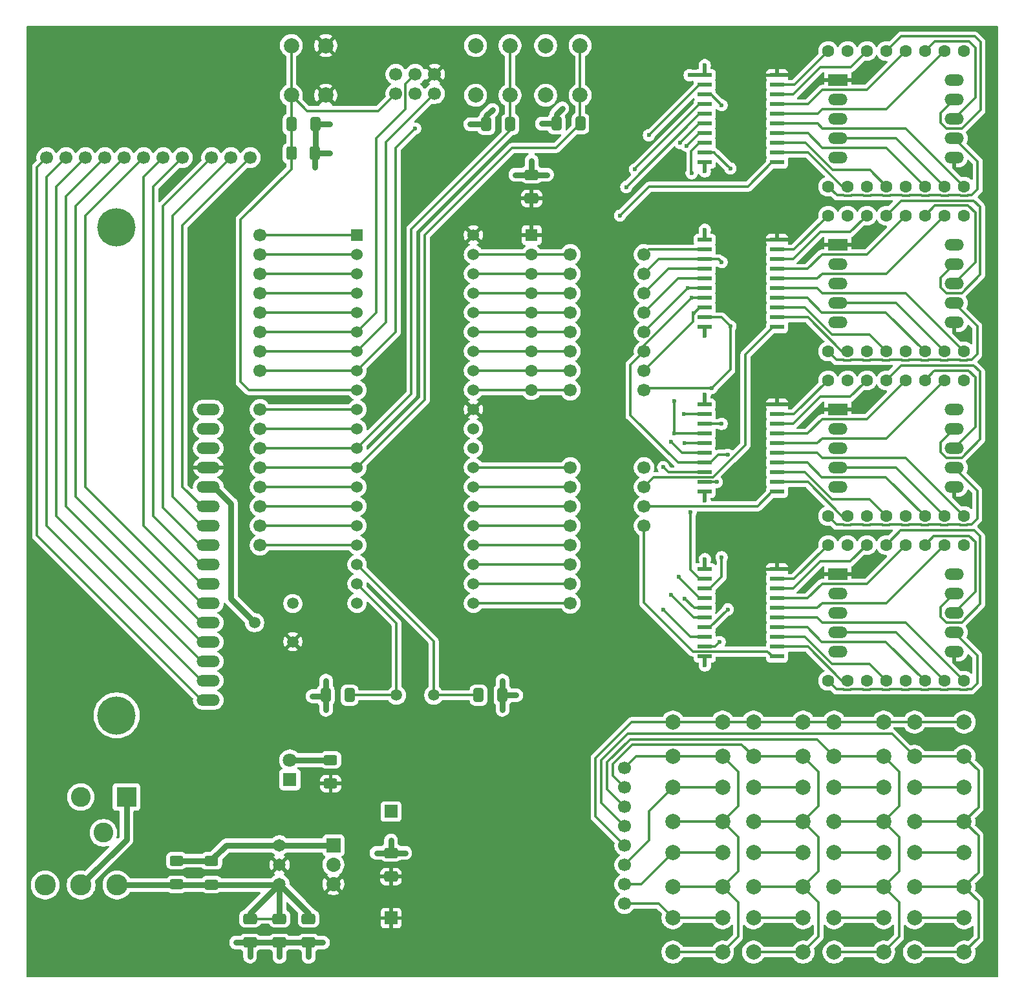
<source format=gbr>
%TF.GenerationSoftware,KiCad,Pcbnew,9.0.4*%
%TF.CreationDate,2025-09-28T00:55:06-04:00*%
%TF.ProjectId,8051,38303531-2e6b-4696-9361-645f70636258,rev?*%
%TF.SameCoordinates,Original*%
%TF.FileFunction,Copper,L1,Top*%
%TF.FilePolarity,Positive*%
%FSLAX46Y46*%
G04 Gerber Fmt 4.6, Leading zero omitted, Abs format (unit mm)*
G04 Created by KiCad (PCBNEW 9.0.4) date 2025-09-28 00:55:06*
%MOMM*%
%LPD*%
G01*
G04 APERTURE LIST*
G04 Aperture macros list*
%AMRoundRect*
0 Rectangle with rounded corners*
0 $1 Rounding radius*
0 $2 $3 $4 $5 $6 $7 $8 $9 X,Y pos of 4 corners*
0 Add a 4 corners polygon primitive as box body*
4,1,4,$2,$3,$4,$5,$6,$7,$8,$9,$2,$3,0*
0 Add four circle primitives for the rounded corners*
1,1,$1+$1,$2,$3*
1,1,$1+$1,$4,$5*
1,1,$1+$1,$6,$7*
1,1,$1+$1,$8,$9*
0 Add four rect primitives between the rounded corners*
20,1,$1+$1,$2,$3,$4,$5,0*
20,1,$1+$1,$4,$5,$6,$7,0*
20,1,$1+$1,$6,$7,$8,$9,0*
20,1,$1+$1,$8,$9,$2,$3,0*%
G04 Aperture macros list end*
%TA.AperFunction,SMDPad,CuDef*%
%ADD10R,1.879600X0.558800*%
%TD*%
%TA.AperFunction,ComponentPad*%
%ADD11O,3.016000X1.508000*%
%TD*%
%TA.AperFunction,ComponentPad*%
%ADD12C,5.016000*%
%TD*%
%TA.AperFunction,ComponentPad*%
%ADD13C,1.524000*%
%TD*%
%TA.AperFunction,ComponentPad*%
%ADD14R,1.524000X1.524000*%
%TD*%
%TA.AperFunction,ComponentPad*%
%ADD15C,2.000000*%
%TD*%
%TA.AperFunction,ComponentPad*%
%ADD16R,1.700000X1.700000*%
%TD*%
%TA.AperFunction,ComponentPad*%
%ADD17R,1.600000X1.600000*%
%TD*%
%TA.AperFunction,ComponentPad*%
%ADD18C,1.600000*%
%TD*%
%TA.AperFunction,ComponentPad*%
%ADD19R,1.860000X1.860000*%
%TD*%
%TA.AperFunction,ComponentPad*%
%ADD20C,1.860000*%
%TD*%
%TA.AperFunction,SMDPad,CuDef*%
%ADD21RoundRect,0.250000X0.650000X-0.412500X0.650000X0.412500X-0.650000X0.412500X-0.650000X-0.412500X0*%
%TD*%
%TA.AperFunction,ComponentPad*%
%ADD22C,1.700000*%
%TD*%
%TA.AperFunction,SMDPad,CuDef*%
%ADD23RoundRect,0.250000X0.625000X-0.400000X0.625000X0.400000X-0.625000X0.400000X-0.625000X-0.400000X0*%
%TD*%
%TA.AperFunction,SMDPad,CuDef*%
%ADD24RoundRect,0.250000X0.412500X0.650000X-0.412500X0.650000X-0.412500X-0.650000X0.412500X-0.650000X0*%
%TD*%
%TA.AperFunction,ComponentPad*%
%ADD25C,1.651000*%
%TD*%
%TA.AperFunction,SMDPad,CuDef*%
%ADD26RoundRect,0.250000X0.400000X0.625000X-0.400000X0.625000X-0.400000X-0.625000X0.400000X-0.625000X0*%
%TD*%
%TA.AperFunction,SMDPad,CuDef*%
%ADD27RoundRect,0.250000X-0.412500X-0.650000X0.412500X-0.650000X0.412500X0.650000X-0.412500X0.650000X0*%
%TD*%
%TA.AperFunction,ComponentPad*%
%ADD28R,2.524000X1.524000*%
%TD*%
%TA.AperFunction,ComponentPad*%
%ADD29O,2.524000X1.524000*%
%TD*%
%TA.AperFunction,ComponentPad*%
%ADD30C,1.500000*%
%TD*%
%TA.AperFunction,ComponentPad*%
%ADD31C,1.800000*%
%TD*%
%TA.AperFunction,ComponentPad*%
%ADD32R,1.800000X1.800000*%
%TD*%
%TA.AperFunction,SMDPad,CuDef*%
%ADD33RoundRect,0.250000X-0.650000X0.412500X-0.650000X-0.412500X0.650000X-0.412500X0.650000X0.412500X0*%
%TD*%
%TA.AperFunction,ComponentPad*%
%ADD34C,2.775000*%
%TD*%
%TA.AperFunction,ComponentPad*%
%ADD35C,1.498600*%
%TD*%
%TA.AperFunction,ComponentPad*%
%ADD36R,2.600000X2.600000*%
%TD*%
%TA.AperFunction,ComponentPad*%
%ADD37C,2.600000*%
%TD*%
%TA.AperFunction,ViaPad*%
%ADD38C,0.600000*%
%TD*%
%TA.AperFunction,Conductor*%
%ADD39C,0.300000*%
%TD*%
%TA.AperFunction,Conductor*%
%ADD40C,0.500000*%
%TD*%
%TA.AperFunction,Conductor*%
%ADD41C,0.800000*%
%TD*%
G04 APERTURE END LIST*
D10*
%TO.P,U2,20,VCC*%
%TO.N,+5V*%
X204882100Y-37465000D03*
%TO.P,U2,19,O0*%
%TO.N,Net-(RN2-R1.1)*%
X204882100Y-38735000D03*
%TO.P,U2,18,O1*%
%TO.N,Net-(RN2-R2.1)*%
X204882100Y-40005000D03*
%TO.P,U2,17,O2*%
%TO.N,Net-(RN2-R3.1)*%
X204882100Y-41275000D03*
%TO.P,U2,16,O3*%
%TO.N,Net-(RN2-R4.1)*%
X204882100Y-42545000D03*
%TO.P,U2,15,O4*%
%TO.N,Net-(RN3-R1.1)*%
X204882100Y-43815000D03*
%TO.P,U2,14,O5*%
%TO.N,Net-(RN3-R2.1)*%
X204882100Y-45085000D03*
%TO.P,U2,13,O6*%
%TO.N,Net-(RN3-R3.1)*%
X204882100Y-46355000D03*
%TO.P,U2,12,O7*%
%TO.N,Net-(RN3-R4.1)*%
X204882100Y-47625000D03*
%TO.P,U2,11,LE*%
%TO.N,Net-(J13-Pin_1)*%
X204882100Y-48895000D03*
%TO.P,U2,10,GND*%
%TO.N,GND*%
X195407900Y-48895000D03*
%TO.P,U2,9,D7*%
%TO.N,Net-(J12-Pin_8)*%
X195407900Y-47625000D03*
%TO.P,U2,8,D6*%
%TO.N,Net-(J12-Pin_7)*%
X195407900Y-46355000D03*
%TO.P,U2,7,D5*%
%TO.N,Net-(J12-Pin_6)*%
X195407900Y-45085000D03*
%TO.P,U2,6,D4*%
%TO.N,Net-(J12-Pin_5)*%
X195407900Y-43815000D03*
%TO.P,U2,5,D3*%
%TO.N,Net-(J12-Pin_4)*%
X195407900Y-42545000D03*
%TO.P,U2,4,D2*%
%TO.N,Net-(J12-Pin_3)*%
X195407900Y-41275000D03*
%TO.P,U2,3,D1*%
%TO.N,Net-(J12-Pin_2)*%
X195407900Y-40005000D03*
%TO.P,U2,2,D0*%
%TO.N,Net-(J12-Pin_1)*%
X195407900Y-38735000D03*
%TO.P,U2,1,\u002AOE*%
%TO.N,GND*%
X195407900Y-37465000D03*
%TD*%
%TO.P,U3,20,VCC*%
%TO.N,+5V*%
X204882100Y-59055000D03*
%TO.P,U3,19,O0*%
%TO.N,Net-(RN4-R1.1)*%
X204882100Y-60325000D03*
%TO.P,U3,18,O1*%
%TO.N,Net-(RN4-R2.1)*%
X204882100Y-61595000D03*
%TO.P,U3,17,O2*%
%TO.N,Net-(RN4-R3.1)*%
X204882100Y-62865000D03*
%TO.P,U3,16,O3*%
%TO.N,Net-(RN4-R4.1)*%
X204882100Y-64135000D03*
%TO.P,U3,15,O4*%
%TO.N,Net-(RN5-R1.1)*%
X204882100Y-65405000D03*
%TO.P,U3,14,O5*%
%TO.N,Net-(RN5-R2.1)*%
X204882100Y-66675000D03*
%TO.P,U3,13,O6*%
%TO.N,Net-(RN5-R3.1)*%
X204882100Y-67945000D03*
%TO.P,U3,12,O7*%
%TO.N,Net-(RN5-R4.1)*%
X204882100Y-69215000D03*
%TO.P,U3,11,LE*%
%TO.N,Net-(J13-Pin_2)*%
X204882100Y-70485000D03*
%TO.P,U3,10,GND*%
%TO.N,GND*%
X195407900Y-70485000D03*
%TO.P,U3,9,D7*%
%TO.N,Net-(J12-Pin_8)*%
X195407900Y-69215000D03*
%TO.P,U3,8,D6*%
%TO.N,Net-(J12-Pin_7)*%
X195407900Y-67945000D03*
%TO.P,U3,7,D5*%
%TO.N,Net-(J12-Pin_6)*%
X195407900Y-66675000D03*
%TO.P,U3,6,D4*%
%TO.N,Net-(J12-Pin_5)*%
X195407900Y-65405000D03*
%TO.P,U3,5,D3*%
%TO.N,Net-(J12-Pin_4)*%
X195407900Y-64135000D03*
%TO.P,U3,4,D2*%
%TO.N,Net-(J12-Pin_3)*%
X195407900Y-62865000D03*
%TO.P,U3,3,D1*%
%TO.N,Net-(J12-Pin_2)*%
X195407900Y-61595000D03*
%TO.P,U3,2,D0*%
%TO.N,Net-(J12-Pin_1)*%
X195407900Y-60325000D03*
%TO.P,U3,1,\u002AOE*%
%TO.N,GND*%
X195407900Y-59055000D03*
%TD*%
%TO.P,U4,1,\u002AOE*%
%TO.N,GND*%
X195400000Y-80640000D03*
%TO.P,U4,2,D0*%
%TO.N,Net-(J12-Pin_1)*%
X195400000Y-81910000D03*
%TO.P,U4,3,D1*%
%TO.N,Net-(J12-Pin_2)*%
X195400000Y-83180000D03*
%TO.P,U4,4,D2*%
%TO.N,Net-(J12-Pin_3)*%
X195400000Y-84450000D03*
%TO.P,U4,5,D3*%
%TO.N,Net-(J12-Pin_4)*%
X195400000Y-85720000D03*
%TO.P,U4,6,D4*%
%TO.N,Net-(J12-Pin_5)*%
X195400000Y-86990000D03*
%TO.P,U4,7,D5*%
%TO.N,Net-(J12-Pin_6)*%
X195400000Y-88260000D03*
%TO.P,U4,8,D6*%
%TO.N,Net-(J12-Pin_7)*%
X195400000Y-89530000D03*
%TO.P,U4,9,D7*%
%TO.N,Net-(J12-Pin_8)*%
X195400000Y-90800000D03*
%TO.P,U4,10,GND*%
%TO.N,GND*%
X195400000Y-92070000D03*
%TO.P,U4,11,LE*%
%TO.N,Net-(J13-Pin_3)*%
X204874200Y-92070000D03*
%TO.P,U4,12,O7*%
%TO.N,Net-(RN7-R4.1)*%
X204874200Y-90800000D03*
%TO.P,U4,13,O6*%
%TO.N,Net-(RN7-R3.1)*%
X204874200Y-89530000D03*
%TO.P,U4,14,O5*%
%TO.N,Net-(RN7-R2.1)*%
X204874200Y-88260000D03*
%TO.P,U4,15,O4*%
%TO.N,Net-(RN7-R1.1)*%
X204874200Y-86990000D03*
%TO.P,U4,16,O3*%
%TO.N,Net-(RN6-R4.1)*%
X204874200Y-85720000D03*
%TO.P,U4,17,O2*%
%TO.N,Net-(RN6-R3.1)*%
X204874200Y-84450000D03*
%TO.P,U4,18,O1*%
%TO.N,Net-(RN6-R2.1)*%
X204874200Y-83180000D03*
%TO.P,U4,19,O0*%
%TO.N,Net-(RN6-R1.1)*%
X204874200Y-81910000D03*
%TO.P,U4,20,VCC*%
%TO.N,+5V*%
X204874200Y-80640000D03*
%TD*%
%TO.P,U5,1,\u002AOE*%
%TO.N,GND*%
X195407900Y-102235000D03*
%TO.P,U5,2,D0*%
%TO.N,Net-(J12-Pin_1)*%
X195407900Y-103505000D03*
%TO.P,U5,3,D1*%
%TO.N,Net-(J12-Pin_2)*%
X195407900Y-104775000D03*
%TO.P,U5,4,D2*%
%TO.N,Net-(J12-Pin_3)*%
X195407900Y-106045000D03*
%TO.P,U5,5,D3*%
%TO.N,Net-(J12-Pin_4)*%
X195407900Y-107315000D03*
%TO.P,U5,6,D4*%
%TO.N,Net-(J12-Pin_5)*%
X195407900Y-108585000D03*
%TO.P,U5,7,D5*%
%TO.N,Net-(J12-Pin_6)*%
X195407900Y-109855000D03*
%TO.P,U5,8,D6*%
%TO.N,Net-(J12-Pin_7)*%
X195407900Y-111125000D03*
%TO.P,U5,9,D7*%
%TO.N,Net-(J12-Pin_8)*%
X195407900Y-112395000D03*
%TO.P,U5,10,GND*%
%TO.N,GND*%
X195407900Y-113665000D03*
%TO.P,U5,11,LE*%
%TO.N,Net-(J13-Pin_4)*%
X204882100Y-113665000D03*
%TO.P,U5,12,O7*%
%TO.N,Net-(RN9-R4.1)*%
X204882100Y-112395000D03*
%TO.P,U5,13,O6*%
%TO.N,Net-(RN9-R3.1)*%
X204882100Y-111125000D03*
%TO.P,U5,14,O5*%
%TO.N,Net-(RN9-R2.1)*%
X204882100Y-109855000D03*
%TO.P,U5,15,O4*%
%TO.N,Net-(RN9-R1.1)*%
X204882100Y-108585000D03*
%TO.P,U5,16,O3*%
%TO.N,Net-(RN8-R4.1)*%
X204882100Y-107315000D03*
%TO.P,U5,17,O2*%
%TO.N,Net-(RN8-R3.1)*%
X204882100Y-106045000D03*
%TO.P,U5,18,O1*%
%TO.N,Net-(RN8-R2.1)*%
X204882100Y-104775000D03*
%TO.P,U5,19,O0*%
%TO.N,Net-(RN8-R1.1)*%
X204882100Y-103505000D03*
%TO.P,U5,20,VCC*%
%TO.N,+5V*%
X204882100Y-102235000D03*
%TD*%
D11*
%TO.P,J10,1,VSS*%
%TO.N,GND*%
X130380000Y-86360000D03*
%TO.P,J10,2,VDD*%
%TO.N,+5V*%
X130380000Y-88900000D03*
%TO.P,J10,3,VO*%
%TO.N,Net-(J10-VO)*%
X130380000Y-91440000D03*
%TO.P,J10,4,RS*%
%TO.N,/LCD/RS*%
X130380000Y-93980000D03*
%TO.P,J10,5,R/~{W}*%
%TO.N,/LCD/RW*%
X130380000Y-96520000D03*
%TO.P,J10,6,E*%
%TO.N,/LCD/E*%
X130380000Y-99060000D03*
%TO.P,J10,7,DB0*%
%TO.N,/LCD/D0*%
X130380000Y-101600000D03*
%TO.P,J10,8,DB1*%
%TO.N,/LCD/D1*%
X130380000Y-104140000D03*
%TO.P,J10,9,DB2*%
%TO.N,/LCD/D2*%
X130380000Y-106680000D03*
%TO.P,J10,10,DB3*%
%TO.N,/LCD/D3*%
X130380000Y-109220000D03*
%TO.P,J10,11,DB4*%
%TO.N,/LCD/D4*%
X130380000Y-111760000D03*
%TO.P,J10,12,DB5*%
%TO.N,/LCD/D5*%
X130380000Y-114300000D03*
%TO.P,J10,13,DB6*%
%TO.N,/LCD/D6*%
X130380000Y-116840000D03*
%TO.P,J10,14,DB7*%
%TO.N,/LCD/D7*%
X130380000Y-119380000D03*
%TO.P,J10,15*%
%TO.N,N/C*%
X130380000Y-81280000D03*
%TO.P,J10,16*%
X130380000Y-83820000D03*
D12*
%TO.P,J10,S1,SHIELD*%
%TO.N,unconnected-(J10-SHIELD-PadS1)*%
X118380000Y-57380000D03*
%TO.P,J10,S2,SHIELD__1*%
%TO.N,unconnected-(J10-SHIELD__1-PadS2)*%
X118380000Y-121380000D03*
%TD*%
D13*
%TO.P,U1,40,VCC*%
%TO.N,+5V*%
X165100000Y-58420000D03*
%TO.P,U1,39,P0.0_(AD0)*%
%TO.N,/P0.0*%
X165100000Y-60960000D03*
%TO.P,U1,38,P0.1_(AD1)*%
%TO.N,/P0.1*%
X165100000Y-63500000D03*
%TO.P,U1,37,P0.2_(AD2)*%
%TO.N,/P0.2*%
X165100000Y-66040000D03*
%TO.P,U1,36,P0.3_(AD3)*%
%TO.N,/P0.3*%
X165100000Y-68580000D03*
%TO.P,U1,35,P0.4_(AD4)*%
%TO.N,/P0.4*%
X165100000Y-71120000D03*
%TO.P,U1,34,P0.5_(AD5)*%
%TO.N,/P0.5*%
X165100000Y-73660000D03*
%TO.P,U1,33,P0.6_(AD6)*%
%TO.N,/P0.6*%
X165100000Y-76200000D03*
%TO.P,U1,32,P0.7_(AD7)*%
%TO.N,/P0.7*%
X165100000Y-78740000D03*
%TO.P,U1,31,EA\u002A/VPP*%
%TO.N,+5V*%
X165100000Y-81280000D03*
%TO.P,U1,30,ALE/PROG\u002A*%
%TO.N,unconnected-(U1-ALE{slash}PROG\u002A-Pad30)*%
X165100000Y-83820000D03*
%TO.P,U1,29,PSEN\u002A*%
%TO.N,unconnected-(U1-PSEN\u002A-Pad29)*%
X165100000Y-86360000D03*
%TO.P,U1,28,P2.7_(A15)*%
%TO.N,/P2.7*%
X165100000Y-88900000D03*
%TO.P,U1,27,P2.6_(A14)*%
%TO.N,/P2.6*%
X165100000Y-91440000D03*
%TO.P,U1,26,P2.5_(A13)*%
%TO.N,/P2.5*%
X165100000Y-93980000D03*
%TO.P,U1,25,P2.4_(A12)*%
%TO.N,/P2.4*%
X165100000Y-96520000D03*
%TO.P,U1,24,P2.3_(A11)*%
%TO.N,/P2.3*%
X165100000Y-99060000D03*
%TO.P,U1,23,P2.2_(A10)*%
%TO.N,/P2.2*%
X165100000Y-101600000D03*
%TO.P,U1,22,P2.1_(A9)*%
%TO.N,/P2.1*%
X165100000Y-104140000D03*
%TO.P,U1,21,P2.0_(A8)*%
%TO.N,/P2.0*%
X165100000Y-106680000D03*
%TO.P,U1,20,GND*%
%TO.N,GND*%
X149860000Y-106680000D03*
%TO.P,U1,19,XTAL1*%
%TO.N,/XTAL1*%
X149860000Y-104140000D03*
%TO.P,U1,18,XTAL2*%
%TO.N,/XTAL2*%
X149860000Y-101600000D03*
%TO.P,U1,17,RD\u002A_P3.7*%
%TO.N,/P3.7*%
X149860000Y-99060000D03*
%TO.P,U1,16,WR\u002A_P3.6*%
%TO.N,/P3.6*%
X149860000Y-96520000D03*
%TO.P,U1,15,(T1)_P3.5*%
%TO.N,/P3.5*%
X149860000Y-93980000D03*
%TO.P,U1,14,(T0)_P3.4*%
%TO.N,/P3.4*%
X149860000Y-91440000D03*
%TO.P,U1,13,(INT1)_P3.3*%
%TO.N,/P3.3*%
X149860000Y-88900000D03*
%TO.P,U1,12,(INT0)_P3.2*%
%TO.N,/P3.2*%
X149860000Y-86360000D03*
%TO.P,U1,11,(TXD)_P3.1*%
%TO.N,/P3.1*%
X149860000Y-83820000D03*
%TO.P,U1,10,(RXD)_P3.0*%
%TO.N,/P3.0*%
X149860000Y-81280000D03*
%TO.P,U1,9,RST*%
%TO.N,/RST*%
X149860000Y-78740000D03*
%TO.P,U1,8,(SCK)_P1.7*%
%TO.N,/P1.7*%
X149860000Y-76200000D03*
%TO.P,U1,7,(MISO)_P1.6*%
%TO.N,/P1.6*%
X149860000Y-73660000D03*
%TO.P,U1,6,(MOSI)_P1.5*%
%TO.N,/P1.5*%
X149860000Y-71120000D03*
%TO.P,U1,5,P1.4*%
%TO.N,/P1.4*%
X149860000Y-68580000D03*
%TO.P,U1,4,P1.3*%
%TO.N,/P1.3*%
X149860000Y-66040000D03*
%TO.P,U1,3,P1.2*%
%TO.N,/P1.2*%
X149860000Y-63500000D03*
%TO.P,U1,2,P1.1*%
%TO.N,/P1.1*%
X149860000Y-60960000D03*
D14*
%TO.P,U1,1,P1.0*%
%TO.N,/P1.0*%
X149860000Y-58420000D03*
%TD*%
D15*
%TO.P,SW7,1,1*%
%TO.N,/KEYPAD_HEX/R4*%
X191230000Y-147910000D03*
X197730000Y-147910000D03*
%TO.P,SW7,4,4*%
%TO.N,/KEYPAD_HEX/C1*%
X191230000Y-152410000D03*
X197730000Y-152410000D03*
%TD*%
%TO.P,SW19,1,1*%
%TO.N,/KEYPAD_HEX/R4*%
X222880000Y-147910000D03*
X229380000Y-147910000D03*
%TO.P,SW19,4,4*%
%TO.N,/KEYPAD_HEX/C4*%
X222880000Y-152410000D03*
X229380000Y-152410000D03*
%TD*%
D16*
%TO.P,J15,1,Pin_1*%
%TO.N,GND*%
X154305000Y-133985000D03*
%TD*%
D17*
%TO.P,RN1,1,common*%
%TO.N,+5V*%
X172720000Y-58420000D03*
D18*
%TO.P,RN1,2,R1*%
%TO.N,/P0.0*%
X172720000Y-60960000D03*
%TO.P,RN1,3,R2*%
%TO.N,/P0.1*%
X172720000Y-63500000D03*
%TO.P,RN1,4,R3*%
%TO.N,/P0.2*%
X172720000Y-66040000D03*
%TO.P,RN1,5,R4*%
%TO.N,/P0.3*%
X172720000Y-68580000D03*
%TO.P,RN1,6,R5*%
%TO.N,/P0.4*%
X172720000Y-71120000D03*
%TO.P,RN1,7,R6*%
%TO.N,/P0.5*%
X172720000Y-73660000D03*
%TO.P,RN1,8,R7*%
%TO.N,/P0.6*%
X172720000Y-76200000D03*
%TO.P,RN1,9,R8*%
%TO.N,/P0.7*%
X172720000Y-78740000D03*
%TD*%
D15*
%TO.P,SW10,1,1*%
%TO.N,/KEYPAD_HEX/R3*%
X201780000Y-139360000D03*
X208280000Y-139360000D03*
%TO.P,SW10,4,4*%
%TO.N,/KEYPAD_HEX/C2*%
X201780000Y-143860000D03*
X208280000Y-143860000D03*
%TD*%
D19*
%TO.P,Q1,1,IN*%
%TO.N,Net-(Q1-IN)*%
X146772000Y-138430000D03*
D20*
%TO.P,Q1,2,GND*%
%TO.N,GND*%
X146772000Y-140970000D03*
%TO.P,Q1,3,OUT*%
%TO.N,+5V*%
X146772000Y-143510000D03*
%TD*%
D16*
%TO.P,J16,1,Pin_1*%
%TO.N,+5V*%
X154305000Y-147955000D03*
%TD*%
D21*
%TO.P,C11,2*%
%TO.N,GND*%
X154305000Y-139407500D03*
%TO.P,C11,1*%
%TO.N,+5V*%
X154305000Y-142532500D03*
%TD*%
D22*
%TO.P,J3,1,Pin_1*%
%TO.N,/P0.0*%
X177800000Y-60960000D03*
%TO.P,J3,2,Pin_2*%
%TO.N,/P0.1*%
X177800000Y-63500000D03*
%TO.P,J3,3,Pin_3*%
%TO.N,/P0.2*%
X177800000Y-66040000D03*
%TO.P,J3,4,Pin_4*%
%TO.N,/P0.3*%
X177800000Y-68580000D03*
%TO.P,J3,5,Pin_5*%
%TO.N,/P0.4*%
X177800000Y-71120000D03*
%TO.P,J3,6,Pin_6*%
%TO.N,/P0.5*%
X177800000Y-73660000D03*
%TO.P,J3,7,Pin_7*%
%TO.N,/P0.6*%
X177800000Y-76200000D03*
%TO.P,J3,8,Pin_8*%
%TO.N,/P0.7*%
X177800000Y-78740000D03*
%TD*%
D23*
%TO.P,R2,1*%
%TO.N,Net-(SW20-A)*%
X126230000Y-143536000D03*
%TO.P,R2,2*%
%TO.N,Net-(Q1-IN)*%
X126230000Y-140436000D03*
%TD*%
%TO.P,R4,2*%
%TO.N,Net-(D2-A)*%
X146404000Y-127228000D03*
%TO.P,R4,1*%
%TO.N,+5V*%
X146404000Y-130328000D03*
%TD*%
D24*
%TO.P,C3,1*%
%TO.N,/XTAL1*%
X148882500Y-118745000D03*
%TO.P,C3,2*%
%TO.N,GND*%
X145757500Y-118745000D03*
%TD*%
D25*
%TO.P,U10,1,B*%
%TO.N,Net-(Q1-IN)*%
X139700000Y-138430000D03*
%TO.P,U10,2,C*%
%TO.N,+5V*%
X139700000Y-140970000D03*
%TO.P,U10,3,E*%
%TO.N,Net-(SW20-A)*%
X139700000Y-143510000D03*
%TD*%
D15*
%TO.P,SW13,1,1*%
%TO.N,/KEYPAD_HEX/R2*%
X212330000Y-130810000D03*
X218830000Y-130810000D03*
%TO.P,SW13,4,4*%
%TO.N,/KEYPAD_HEX/C3*%
X212330000Y-135310000D03*
X218830000Y-135310000D03*
%TD*%
D18*
%TO.P,RN7,1,R1.1*%
%TO.N,Net-(RN7-R1.1)*%
X229355000Y-95250000D03*
%TO.P,RN7,2,R1.2*%
%TO.N,Net-(RN7-R1.2)*%
X226815000Y-95250000D03*
%TO.P,RN7,3,R2.1*%
%TO.N,Net-(RN7-R2.1)*%
X224275000Y-95250000D03*
%TO.P,RN7,4,R2.2*%
%TO.N,Net-(RN7-R2.2)*%
X221735000Y-95250000D03*
%TO.P,RN7,5,R3.1*%
%TO.N,Net-(RN7-R3.1)*%
X219195000Y-95250000D03*
%TO.P,RN7,6,R3.2*%
%TO.N,Net-(RN7-R3.2)*%
X216655000Y-95250000D03*
%TO.P,RN7,7,R4.1*%
%TO.N,Net-(RN7-R4.1)*%
X214115000Y-95250000D03*
%TO.P,RN7,8,R4.2*%
%TO.N,Net-(RN7-R4.2)*%
X211575000Y-95250000D03*
%TD*%
D22*
%TO.P,J1,1,Pin_1*%
%TO.N,/P1.0*%
X137160000Y-58420000D03*
%TO.P,J1,2,Pin_2*%
%TO.N,/P1.1*%
X137160000Y-60960000D03*
%TO.P,J1,3,Pin_3*%
%TO.N,/P1.2*%
X137160000Y-63500000D03*
%TO.P,J1,4,Pin_4*%
%TO.N,/P1.3*%
X137160000Y-66040000D03*
%TO.P,J1,5,Pin_5*%
%TO.N,/P1.4*%
X137160000Y-68580000D03*
%TO.P,J1,6,Pin_6*%
%TO.N,/P1.5*%
X137160000Y-71120000D03*
%TO.P,J1,7,Pin_7*%
%TO.N,/P1.6*%
X137160000Y-73660000D03*
%TO.P,J1,8,Pin_8*%
%TO.N,/P1.7*%
X137160000Y-76200000D03*
%TD*%
D18*
%TO.P,RN5,1,R1.1*%
%TO.N,Net-(RN5-R1.1)*%
X229355000Y-73660000D03*
%TO.P,RN5,2,R1.2*%
%TO.N,Net-(RN5-R1.2)*%
X226815000Y-73660000D03*
%TO.P,RN5,3,R2.1*%
%TO.N,Net-(RN5-R2.1)*%
X224275000Y-73660000D03*
%TO.P,RN5,4,R2.2*%
%TO.N,Net-(RN5-R2.2)*%
X221735000Y-73660000D03*
%TO.P,RN5,5,R3.1*%
%TO.N,Net-(RN5-R3.1)*%
X219195000Y-73660000D03*
%TO.P,RN5,6,R3.2*%
%TO.N,Net-(RN5-R3.2)*%
X216655000Y-73660000D03*
%TO.P,RN5,7,R4.1*%
%TO.N,Net-(RN5-R4.1)*%
X214115000Y-73660000D03*
%TO.P,RN5,8,R4.2*%
%TO.N,Net-(RN5-R4.2)*%
X211575000Y-73660000D03*
%TD*%
D26*
%TO.P,R1,2*%
%TO.N,/RST*%
X141259000Y-47700000D03*
%TO.P,R1,1*%
%TO.N,GND*%
X144359000Y-47700000D03*
%TD*%
D15*
%TO.P,SW4,1,1*%
%TO.N,/KEYPAD_HEX/R1*%
X191230000Y-122260000D03*
X197730000Y-122260000D03*
%TO.P,SW4,4,4*%
%TO.N,/KEYPAD_HEX/C1*%
X191230000Y-126760000D03*
X197730000Y-126760000D03*
%TD*%
D27*
%TO.P,C7,2*%
%TO.N,/P3.3*%
X179108500Y-43815000D03*
%TO.P,C7,1*%
%TO.N,GND*%
X175983500Y-43815000D03*
%TD*%
D15*
%TO.P,SW17,1,1*%
%TO.N,/KEYPAD_HEX/R2*%
X222880000Y-130810000D03*
X229380000Y-130810000D03*
%TO.P,SW17,4,4*%
%TO.N,/KEYPAD_HEX/C4*%
X222880000Y-135310000D03*
X229380000Y-135310000D03*
%TD*%
D28*
%TO.P,U7,1,CC*%
%TO.N,+5V*%
X212845000Y-59690000D03*
D29*
%TO.P,U7,2,F*%
%TO.N,Net-(RN5-R2.2)*%
X212845000Y-62230000D03*
%TO.P,U7,3,G*%
%TO.N,Net-(RN5-R3.2)*%
X212845000Y-64770000D03*
%TO.P,U7,4,E*%
%TO.N,Net-(RN5-R1.2)*%
X212845000Y-67310000D03*
%TO.P,U7,5,D*%
%TO.N,Net-(RN4-R4.2)*%
X212845000Y-69850000D03*
%TO.P,U7,6,CC*%
%TO.N,+5V*%
X228085000Y-69850000D03*
%TO.P,U7,7,DP*%
%TO.N,Net-(RN5-R4.2)*%
X228085000Y-67310000D03*
%TO.P,U7,8,C*%
%TO.N,Net-(RN4-R3.2)*%
X228085000Y-64770000D03*
%TO.P,U7,9,B*%
%TO.N,Net-(RN4-R2.2)*%
X228085000Y-62230000D03*
%TO.P,U7,10,A*%
%TO.N,Net-(RN4-R1.2)*%
X228085000Y-59690000D03*
%TD*%
D15*
%TO.P,SW12,1,1*%
%TO.N,/KEYPAD_HEX/R1*%
X212330000Y-122260000D03*
X218830000Y-122260000D03*
%TO.P,SW12,4,4*%
%TO.N,/KEYPAD_HEX/C3*%
X212330000Y-126760000D03*
X218830000Y-126760000D03*
%TD*%
%TO.P,SW5,1,1*%
%TO.N,/KEYPAD_HEX/R2*%
X191230000Y-130810000D03*
X197730000Y-130810000D03*
%TO.P,SW5,4,4*%
%TO.N,/KEYPAD_HEX/C1*%
X191230000Y-135310000D03*
X197730000Y-135310000D03*
%TD*%
D30*
%TO.P,Y1,1,1*%
%TO.N,/XTAL2*%
X159920000Y-118745000D03*
%TO.P,Y1,2,2*%
%TO.N,/XTAL1*%
X155040000Y-118745000D03*
%TD*%
D22*
%TO.P,J13,1,Pin_1*%
%TO.N,Net-(J13-Pin_1)*%
X187445000Y-88900000D03*
%TO.P,J13,2,Pin_2*%
%TO.N,Net-(J13-Pin_2)*%
X187445000Y-91440000D03*
%TO.P,J13,3,Pin_3*%
%TO.N,Net-(J13-Pin_3)*%
X187445000Y-93980000D03*
%TO.P,J13,4,Pin_4*%
%TO.N,Net-(J13-Pin_4)*%
X187445000Y-96520000D03*
%TD*%
D15*
%TO.P,SW11,1,1*%
%TO.N,/KEYPAD_HEX/R4*%
X201780000Y-147910000D03*
X208280000Y-147910000D03*
%TO.P,SW11,4,4*%
%TO.N,/KEYPAD_HEX/C2*%
X201780000Y-152410000D03*
X208280000Y-152410000D03*
%TD*%
%TO.P,SW8,1,1*%
%TO.N,/KEYPAD_HEX/R1*%
X201780000Y-122260000D03*
X208280000Y-122260000D03*
%TO.P,SW8,4,4*%
%TO.N,/KEYPAD_HEX/C2*%
X201780000Y-126760000D03*
X208280000Y-126760000D03*
%TD*%
D22*
%TO.P,J4,1,Pin_1*%
%TO.N,/P2.0*%
X177800000Y-106680000D03*
%TO.P,J4,2,Pin_2*%
%TO.N,/P2.1*%
X177800000Y-104140000D03*
%TO.P,J4,3,Pin_3*%
%TO.N,/P2.2*%
X177800000Y-101600000D03*
%TO.P,J4,4,Pin_4*%
%TO.N,/P2.3*%
X177800000Y-99060000D03*
%TO.P,J4,5,Pin_5*%
%TO.N,/P2.4*%
X177800000Y-96520000D03*
%TO.P,J4,6,Pin_6*%
%TO.N,/P2.5*%
X177800000Y-93980000D03*
%TO.P,J4,7,Pin_7*%
%TO.N,/P2.6*%
X177800000Y-91440000D03*
%TO.P,J4,8,Pin_8*%
%TO.N,/P2.7*%
X177800000Y-88900000D03*
%TD*%
D28*
%TO.P,U8,1,CC*%
%TO.N,+5V*%
X212845000Y-81280000D03*
D29*
%TO.P,U8,2,F*%
%TO.N,Net-(RN7-R2.2)*%
X212845000Y-83820000D03*
%TO.P,U8,3,G*%
%TO.N,Net-(RN7-R3.2)*%
X212845000Y-86360000D03*
%TO.P,U8,4,E*%
%TO.N,Net-(RN7-R1.2)*%
X212845000Y-88900000D03*
%TO.P,U8,5,D*%
%TO.N,Net-(RN6-R4.2)*%
X212845000Y-91440000D03*
%TO.P,U8,6,CC*%
%TO.N,+5V*%
X228085000Y-91440000D03*
%TO.P,U8,7,DP*%
%TO.N,Net-(RN7-R4.2)*%
X228085000Y-88900000D03*
%TO.P,U8,8,C*%
%TO.N,Net-(RN6-R3.2)*%
X228085000Y-86360000D03*
%TO.P,U8,9,B*%
%TO.N,Net-(RN6-R2.2)*%
X228085000Y-83820000D03*
%TO.P,U8,10,A*%
%TO.N,Net-(RN6-R1.2)*%
X228085000Y-81280000D03*
%TD*%
D15*
%TO.P,SW18,1,1*%
%TO.N,/KEYPAD_HEX/R3*%
X222880000Y-139360000D03*
X229380000Y-139360000D03*
%TO.P,SW18,4,4*%
%TO.N,/KEYPAD_HEX/C4*%
X222880000Y-143860000D03*
X229380000Y-143860000D03*
%TD*%
D28*
%TO.P,U9,1,CC*%
%TO.N,+5V*%
X212845000Y-102870000D03*
D29*
%TO.P,U9,2,F*%
%TO.N,Net-(RN9-R2.2)*%
X212845000Y-105410000D03*
%TO.P,U9,3,G*%
%TO.N,Net-(RN9-R3.2)*%
X212845000Y-107950000D03*
%TO.P,U9,4,E*%
%TO.N,Net-(RN9-R1.2)*%
X212845000Y-110490000D03*
%TO.P,U9,5,D*%
%TO.N,Net-(RN8-R4.2)*%
X212845000Y-113030000D03*
%TO.P,U9,6,CC*%
%TO.N,+5V*%
X228085000Y-113030000D03*
%TO.P,U9,7,DP*%
%TO.N,Net-(RN9-R4.2)*%
X228085000Y-110490000D03*
%TO.P,U9,8,C*%
%TO.N,Net-(RN8-R3.2)*%
X228085000Y-107950000D03*
%TO.P,U9,9,B*%
%TO.N,Net-(RN8-R2.2)*%
X228085000Y-105410000D03*
%TO.P,U9,10,A*%
%TO.N,Net-(RN8-R1.2)*%
X228085000Y-102870000D03*
%TD*%
D22*
%TO.P,J8,1,Pin_1*%
%TO.N,/KEYPAD_HEX/C1*%
X184905000Y-128270000D03*
%TO.P,J8,2,Pin_2*%
%TO.N,/KEYPAD_HEX/C2*%
X184905000Y-130810000D03*
%TO.P,J8,3,Pin_3*%
%TO.N,/KEYPAD_HEX/C3*%
X184905000Y-133350000D03*
%TO.P,J8,4,Pin_4*%
%TO.N,/KEYPAD_HEX/C4*%
X184905000Y-135890000D03*
%TO.P,J8,5,Pin_5*%
%TO.N,/KEYPAD_HEX/R1*%
X184905000Y-138430000D03*
%TO.P,J8,6,Pin_6*%
%TO.N,/KEYPAD_HEX/R2*%
X184905000Y-140970000D03*
%TO.P,J8,7,Pin_7*%
%TO.N,/KEYPAD_HEX/R3*%
X184905000Y-143510000D03*
%TO.P,J8,8,Pin_8*%
%TO.N,/KEYPAD_HEX/R4*%
X184905000Y-146050000D03*
%TD*%
D31*
%TO.P,D2,2,A*%
%TO.N,Net-(D2-A)*%
X141070000Y-127254000D03*
D32*
%TO.P,D2,1,K*%
%TO.N,GND*%
X141070000Y-129794000D03*
%TD*%
D18*
%TO.P,RN4,1,R1.1*%
%TO.N,Net-(RN4-R1.1)*%
X211575000Y-55880000D03*
%TO.P,RN4,2,R1.2*%
%TO.N,Net-(RN4-R1.2)*%
X214115000Y-55880000D03*
%TO.P,RN4,3,R2.1*%
%TO.N,Net-(RN4-R2.1)*%
X216655000Y-55880000D03*
%TO.P,RN4,4,R2.2*%
%TO.N,Net-(RN4-R2.2)*%
X219195000Y-55880000D03*
%TO.P,RN4,5,R3.1*%
%TO.N,Net-(RN4-R3.1)*%
X221735000Y-55880000D03*
%TO.P,RN4,6,R3.2*%
%TO.N,Net-(RN4-R3.2)*%
X224275000Y-55880000D03*
%TO.P,RN4,7,R4.1*%
%TO.N,Net-(RN4-R4.1)*%
X226815000Y-55880000D03*
%TO.P,RN4,8,R4.2*%
%TO.N,Net-(RN4-R4.2)*%
X229355000Y-55880000D03*
%TD*%
D15*
%TO.P,SW14,1,1*%
%TO.N,/KEYPAD_HEX/R3*%
X212330000Y-139360000D03*
X218830000Y-139360000D03*
%TO.P,SW14,4,4*%
%TO.N,/KEYPAD_HEX/C3*%
X212330000Y-143860000D03*
X218830000Y-143860000D03*
%TD*%
%TO.P,SW16,1,1*%
%TO.N,/KEYPAD_HEX/R1*%
X222880000Y-122260000D03*
X229380000Y-122260000D03*
%TO.P,SW16,4,4*%
%TO.N,/KEYPAD_HEX/C4*%
X222880000Y-126760000D03*
X229380000Y-126760000D03*
%TD*%
%TO.P,SW3,2,2*%
%TO.N,GND*%
X174570000Y-33580000D03*
X174570000Y-40080000D03*
%TO.P,SW3,3,3*%
%TO.N,/P3.3*%
X179070000Y-33580000D03*
X179070000Y-40080000D03*
%TD*%
D24*
%TO.P,C6,2*%
%TO.N,GND*%
X166803500Y-43890000D03*
%TO.P,C6,1*%
%TO.N,/P3.2*%
X169928500Y-43890000D03*
%TD*%
D23*
%TO.P,R3,1*%
%TO.N,Net-(SW20-A)*%
X130810000Y-143556000D03*
%TO.P,R3,2*%
%TO.N,Net-(Q1-IN)*%
X130810000Y-140456000D03*
%TD*%
D22*
%TO.P,J12,1,Pin_1*%
%TO.N,Net-(J12-Pin_1)*%
X187445000Y-60960000D03*
%TO.P,J12,2,Pin_2*%
%TO.N,Net-(J12-Pin_2)*%
X187445000Y-63500000D03*
%TO.P,J12,3,Pin_3*%
%TO.N,Net-(J12-Pin_3)*%
X187445000Y-66040000D03*
%TO.P,J12,4,Pin_4*%
%TO.N,Net-(J12-Pin_4)*%
X187445000Y-68580000D03*
%TO.P,J12,5,Pin_5*%
%TO.N,Net-(J12-Pin_5)*%
X187445000Y-71120000D03*
%TO.P,J12,6,Pin_6*%
%TO.N,Net-(J12-Pin_6)*%
X187445000Y-73660000D03*
%TO.P,J12,7,Pin_7*%
%TO.N,Net-(J12-Pin_7)*%
X187445000Y-76200000D03*
%TO.P,J12,8,Pin_8*%
%TO.N,Net-(J12-Pin_8)*%
X187445000Y-78740000D03*
%TD*%
D27*
%TO.P,C4,2*%
%TO.N,GND*%
X144401500Y-43890000D03*
%TO.P,C4,1*%
%TO.N,/RST*%
X141276500Y-43890000D03*
%TD*%
D15*
%TO.P,SW1,2,2*%
%TO.N,/RST*%
X141260000Y-40080000D03*
X141260000Y-33580000D03*
%TO.P,SW1,1,1*%
%TO.N,+5V*%
X145760000Y-40080000D03*
X145760000Y-33580000D03*
%TD*%
%TO.P,SW6,1,1*%
%TO.N,/KEYPAD_HEX/R3*%
X191230000Y-139360000D03*
X197730000Y-139360000D03*
%TO.P,SW6,4,4*%
%TO.N,/KEYPAD_HEX/C1*%
X191230000Y-143860000D03*
X197730000Y-143860000D03*
%TD*%
D33*
%TO.P,C10,1*%
%TO.N,Net-(SW20-A)*%
X135850000Y-148043500D03*
%TO.P,C10,2*%
%TO.N,GND*%
X135850000Y-151168500D03*
%TD*%
D21*
%TO.P,C1,1*%
%TO.N,+5V*%
X172720000Y-53632500D03*
%TO.P,C1,2*%
%TO.N,GND*%
X172720000Y-50507500D03*
%TD*%
D34*
%TO.P,SW20,3,A*%
%TO.N,Net-(SW20-A)*%
X118420000Y-143625000D03*
%TO.P,SW20,2,B*%
%TO.N,/PWR/VIN*%
X113720000Y-143625000D03*
%TO.P,SW20,1,C*%
%TO.N,unconnected-(SW20-C-Pad1)*%
X109020000Y-143625000D03*
%TD*%
D18*
%TO.P,RN3,1,R1.1*%
%TO.N,Net-(RN3-R1.1)*%
X229355000Y-52070000D03*
%TO.P,RN3,2,R1.2*%
%TO.N,Net-(RN3-R1.2)*%
X226815000Y-52070000D03*
%TO.P,RN3,3,R2.1*%
%TO.N,Net-(RN3-R2.1)*%
X224275000Y-52070000D03*
%TO.P,RN3,4,R2.2*%
%TO.N,Net-(RN3-R2.2)*%
X221735000Y-52070000D03*
%TO.P,RN3,5,R3.1*%
%TO.N,Net-(RN3-R3.1)*%
X219195000Y-52070000D03*
%TO.P,RN3,6,R3.2*%
%TO.N,Net-(RN3-R3.2)*%
X216655000Y-52070000D03*
%TO.P,RN3,7,R4.1*%
%TO.N,Net-(RN3-R4.1)*%
X214115000Y-52070000D03*
%TO.P,RN3,8,R4.2*%
%TO.N,Net-(RN3-R4.2)*%
X211575000Y-52070000D03*
%TD*%
D22*
%TO.P,J11,1,Pin_1*%
%TO.N,/LCD/RS*%
X135890000Y-48260000D03*
%TO.P,J11,2,Pin_2*%
%TO.N,/LCD/RW*%
X133350000Y-48260000D03*
%TO.P,J11,3,Pin_3*%
%TO.N,/LCD/E*%
X130810000Y-48260000D03*
%TD*%
D15*
%TO.P,SW15,1,1*%
%TO.N,/KEYPAD_HEX/R4*%
X212330000Y-147910000D03*
X218830000Y-147910000D03*
%TO.P,SW15,4,4*%
%TO.N,/KEYPAD_HEX/C3*%
X212330000Y-152410000D03*
X218830000Y-152410000D03*
%TD*%
D18*
%TO.P,RN6,1,R1.1*%
%TO.N,Net-(RN6-R1.1)*%
X211575000Y-77470000D03*
%TO.P,RN6,2,R1.2*%
%TO.N,Net-(RN6-R1.2)*%
X214115000Y-77470000D03*
%TO.P,RN6,3,R2.1*%
%TO.N,Net-(RN6-R2.1)*%
X216655000Y-77470000D03*
%TO.P,RN6,4,R2.2*%
%TO.N,Net-(RN6-R2.2)*%
X219195000Y-77470000D03*
%TO.P,RN6,5,R3.1*%
%TO.N,Net-(RN6-R3.1)*%
X221735000Y-77470000D03*
%TO.P,RN6,6,R3.2*%
%TO.N,Net-(RN6-R3.2)*%
X224275000Y-77470000D03*
%TO.P,RN6,7,R4.1*%
%TO.N,Net-(RN6-R4.1)*%
X226815000Y-77470000D03*
%TO.P,RN6,8,R4.2*%
%TO.N,Net-(RN6-R4.2)*%
X229355000Y-77470000D03*
%TD*%
D28*
%TO.P,U6,1,CC*%
%TO.N,+5V*%
X212845000Y-38100000D03*
D29*
%TO.P,U6,2,F*%
%TO.N,Net-(RN3-R2.2)*%
X212845000Y-40640000D03*
%TO.P,U6,3,G*%
%TO.N,Net-(RN3-R3.2)*%
X212845000Y-43180000D03*
%TO.P,U6,4,E*%
%TO.N,Net-(RN3-R1.2)*%
X212845000Y-45720000D03*
%TO.P,U6,5,D*%
%TO.N,Net-(RN2-R4.2)*%
X212845000Y-48260000D03*
%TO.P,U6,6,CC*%
%TO.N,+5V*%
X228085000Y-48260000D03*
%TO.P,U6,7,DP*%
%TO.N,Net-(RN3-R4.2)*%
X228085000Y-45720000D03*
%TO.P,U6,8,C*%
%TO.N,Net-(RN2-R3.2)*%
X228085000Y-43180000D03*
%TO.P,U6,9,B*%
%TO.N,Net-(RN2-R2.2)*%
X228085000Y-40640000D03*
%TO.P,U6,10,A*%
%TO.N,Net-(RN2-R1.2)*%
X228085000Y-38100000D03*
%TD*%
D22*
%TO.P,J6,6,Pin_6*%
%TO.N,GND*%
X154940000Y-37333000D03*
%TO.P,J6,5,Pin_5*%
%TO.N,/P1.5*%
X157480000Y-37333000D03*
%TO.P,J6,4,Pin_4*%
%TO.N,+5V*%
X160020000Y-37333000D03*
%TO.P,J6,3,Pin_3*%
%TO.N,/P1.6*%
X160020000Y-39873000D03*
%TO.P,J6,2,Pin_2*%
%TO.N,/P1.7*%
X157480000Y-39873000D03*
%TO.P,J6,1,Pin_1*%
%TO.N,/RST*%
X154940000Y-39873000D03*
%TD*%
%TO.P,J5,1,Pin_1*%
%TO.N,/P3.0*%
X137160000Y-81280000D03*
%TO.P,J5,2,Pin_2*%
%TO.N,/P3.1*%
X137160000Y-83820000D03*
%TO.P,J5,3,Pin_3*%
%TO.N,/P3.2*%
X137160000Y-86360000D03*
%TO.P,J5,4,Pin_4*%
%TO.N,/P3.3*%
X137160000Y-88900000D03*
%TO.P,J5,5,Pin_5*%
%TO.N,/P3.4*%
X137160000Y-91440000D03*
%TO.P,J5,6,Pin_6*%
%TO.N,/P3.5*%
X137160000Y-93980000D03*
%TO.P,J5,7,Pin_7*%
%TO.N,/P3.6*%
X137160000Y-96520000D03*
%TO.P,J5,8,Pin_8*%
%TO.N,/P3.7*%
X137160000Y-99060000D03*
%TD*%
D15*
%TO.P,SW9,1,1*%
%TO.N,/KEYPAD_HEX/R2*%
X201780000Y-130810000D03*
X208280000Y-130810000D03*
%TO.P,SW9,4,4*%
%TO.N,/KEYPAD_HEX/C2*%
X201780000Y-135310000D03*
X208280000Y-135310000D03*
%TD*%
D35*
%TO.P,RV1,1,1*%
%TO.N,+5V*%
X141450400Y-111721200D03*
%TO.P,RV1,2,2*%
%TO.N,Net-(J10-VO)*%
X136450400Y-109221200D03*
%TO.P,RV1,3,3*%
%TO.N,GND*%
X141450400Y-106721210D03*
%TD*%
D36*
%TO.P,J14,1*%
%TO.N,/PWR/VIN*%
X119665000Y-132080000D03*
D37*
%TO.P,J14,2*%
%TO.N,GND*%
X113665000Y-132080000D03*
%TO.P,J14,3*%
X116665000Y-136780000D03*
%TD*%
D15*
%TO.P,SW2,2,2*%
%TO.N,GND*%
X165390000Y-33580000D03*
X165390000Y-40080000D03*
%TO.P,SW2,3,3*%
%TO.N,/P3.2*%
X169890000Y-33580000D03*
X169890000Y-40080000D03*
%TD*%
D33*
%TO.P,C8,2*%
%TO.N,GND*%
X143510000Y-151168500D03*
%TO.P,C8,1*%
%TO.N,Net-(SW20-A)*%
X143510000Y-148043500D03*
%TD*%
D18*
%TO.P,RN2,1,R1.1*%
%TO.N,Net-(RN2-R1.1)*%
X211575000Y-34290000D03*
%TO.P,RN2,2,R1.2*%
%TO.N,Net-(RN2-R1.2)*%
X214115000Y-34290000D03*
%TO.P,RN2,3,R2.1*%
%TO.N,Net-(RN2-R2.1)*%
X216655000Y-34290000D03*
%TO.P,RN2,4,R2.2*%
%TO.N,Net-(RN2-R2.2)*%
X219195000Y-34290000D03*
%TO.P,RN2,5,R3.1*%
%TO.N,Net-(RN2-R3.1)*%
X221735000Y-34290000D03*
%TO.P,RN2,6,R3.2*%
%TO.N,Net-(RN2-R3.2)*%
X224275000Y-34290000D03*
%TO.P,RN2,7,R4.1*%
%TO.N,Net-(RN2-R4.1)*%
X226815000Y-34290000D03*
%TO.P,RN2,8,R4.2*%
%TO.N,Net-(RN2-R4.2)*%
X229355000Y-34290000D03*
%TD*%
%TO.P,RN9,1,R1.1*%
%TO.N,Net-(RN9-R1.1)*%
X229355000Y-116840000D03*
%TO.P,RN9,2,R1.2*%
%TO.N,Net-(RN9-R1.2)*%
X226815000Y-116840000D03*
%TO.P,RN9,3,R2.1*%
%TO.N,Net-(RN9-R2.1)*%
X224275000Y-116840000D03*
%TO.P,RN9,4,R2.2*%
%TO.N,Net-(RN9-R2.2)*%
X221735000Y-116840000D03*
%TO.P,RN9,5,R3.1*%
%TO.N,Net-(RN9-R3.1)*%
X219195000Y-116840000D03*
%TO.P,RN9,6,R3.2*%
%TO.N,Net-(RN9-R3.2)*%
X216655000Y-116840000D03*
%TO.P,RN9,7,R4.1*%
%TO.N,Net-(RN9-R4.1)*%
X214115000Y-116840000D03*
%TO.P,RN9,8,R4.2*%
%TO.N,Net-(RN9-R4.2)*%
X211575000Y-116840000D03*
%TD*%
D27*
%TO.P,C2,1*%
%TO.N,/XTAL2*%
X165785000Y-118745000D03*
%TO.P,C2,2*%
%TO.N,GND*%
X168910000Y-118745000D03*
%TD*%
D22*
%TO.P,J9,1,Pin_1*%
%TO.N,/LCD/D0*%
X127000000Y-48260000D03*
%TO.P,J9,2,Pin_2*%
%TO.N,/LCD/D1*%
X124460000Y-48260000D03*
%TO.P,J9,3,Pin_3*%
%TO.N,/LCD/D2*%
X121920000Y-48260000D03*
%TO.P,J9,4,Pin_4*%
%TO.N,/LCD/D3*%
X119380000Y-48260000D03*
%TO.P,J9,5,Pin_5*%
%TO.N,/LCD/D4*%
X116840000Y-48260000D03*
%TO.P,J9,6,Pin_6*%
%TO.N,/LCD/D5*%
X114300000Y-48260000D03*
%TO.P,J9,7,Pin_7*%
%TO.N,/LCD/D6*%
X111760000Y-48260000D03*
%TO.P,J9,8,Pin_8*%
%TO.N,/LCD/D7*%
X109220000Y-48260000D03*
%TD*%
D33*
%TO.P,C9,1*%
%TO.N,Net-(SW20-A)*%
X139700000Y-148043500D03*
%TO.P,C9,2*%
%TO.N,GND*%
X139700000Y-151168500D03*
%TD*%
D18*
%TO.P,RN8,1,R1.1*%
%TO.N,Net-(RN8-R1.1)*%
X211575000Y-99060000D03*
%TO.P,RN8,2,R1.2*%
%TO.N,Net-(RN8-R1.2)*%
X214115000Y-99060000D03*
%TO.P,RN8,3,R2.1*%
%TO.N,Net-(RN8-R2.1)*%
X216655000Y-99060000D03*
%TO.P,RN8,4,R2.2*%
%TO.N,Net-(RN8-R2.2)*%
X219195000Y-99060000D03*
%TO.P,RN8,5,R3.1*%
%TO.N,Net-(RN8-R3.1)*%
X221735000Y-99060000D03*
%TO.P,RN8,6,R3.2*%
%TO.N,Net-(RN8-R3.2)*%
X224275000Y-99060000D03*
%TO.P,RN8,7,R4.1*%
%TO.N,Net-(RN8-R4.1)*%
X226815000Y-99060000D03*
%TO.P,RN8,8,R4.2*%
%TO.N,Net-(RN8-R4.2)*%
X229355000Y-99060000D03*
%TD*%
D38*
%TO.N,Net-(J12-Pin_1)*%
X192659000Y-81915000D03*
%TO.N,GND*%
X195400000Y-92070000D03*
%TO.N,Net-(J12-Pin_5)*%
X190965100Y-85539300D03*
%TO.N,Net-(J12-Pin_6)*%
X193039000Y-46736000D03*
%TO.N,Net-(J12-Pin_1)*%
X188082300Y-45339000D03*
%TO.N,Net-(J12-Pin_3)*%
X186243000Y-49784000D03*
%TO.N,Net-(J12-Pin_2)*%
X197612000Y-61976000D03*
%TO.N,Net-(J13-Pin_1)*%
X184297200Y-55863600D03*
%TO.N,Net-(J12-Pin_5)*%
X190957200Y-105562400D03*
X193163500Y-65401500D03*
X192208100Y-46355000D03*
%TO.N,Net-(J12-Pin_6)*%
X193654600Y-66675000D03*
X198425800Y-87223600D03*
X198425800Y-107492800D03*
%TO.N,Net-(J12-Pin_2)*%
X197612000Y-100648000D03*
X197612000Y-83159600D03*
X197612000Y-41402000D03*
%TO.N,Net-(J12-Pin_1)*%
X193548000Y-94742000D03*
%TO.N,Net-(J12-Pin_3)*%
X191414400Y-80171100D03*
X191396880Y-84447120D03*
X191959000Y-103225600D03*
%TO.N,Net-(J12-Pin_4)*%
X192768900Y-106062100D03*
X192786000Y-85725000D03*
X185119100Y-52116900D03*
%TO.N,Net-(J12-Pin_8)*%
X198755000Y-49687800D03*
X197358000Y-111764600D03*
X196962000Y-90779600D03*
X196318700Y-78486000D03*
%TO.N,Net-(J12-Pin_7)*%
X193690000Y-50305400D03*
X193920720Y-68655680D03*
X189963400Y-88846000D03*
X189963400Y-107525000D03*
%TO.N,/P1.7*%
X157480000Y-44450000D03*
%TO.N,GND*%
X168910000Y-116840000D03*
X164695000Y-43890000D03*
X170688000Y-118745000D03*
X146252000Y-43890000D03*
X154305000Y-137795000D03*
X145796000Y-116840000D03*
X195407900Y-70485000D03*
X195408000Y-36149900D03*
X195402000Y-71653400D03*
X195407900Y-59055000D03*
X134024000Y-151168000D03*
X195402000Y-57734200D03*
X195408000Y-50069100D03*
X139700000Y-153035000D03*
X143510000Y-153035000D03*
X144402000Y-45720000D03*
X135850000Y-152995000D03*
X195407900Y-113680000D03*
X176733000Y-41808400D03*
X168910000Y-120650000D03*
X195402000Y-79324200D03*
X195402000Y-93243400D03*
X193421000Y-37465000D03*
X195400000Y-80640000D03*
X146252000Y-47700000D03*
X172720000Y-48666400D03*
X170599000Y-50507500D03*
X145796000Y-120650000D03*
X195407900Y-102235000D03*
X145376000Y-151168000D03*
X156172000Y-139408000D03*
X195428000Y-100914000D03*
X195428000Y-114833000D03*
X195407900Y-48895000D03*
X167589000Y-42011600D03*
X174066000Y-43815000D03*
X174740000Y-50507500D03*
X144359000Y-49544600D03*
X152438000Y-139408000D03*
X144018000Y-118872000D03*
%TO.N,Net-(J12-Pin_8)*%
X198755000Y-70358000D03*
%TO.N,+5V*%
X206952000Y-59055000D03*
X207003000Y-37465000D03*
X206952000Y-80645000D03*
X206952000Y-102235000D03*
%TD*%
D39*
%TO.N,/RST*%
X149860000Y-78740000D02*
X135689000Y-78740000D01*
X135689000Y-78740000D02*
X134620000Y-77671000D01*
X134620000Y-77671000D02*
X134620000Y-56388000D01*
X134620000Y-56388000D02*
X141259000Y-49749000D01*
X141259000Y-49749000D02*
X141259000Y-47700000D01*
%TO.N,Net-(RN4-R3.2)*%
X224643000Y-55460600D02*
X225367000Y-54737000D01*
X225367000Y-54737000D02*
X225544800Y-54559200D01*
X230828000Y-55499000D02*
X230828000Y-61976000D01*
X225544800Y-54559200D02*
X229888200Y-54559200D01*
X229888200Y-54559200D02*
X230828000Y-55499000D01*
X230828000Y-61976000D02*
X228465000Y-64339000D01*
%TO.N,Net-(RN6-R3.2)*%
X228060000Y-86334500D02*
X230828000Y-83566000D01*
X225494000Y-76200000D02*
X225367000Y-76327000D01*
X230828000Y-83566000D02*
X230828000Y-77089000D01*
X229939000Y-76200000D02*
X225494000Y-76200000D01*
X230828000Y-77089000D02*
X229939000Y-76200000D01*
X225367000Y-76327000D02*
X224250000Y-77444500D01*
%TO.N,Net-(RN8-R3.2)*%
X224643000Y-98640600D02*
X225367000Y-97917000D01*
X225443200Y-97840800D02*
X229989800Y-97840800D01*
X229989800Y-97840800D02*
X230828000Y-98679000D01*
X230828000Y-98679000D02*
X230828000Y-105156000D01*
X225367000Y-97917000D02*
X225443200Y-97840800D01*
X230828000Y-105156000D02*
X228465000Y-107519000D01*
%TO.N,Net-(RN8-R2.2)*%
X228085000Y-105410000D02*
X228034000Y-105410000D01*
X228034000Y-105410000D02*
X226256000Y-107188000D01*
X226256000Y-107188000D02*
X226256000Y-108458000D01*
X226256000Y-108458000D02*
X227018000Y-109220000D01*
X231463000Y-97917000D02*
X230675600Y-97129600D01*
X227018000Y-109220000D02*
X229050000Y-109220000D01*
X229050000Y-109220000D02*
X231463000Y-106807000D01*
X231463000Y-106807000D02*
X231463000Y-97917000D01*
X230675600Y-97129600D02*
X221074000Y-97129600D01*
X221074000Y-97129600D02*
X219563000Y-98640600D01*
%TO.N,Net-(RN6-R2.2)*%
X228085000Y-83820000D02*
X228034000Y-83820000D01*
X226256000Y-85598000D02*
X226256000Y-86868000D01*
X221125700Y-75488800D02*
X219170000Y-77444500D01*
X228034000Y-83820000D02*
X226256000Y-85598000D01*
X226256000Y-86868000D02*
X227018000Y-87630000D01*
X227018000Y-87630000D02*
X229050000Y-87630000D01*
X229050000Y-87630000D02*
X231463000Y-85217000D01*
X231463000Y-85217000D02*
X231463000Y-76327000D01*
X231463000Y-76327000D02*
X230624800Y-75488800D01*
X230624800Y-75488800D02*
X221125700Y-75488800D01*
%TO.N,Net-(RN4-R2.2)*%
X227603000Y-62661000D02*
X226256000Y-64008000D01*
X227018000Y-66040000D02*
X229050000Y-66040000D01*
X229050000Y-66040000D02*
X231463000Y-63627000D01*
X226256000Y-64008000D02*
X226256000Y-65278000D01*
X226256000Y-65278000D02*
X227018000Y-66040000D01*
X230624800Y-53898800D02*
X221124800Y-53898800D01*
X231463000Y-63627000D02*
X231463000Y-54737000D01*
X231463000Y-54737000D02*
X230624800Y-53898800D01*
X221124800Y-53898800D02*
X219563000Y-55460600D01*
%TO.N,Net-(RN2-R2.2)*%
X228085000Y-40640000D02*
X226307000Y-42418000D01*
X226307000Y-42418000D02*
X226307000Y-43688000D01*
X227069000Y-44450000D02*
X229101000Y-44450000D01*
X226307000Y-43688000D02*
X227069000Y-44450000D01*
X229101000Y-44450000D02*
X231514000Y-42037000D01*
X231514000Y-42037000D02*
X231514000Y-33147000D01*
X231514000Y-33147000D02*
X230752000Y-32385000D01*
X230752000Y-32385000D02*
X221100000Y-32385000D01*
X221100000Y-32385000D02*
X219195000Y-34290000D01*
%TO.N,Net-(RN2-R3.2)*%
X224275000Y-34290000D02*
X225552000Y-33013000D01*
X225552000Y-33013000D02*
X229983000Y-33013000D01*
X230879000Y-40386000D02*
X228085000Y-43180000D01*
X229983000Y-33013000D02*
X230879000Y-33909000D01*
X230879000Y-33909000D02*
X230879000Y-40386000D01*
%TO.N,Net-(J12-Pin_1)*%
X188082300Y-45339000D02*
X188087000Y-45339000D01*
X188087000Y-45339000D02*
X194691000Y-38735000D01*
X194691000Y-38735000D02*
X195407900Y-38735000D01*
%TO.N,Net-(J12-Pin_3)*%
X186243000Y-49784000D02*
X186243000Y-49723000D01*
X186243000Y-49723000D02*
X194691000Y-41275000D01*
X194691000Y-41275000D02*
X195407900Y-41275000D01*
%TO.N,Net-(J12-Pin_4)*%
X185119100Y-52116900D02*
X194691000Y-42545000D01*
X194691000Y-42545000D02*
X195407900Y-42545000D01*
%TO.N,Net-(J12-Pin_5)*%
X192208100Y-46355000D02*
X192208100Y-46297900D01*
X192208100Y-46297900D02*
X194691000Y-43815000D01*
X194691000Y-43815000D02*
X195407900Y-43815000D01*
%TO.N,Net-(J12-Pin_6)*%
X193039000Y-46736000D02*
X193040000Y-46736000D01*
X193040000Y-46736000D02*
X194691000Y-45085000D01*
X194691000Y-45085000D02*
X195407900Y-45085000D01*
%TO.N,Net-(J12-Pin_7)*%
X193690000Y-50305400D02*
X193649600Y-50265000D01*
X193649600Y-50265000D02*
X193649600Y-47396400D01*
X194691000Y-46355000D02*
X195407900Y-46355000D01*
X193649600Y-47396400D02*
X194691000Y-46355000D01*
X193852800Y-69792200D02*
X187445000Y-76200000D01*
X194031120Y-68655680D02*
X194741800Y-67945000D01*
X193920720Y-68655680D02*
X193852800Y-68723600D01*
X193852800Y-68723600D02*
X193852800Y-69792200D01*
X193920720Y-68655680D02*
X194031120Y-68655680D01*
X194741800Y-67945000D02*
X195407900Y-67945000D01*
%TO.N,Net-(J12-Pin_6)*%
X193654600Y-66675000D02*
X187445000Y-72884600D01*
X193654600Y-66675000D02*
X195407900Y-66675000D01*
X187445000Y-72884600D02*
X187445000Y-73660000D01*
%TO.N,Net-(J12-Pin_8)*%
X196318700Y-78486000D02*
X198755000Y-76049700D01*
X198755000Y-76049700D02*
X198755000Y-70358000D01*
X187960000Y-78740000D02*
X187445000Y-78740000D01*
X196318700Y-78486000D02*
X188214000Y-78486000D01*
X188214000Y-78486000D02*
X187960000Y-78740000D01*
%TO.N,Net-(J12-Pin_1)*%
X192659000Y-81915000D02*
X193665000Y-81915000D01*
X193670000Y-81910000D02*
X195400000Y-81910000D01*
X193665000Y-81915000D02*
X193670000Y-81910000D01*
%TO.N,Net-(J12-Pin_5)*%
X195407900Y-65405000D02*
X193167000Y-65405000D01*
X193167000Y-65405000D02*
X193163500Y-65401500D01*
X193163500Y-65401500D02*
X187445000Y-71120000D01*
%TO.N,Net-(J12-Pin_1)*%
X193548000Y-94742000D02*
X193548000Y-102311200D01*
X194741800Y-103505000D02*
X195407900Y-103505000D01*
X193548000Y-102311200D02*
X194741800Y-103505000D01*
%TO.N,Net-(J12-Pin_4)*%
X192786000Y-85725000D02*
X192791000Y-85720000D01*
X192791000Y-85720000D02*
X195400000Y-85720000D01*
X192768900Y-106062100D02*
X194021800Y-107315000D01*
X194021800Y-107315000D02*
X195407900Y-107315000D01*
%TO.N,Net-(J12-Pin_5)*%
X193945800Y-108585000D02*
X195407900Y-108585000D01*
X190957200Y-105562400D02*
X190957200Y-105596400D01*
X190957200Y-105596400D02*
X193945800Y-108585000D01*
%TO.N,Net-(J12-Pin_7)*%
X189963400Y-107525000D02*
X193563400Y-111125000D01*
X193563400Y-111125000D02*
X195407900Y-111125000D01*
D40*
%TO.N,GND*%
X195407900Y-59055000D02*
X195402000Y-59049100D01*
X195402000Y-71653400D02*
X195402000Y-70490900D01*
X195402000Y-70490900D02*
X195407900Y-70485000D01*
D39*
X195407900Y-70485000D02*
X195408000Y-70485000D01*
D40*
X195400000Y-80640000D02*
X195399300Y-80639300D01*
X195399300Y-80639300D02*
X194881000Y-80639300D01*
X195400000Y-92070000D02*
X195400700Y-92069300D01*
X195400700Y-92069300D02*
X195402000Y-92069300D01*
X195402000Y-92069300D02*
X195402000Y-92259300D01*
D39*
%TO.N,Net-(J12-Pin_3)*%
X191959000Y-103225600D02*
X191959000Y-103262200D01*
X191959000Y-103262200D02*
X194741800Y-106045000D01*
X194741800Y-106045000D02*
X195407900Y-106045000D01*
%TO.N,Net-(J12-Pin_8)*%
X197358000Y-111764600D02*
X196727600Y-112395000D01*
X196727600Y-112395000D02*
X195407900Y-112395000D01*
%TO.N,Net-(J13-Pin_4)*%
X204882100Y-113665000D02*
X204241400Y-113665000D01*
X193894327Y-113030000D02*
X187445000Y-106580673D01*
X204241400Y-113665000D02*
X203606400Y-113030000D01*
X187445000Y-106580673D02*
X187445000Y-96520000D01*
X203606400Y-113030000D02*
X193894327Y-113030000D01*
%TO.N,Net-(J12-Pin_6)*%
X198425800Y-107492800D02*
X196063600Y-109855000D01*
X196063600Y-109855000D02*
X195407900Y-109855000D01*
%TO.N,Net-(J12-Pin_2)*%
X197612000Y-100648000D02*
X197570100Y-100648000D01*
X197570100Y-100648000D02*
X197612000Y-100689900D01*
X197612000Y-103231300D02*
X196068300Y-104775000D01*
X197612000Y-100689900D02*
X197612000Y-103231300D01*
X196068300Y-104775000D02*
X195407900Y-104775000D01*
%TO.N,Net-(J12-Pin_6)*%
X187445000Y-73660000D02*
X185674000Y-75431000D01*
X185674000Y-75431000D02*
X185674000Y-82042000D01*
X185674000Y-82042000D02*
X191892000Y-88260000D01*
X191892000Y-88260000D02*
X195400000Y-88260000D01*
X198425800Y-87223600D02*
X197154800Y-87223600D01*
X197154800Y-87223600D02*
X196118400Y-88260000D01*
X196118400Y-88260000D02*
X195400000Y-88260000D01*
%TO.N,Net-(J12-Pin_8)*%
X196941600Y-90800000D02*
X195400000Y-90800000D01*
X196962000Y-90779600D02*
X196941600Y-90800000D01*
%TO.N,Net-(J12-Pin_2)*%
X197408800Y-83159600D02*
X197388400Y-83180000D01*
X197612000Y-83159600D02*
X197408800Y-83159600D01*
X197388400Y-83180000D02*
X195400000Y-83180000D01*
%TO.N,Net-(J12-Pin_3)*%
X191414400Y-80171100D02*
X191414400Y-84429600D01*
X191414400Y-84429600D02*
X191396880Y-84447120D01*
X191396880Y-84447120D02*
X191584880Y-84447120D01*
%TO.N,Net-(J12-Pin_2)*%
X197612000Y-41402000D02*
X196215000Y-40005000D01*
X196215000Y-40005000D02*
X195407900Y-40005000D01*
%TO.N,Net-(J13-Pin_1)*%
X204882100Y-48895000D02*
X204216000Y-48895000D01*
X201041000Y-52070000D02*
X188090800Y-52070000D01*
X204216000Y-48895000D02*
X201041000Y-52070000D01*
X188090800Y-52070000D02*
X184297200Y-55863600D01*
%TO.N,Net-(J13-Pin_2)*%
X187445000Y-91440000D02*
X188716100Y-90168900D01*
X200734900Y-74093100D02*
X204343000Y-70485000D01*
X200734900Y-85924300D02*
X200734900Y-74093100D01*
X196490300Y-90168900D02*
X200734900Y-85924300D01*
X188716100Y-90168900D02*
X196490300Y-90168900D01*
X204343000Y-70485000D02*
X204882100Y-70485000D01*
%TO.N,Net-(J12-Pin_8)*%
X198755000Y-70358000D02*
X197612000Y-69215000D01*
X197612000Y-69215000D02*
X195407900Y-69215000D01*
%TO.N,Net-(J12-Pin_2)*%
X197612000Y-61976000D02*
X197231000Y-61595000D01*
X197231000Y-61595000D02*
X195407900Y-61595000D01*
%TO.N,Net-(J12-Pin_8)*%
X196699400Y-47632200D02*
X196699400Y-47625000D01*
X198755000Y-49687800D02*
X196699400Y-47632200D01*
X196699400Y-47625000D02*
X195407900Y-47625000D01*
D41*
%TO.N,/PWR/VIN*%
X119665000Y-137680000D02*
X113720000Y-143625000D01*
X119665000Y-132080000D02*
X119665000Y-137680000D01*
D39*
%TO.N,Net-(RN9-R4.1)*%
X204882000Y-112395000D02*
X204882100Y-112395000D01*
X213365000Y-116840000D02*
X214115000Y-116840000D01*
X208920000Y-112395000D02*
X213365000Y-116840000D01*
X204882100Y-112395000D02*
X208920000Y-112395000D01*
%TO.N,Net-(RN9-R1.1)*%
X228930000Y-116416000D02*
X229355000Y-116840000D01*
X228880000Y-116416000D02*
X228930000Y-116416000D01*
X228880000Y-116416000D02*
X229304000Y-116840000D01*
X204882000Y-108585000D02*
X204882100Y-108585000D01*
X221684000Y-109220000D02*
X228880000Y-116416000D01*
X210762000Y-109220000D02*
X221684000Y-109220000D01*
X210127000Y-108585000D02*
X210762000Y-109220000D01*
X204882100Y-108585000D02*
X210127000Y-108585000D01*
%TO.N,Net-(RN9-R3.1)*%
X208532000Y-111125000D02*
X204882100Y-111125000D01*
X212088000Y-114681000D02*
X208532000Y-111125000D01*
X216985000Y-114681000D02*
X212088000Y-114681000D01*
X219144000Y-116840000D02*
X216985000Y-114681000D01*
X219195000Y-116840000D02*
X219144000Y-116840000D01*
X204882100Y-111125000D02*
X204882000Y-111125000D01*
%TO.N,Net-(RN9-R2.1)*%
X204882000Y-109855000D02*
X208727000Y-109855000D01*
X205174000Y-109855000D02*
X208727000Y-109855000D01*
X224224000Y-116840000D02*
X224275000Y-116840000D01*
X219118000Y-111735000D02*
X224224000Y-116840000D01*
X210736000Y-111735000D02*
X219118000Y-111735000D01*
X208857000Y-109855000D02*
X210736000Y-111735000D01*
X208727000Y-109855000D02*
X208857000Y-109855000D01*
%TO.N,Net-(RN9-R1.2)*%
X212794000Y-110490000D02*
X212845000Y-110490000D01*
X226421000Y-116446000D02*
X226815000Y-116840000D01*
X226370000Y-116446000D02*
X226421000Y-116446000D01*
X220414000Y-110490000D02*
X226370000Y-116446000D01*
X212845000Y-110490000D02*
X220414000Y-110490000D01*
X226370000Y-116446000D02*
X226764000Y-116840000D01*
%TO.N,Net-(RN9-R4.2)*%
X228085000Y-110541000D02*
X228085000Y-110490000D01*
X228465000Y-110921000D02*
X228085000Y-110541000D01*
X228034000Y-110490000D02*
X228465000Y-110921000D01*
X211575000Y-116840000D02*
X211550000Y-116866000D01*
X212667000Y-117983000D02*
X211550000Y-116866000D01*
X213579000Y-117983000D02*
X212667000Y-117983000D01*
X213587000Y-117991000D02*
X213579000Y-117983000D01*
X214540000Y-117991000D02*
X213587000Y-117991000D01*
X214548000Y-117983000D02*
X214540000Y-117991000D01*
X216119000Y-117983000D02*
X214548000Y-117983000D01*
X216127000Y-117991000D02*
X216119000Y-117983000D01*
X217080000Y-117991000D02*
X216127000Y-117991000D01*
X217088000Y-117983000D02*
X217080000Y-117991000D01*
X218659000Y-117983000D02*
X217088000Y-117983000D01*
X218667000Y-117991000D02*
X218659000Y-117983000D01*
X219620000Y-117991000D02*
X218667000Y-117991000D01*
X219628000Y-117983000D02*
X219620000Y-117991000D01*
X221199000Y-117983000D02*
X219628000Y-117983000D01*
X221207000Y-117991000D02*
X221199000Y-117983000D01*
X222160000Y-117991000D02*
X221207000Y-117991000D01*
X222168000Y-117983000D02*
X222160000Y-117991000D01*
X223739000Y-117983000D02*
X222168000Y-117983000D01*
X223747000Y-117991000D02*
X223739000Y-117983000D01*
X224700000Y-117991000D02*
X223747000Y-117991000D01*
X224708000Y-117983000D02*
X224700000Y-117991000D01*
X226279000Y-117983000D02*
X224708000Y-117983000D01*
X226287000Y-117991000D02*
X226279000Y-117983000D01*
X227240000Y-117991000D02*
X226287000Y-117991000D01*
X227248000Y-117983000D02*
X227240000Y-117991000D01*
X228819000Y-117983000D02*
X227248000Y-117983000D01*
X228827000Y-117991000D02*
X228819000Y-117983000D01*
X229780000Y-117991000D02*
X228827000Y-117991000D01*
X229788000Y-117983000D02*
X229780000Y-117991000D01*
X230320000Y-117983000D02*
X229788000Y-117983000D01*
X231082000Y-117221000D02*
X230320000Y-117983000D01*
X231082000Y-113538000D02*
X231082000Y-117221000D01*
X228465000Y-110921000D02*
X231082000Y-113538000D01*
X211550000Y-116866000D02*
X211524000Y-116840000D01*
%TO.N,Net-(RN8-R1.1)*%
X211181000Y-99453800D02*
X211575000Y-99060000D01*
X211130000Y-99453800D02*
X211181000Y-99453800D01*
X211130000Y-99453800D02*
X211524000Y-99060000D01*
X204882000Y-103505000D02*
X204882100Y-103505000D01*
X207079000Y-103505000D02*
X211130000Y-99453800D01*
X204882100Y-103505000D02*
X207079000Y-103505000D01*
%TO.N,Net-(RN8-R2.2)*%
X219195000Y-99009000D02*
X219195000Y-99060000D01*
X219563000Y-98640600D02*
X219195000Y-99009000D01*
X219563000Y-98640600D02*
X219144000Y-99060000D01*
%TO.N,Net-(RN8-R3.2)*%
X224275000Y-99009000D02*
X224275000Y-99060000D01*
X224643000Y-98640600D02*
X224275000Y-99009000D01*
X224643000Y-98640600D02*
X224224000Y-99060000D01*
X228085000Y-107899000D02*
X228085000Y-107950000D01*
X228465000Y-107519000D02*
X228085000Y-107899000D01*
X228034000Y-107950000D02*
X228465000Y-107519000D01*
%TO.N,Net-(RN8-R4.1)*%
X226421000Y-99453800D02*
X226815000Y-99060000D01*
X226370000Y-99453800D02*
X226421000Y-99453800D01*
X226370000Y-99453800D02*
X226764000Y-99060000D01*
X204882000Y-107315000D02*
X204882100Y-107315000D01*
X219144000Y-106680000D02*
X226370000Y-99453800D01*
X210762000Y-106680000D02*
X219144000Y-106680000D01*
X210127000Y-107315000D02*
X210762000Y-106680000D01*
X204882100Y-107315000D02*
X210127000Y-107315000D01*
%TO.N,Net-(RN8-R3.1)*%
X221341000Y-99453800D02*
X221735000Y-99060000D01*
X221290000Y-99453800D02*
X221341000Y-99453800D01*
X221290000Y-99453800D02*
X221684000Y-99060000D01*
X204882000Y-106045000D02*
X204882100Y-106045000D01*
X216604000Y-104140000D02*
X221290000Y-99453800D01*
X210762000Y-104140000D02*
X216604000Y-104140000D01*
X208857000Y-106045000D02*
X210762000Y-104140000D01*
X204882100Y-106045000D02*
X208857000Y-106045000D01*
%TO.N,Net-(RN8-R2.1)*%
X206952000Y-104775000D02*
X204882100Y-104775000D01*
X210508000Y-101219000D02*
X206952000Y-104775000D01*
X214445000Y-101219000D02*
X210508000Y-101219000D01*
X216604000Y-99060000D02*
X214445000Y-101219000D01*
X216655000Y-99060000D02*
X216604000Y-99060000D01*
X204882100Y-104775000D02*
X204882000Y-104775000D01*
%TO.N,Net-(RN7-R4.1)*%
X204874200Y-90800200D02*
X204874200Y-90800000D01*
X204876500Y-90802500D02*
X204874200Y-90800200D01*
X204874000Y-90800000D02*
X204876500Y-90802500D01*
X213365000Y-95250000D02*
X214115000Y-95250000D01*
X208920000Y-90805000D02*
X213365000Y-95250000D01*
X204879000Y-90805000D02*
X208920000Y-90805000D01*
X204876500Y-90802500D02*
X204879000Y-90805000D01*
%TO.N,Net-(RN7-R1.1)*%
X228961000Y-94856200D02*
X229355000Y-95250000D01*
X228910000Y-94856200D02*
X228961000Y-94856200D01*
X228910000Y-94856200D02*
X229304000Y-95250000D01*
X204874200Y-86990200D02*
X204874200Y-86990000D01*
X204876500Y-86992500D02*
X204874200Y-86990200D01*
X204874000Y-86990000D02*
X204876500Y-86992500D01*
X221684000Y-87630000D02*
X228910000Y-94856200D01*
X210762000Y-87630000D02*
X221684000Y-87630000D01*
X210127000Y-86995000D02*
X210762000Y-87630000D01*
X204879000Y-86995000D02*
X210127000Y-86995000D01*
X204876500Y-86992500D02*
X204879000Y-86995000D01*
%TO.N,Net-(RN7-R2.1)*%
X204874200Y-88260200D02*
X204874200Y-88260000D01*
X204876500Y-88262500D02*
X204874200Y-88260200D01*
X204874000Y-88260000D02*
X204876500Y-88262500D01*
X224224000Y-95250000D02*
X224275000Y-95250000D01*
X219118000Y-90144600D02*
X224224000Y-95250000D01*
X210736000Y-90144600D02*
X219118000Y-90144600D01*
X208857000Y-88265000D02*
X210736000Y-90144600D01*
X204879000Y-88265000D02*
X208857000Y-88265000D01*
X204876500Y-88262500D02*
X204879000Y-88265000D01*
%TO.N,Net-(RN7-R1.2)*%
X212794000Y-88900000D02*
X212845000Y-88900000D01*
X226390000Y-94825500D02*
X226815000Y-95250000D01*
X226340000Y-94825500D02*
X226390000Y-94825500D01*
X220414000Y-88900000D02*
X226340000Y-94825500D01*
X212845000Y-88900000D02*
X220414000Y-88900000D01*
X226340000Y-94825500D02*
X226764000Y-95250000D01*
%TO.N,Net-(RN7-R3.1)*%
X218801000Y-94856200D02*
X219195000Y-95250000D01*
X218750000Y-94856200D02*
X218801000Y-94856200D01*
X218750000Y-94856200D02*
X219144000Y-95250000D01*
X204874200Y-89530200D02*
X204874200Y-89530000D01*
X204876500Y-89532500D02*
X204874200Y-89530200D01*
X204874000Y-89530000D02*
X204876500Y-89532500D01*
X216985000Y-93091000D02*
X218750000Y-94856200D01*
X212088000Y-93091000D02*
X216985000Y-93091000D01*
X208532000Y-89535000D02*
X212088000Y-93091000D01*
X204879000Y-89535000D02*
X208532000Y-89535000D01*
X204876500Y-89532500D02*
X204879000Y-89535000D01*
%TO.N,Net-(RN7-R4.2)*%
X228085000Y-88951000D02*
X228085000Y-88900000D01*
X228465000Y-89331000D02*
X228085000Y-88951000D01*
X228034000Y-88900000D02*
X228465000Y-89331000D01*
X211575000Y-95250000D02*
X211550000Y-95275500D01*
X212667000Y-96393000D02*
X211550000Y-95275500D01*
X213579000Y-96393000D02*
X212667000Y-96393000D01*
X213587000Y-96401000D02*
X213579000Y-96393000D01*
X214540000Y-96401000D02*
X213587000Y-96401000D01*
X214548000Y-96393000D02*
X214540000Y-96401000D01*
X216119000Y-96393000D02*
X214548000Y-96393000D01*
X216127000Y-96401000D02*
X216119000Y-96393000D01*
X217080000Y-96401000D02*
X216127000Y-96401000D01*
X217088000Y-96393000D02*
X217080000Y-96401000D01*
X218659000Y-96393000D02*
X217088000Y-96393000D01*
X218667000Y-96401000D02*
X218659000Y-96393000D01*
X219620000Y-96401000D02*
X218667000Y-96401000D01*
X219628000Y-96393000D02*
X219620000Y-96401000D01*
X221199000Y-96393000D02*
X219628000Y-96393000D01*
X221207000Y-96401000D02*
X221199000Y-96393000D01*
X222160000Y-96401000D02*
X221207000Y-96401000D01*
X222168000Y-96393000D02*
X222160000Y-96401000D01*
X223739000Y-96393000D02*
X222168000Y-96393000D01*
X223747000Y-96401000D02*
X223739000Y-96393000D01*
X224700000Y-96401000D02*
X223747000Y-96401000D01*
X224708000Y-96393000D02*
X224700000Y-96401000D01*
X226279000Y-96393000D02*
X224708000Y-96393000D01*
X226287000Y-96401000D02*
X226279000Y-96393000D01*
X227240000Y-96401000D02*
X226287000Y-96401000D01*
X227248000Y-96393000D02*
X227240000Y-96401000D01*
X228819000Y-96393000D02*
X227248000Y-96393000D01*
X228827000Y-96401000D02*
X228819000Y-96393000D01*
X229780000Y-96401000D02*
X228827000Y-96401000D01*
X229788000Y-96393000D02*
X229780000Y-96401000D01*
X230320000Y-96393000D02*
X229788000Y-96393000D01*
X231082000Y-95631000D02*
X230320000Y-96393000D01*
X231082000Y-91948000D02*
X231082000Y-95631000D01*
X228465000Y-89331000D02*
X231082000Y-91948000D01*
X211550000Y-95275500D02*
X211524000Y-95250000D01*
%TO.N,Net-(RN6-R3.1)*%
X204874200Y-84450200D02*
X204874200Y-84450000D01*
X204876500Y-84452500D02*
X204874200Y-84450200D01*
X204879000Y-84455000D02*
X204876500Y-84452500D01*
X208857000Y-84455000D02*
X204879000Y-84455000D01*
X210762000Y-82550000D02*
X208857000Y-84455000D01*
X216604000Y-82550000D02*
X210762000Y-82550000D01*
X221684000Y-77470000D02*
X216604000Y-82550000D01*
X221735000Y-77470000D02*
X221684000Y-77470000D01*
X204876500Y-84452500D02*
X204874000Y-84450000D01*
%TO.N,Net-(RN6-R1.1)*%
X204874200Y-81910200D02*
X204874200Y-81910000D01*
X204876500Y-81912500D02*
X204874200Y-81910200D01*
X204874000Y-81910000D02*
X204876500Y-81912500D01*
X211524000Y-77470000D02*
X211575000Y-77470000D01*
X207079000Y-81915000D02*
X211524000Y-77470000D01*
X204879000Y-81915000D02*
X207079000Y-81915000D01*
X204876500Y-81912500D02*
X204879000Y-81915000D01*
%TO.N,Net-(RN6-R3.2)*%
X228085000Y-86360000D02*
X228060000Y-86334500D01*
X228034000Y-86360000D02*
X228060000Y-86334500D01*
X224275000Y-77470000D02*
X224250000Y-77444500D01*
X224250000Y-77444500D02*
X224224000Y-77470000D01*
%TO.N,Net-(RN6-R2.1)*%
X216261000Y-77863800D02*
X216655000Y-77470000D01*
X216210000Y-77863800D02*
X216261000Y-77863800D01*
X216210000Y-77863800D02*
X216604000Y-77470000D01*
X204874200Y-83180200D02*
X204874200Y-83180000D01*
X204876500Y-83182500D02*
X204874200Y-83180200D01*
X204874000Y-83180000D02*
X204876500Y-83182500D01*
X214445000Y-79629000D02*
X216210000Y-77863800D01*
X210508000Y-79629000D02*
X214445000Y-79629000D01*
X206952000Y-83185000D02*
X210508000Y-79629000D01*
X204879000Y-83185000D02*
X206952000Y-83185000D01*
X204876500Y-83182500D02*
X204879000Y-83185000D01*
%TO.N,Net-(RN6-R2.2)*%
X219195000Y-77470000D02*
X219170000Y-77444500D01*
X219170000Y-77444500D02*
X219144000Y-77470000D01*
%TO.N,Net-(RN6-R4.1)*%
X204874200Y-85720200D02*
X204874200Y-85720000D01*
X204876500Y-85722500D02*
X204874200Y-85720200D01*
X204874000Y-85720000D02*
X204876500Y-85722500D01*
X226764000Y-77470000D02*
X226815000Y-77470000D01*
X219144000Y-85090000D02*
X226764000Y-77470000D01*
X210762000Y-85090000D02*
X219144000Y-85090000D01*
X210127000Y-85725000D02*
X210762000Y-85090000D01*
X204879000Y-85725000D02*
X210127000Y-85725000D01*
X204876500Y-85722500D02*
X204879000Y-85725000D01*
%TO.N,Net-(RN5-R3.1)*%
X218801000Y-73266200D02*
X219195000Y-73660000D01*
X218750000Y-73266200D02*
X218801000Y-73266200D01*
X218750000Y-73266200D02*
X219144000Y-73660000D01*
X204882000Y-67945000D02*
X204882100Y-67945000D01*
X216985000Y-71501000D02*
X218750000Y-73266200D01*
X212088000Y-71501000D02*
X216985000Y-71501000D01*
X208532000Y-67945000D02*
X212088000Y-71501000D01*
X204882100Y-67945000D02*
X208532000Y-67945000D01*
%TO.N,Net-(RN5-R1.2)*%
X212794000Y-67310000D02*
X212845000Y-67310000D01*
X220414000Y-67310000D02*
X212845000Y-67310000D01*
X226764000Y-73660000D02*
X220414000Y-67310000D01*
X226815000Y-73660000D02*
X226764000Y-73660000D01*
%TO.N,Net-(RN5-R4.1)*%
X208920000Y-69215000D02*
X204882100Y-69215000D01*
X213365000Y-73660000D02*
X208920000Y-69215000D01*
X214115000Y-73660000D02*
X213365000Y-73660000D01*
X204882100Y-69215000D02*
X204882000Y-69215000D01*
%TO.N,Net-(RN5-R1.1)*%
X228930000Y-73235500D02*
X229355000Y-73660000D01*
X228880000Y-73235500D02*
X228930000Y-73235500D01*
X228880000Y-73235500D02*
X229304000Y-73660000D01*
X204882000Y-65405000D02*
X204882100Y-65405000D01*
X221684000Y-66040000D02*
X228880000Y-73235500D01*
X210762000Y-66040000D02*
X221684000Y-66040000D01*
X210127000Y-65405000D02*
X210762000Y-66040000D01*
X204882100Y-65405000D02*
X210127000Y-65405000D01*
%TO.N,Net-(RN5-R2.1)*%
X204882000Y-66675000D02*
X204882100Y-66675000D01*
X224224000Y-73660000D02*
X224275000Y-73660000D01*
X219118000Y-68554600D02*
X224224000Y-73660000D01*
X210736000Y-68554600D02*
X219118000Y-68554600D01*
X208857000Y-66675000D02*
X210736000Y-68554600D01*
X204882100Y-66675000D02*
X208857000Y-66675000D01*
%TO.N,Net-(RN5-R4.2)*%
X228085000Y-67310000D02*
X228060000Y-67335500D01*
X228034000Y-67310000D02*
X228060000Y-67335500D01*
X211575000Y-73660000D02*
X211550000Y-73685500D01*
X212667000Y-74803000D02*
X211550000Y-73685500D01*
X213579000Y-74803000D02*
X212667000Y-74803000D01*
X213587000Y-74811000D02*
X213579000Y-74803000D01*
X214540000Y-74811000D02*
X213587000Y-74811000D01*
X214548000Y-74803000D02*
X214540000Y-74811000D01*
X216119000Y-74803000D02*
X214548000Y-74803000D01*
X216127000Y-74811000D02*
X216119000Y-74803000D01*
X217080000Y-74811000D02*
X216127000Y-74811000D01*
X217088000Y-74803000D02*
X217080000Y-74811000D01*
X218659000Y-74803000D02*
X217088000Y-74803000D01*
X218667000Y-74811000D02*
X218659000Y-74803000D01*
X219620000Y-74811000D02*
X218667000Y-74811000D01*
X219628000Y-74803000D02*
X219620000Y-74811000D01*
X221199000Y-74803000D02*
X219628000Y-74803000D01*
X221207000Y-74811000D02*
X221199000Y-74803000D01*
X222160000Y-74811000D02*
X221207000Y-74811000D01*
X222168000Y-74803000D02*
X222160000Y-74811000D01*
X223739000Y-74803000D02*
X222168000Y-74803000D01*
X223747000Y-74811000D02*
X223739000Y-74803000D01*
X224700000Y-74811000D02*
X223747000Y-74811000D01*
X224708000Y-74803000D02*
X224700000Y-74811000D01*
X226279000Y-74803000D02*
X224708000Y-74803000D01*
X226287000Y-74811000D02*
X226279000Y-74803000D01*
X227240000Y-74811000D02*
X226287000Y-74811000D01*
X227248000Y-74803000D02*
X227240000Y-74811000D01*
X228819000Y-74803000D02*
X227248000Y-74803000D01*
X228827000Y-74811000D02*
X228819000Y-74803000D01*
X229780000Y-74811000D02*
X228827000Y-74811000D01*
X229788000Y-74803000D02*
X229780000Y-74811000D01*
X230320000Y-74803000D02*
X229788000Y-74803000D01*
X231082000Y-74041000D02*
X230320000Y-74803000D01*
X231082000Y-70358000D02*
X231082000Y-74041000D01*
X228060000Y-67335500D02*
X231082000Y-70358000D01*
X211550000Y-73685500D02*
X211524000Y-73660000D01*
%TO.N,Net-(RN4-R4.1)*%
X226421000Y-56273800D02*
X226815000Y-55880000D01*
X226370000Y-56273800D02*
X226421000Y-56273800D01*
X226370000Y-56273800D02*
X226764000Y-55880000D01*
X204882000Y-64135000D02*
X204882100Y-64135000D01*
X219144000Y-63500000D02*
X226370000Y-56273800D01*
X210762000Y-63500000D02*
X219144000Y-63500000D01*
X210127000Y-64135000D02*
X210762000Y-63500000D01*
X204882100Y-64135000D02*
X210127000Y-64135000D01*
%TO.N,Net-(RN4-R2.1)*%
X216261000Y-56273800D02*
X216655000Y-55880000D01*
X216210000Y-56273800D02*
X216261000Y-56273800D01*
X216210000Y-56273800D02*
X216604000Y-55880000D01*
X204882000Y-61595000D02*
X204882100Y-61595000D01*
X214445000Y-58039000D02*
X216210000Y-56273800D01*
X210508000Y-58039000D02*
X214445000Y-58039000D01*
X206952000Y-61595000D02*
X210508000Y-58039000D01*
X204882100Y-61595000D02*
X206952000Y-61595000D01*
%TO.N,Net-(RN4-R3.1)*%
X208857000Y-62865000D02*
X204882100Y-62865000D01*
X210762000Y-60960000D02*
X208857000Y-62865000D01*
X216604000Y-60960000D02*
X210762000Y-60960000D01*
X221684000Y-55880000D02*
X216604000Y-60960000D01*
X221735000Y-55880000D02*
X221684000Y-55880000D01*
X204882100Y-62865000D02*
X204882000Y-62865000D01*
%TO.N,Net-(RN4-R3.2)*%
X228085000Y-64719000D02*
X228085000Y-64770000D01*
X228465000Y-64339000D02*
X228085000Y-64719000D01*
X228034000Y-64770000D02*
X228465000Y-64339000D01*
X224275000Y-55829000D02*
X224275000Y-55880000D01*
X224643000Y-55460600D02*
X224275000Y-55829000D01*
X224643000Y-55460600D02*
X224224000Y-55880000D01*
%TO.N,Net-(RN4-R2.2)*%
X227654000Y-62661000D02*
X228085000Y-62230000D01*
X227603000Y-62661000D02*
X227654000Y-62661000D01*
X228034000Y-62230000D02*
X227603000Y-62661000D01*
X219195000Y-55829000D02*
X219195000Y-55880000D01*
X219563000Y-55460600D02*
X219195000Y-55829000D01*
X219563000Y-55460600D02*
X219144000Y-55880000D01*
%TO.N,Net-(RN4-R1.1)*%
X211181000Y-56273800D02*
X211575000Y-55880000D01*
X211130000Y-56273800D02*
X211181000Y-56273800D01*
X211130000Y-56273800D02*
X211524000Y-55880000D01*
X204882000Y-60325000D02*
X204882100Y-60325000D01*
X207079000Y-60325000D02*
X211130000Y-56273800D01*
X204882100Y-60325000D02*
X207079000Y-60325000D01*
%TO.N,Net-(RN3-R1.2)*%
X220465000Y-45720000D02*
X226815000Y-52070000D01*
X212845000Y-45720000D02*
X220465000Y-45720000D01*
%TO.N,Net-(RN3-R2.1)*%
X204882000Y-45085000D02*
X204882100Y-45085000D01*
X219170000Y-46964600D02*
X224275000Y-52070000D01*
X210788000Y-46964600D02*
X219170000Y-46964600D01*
X208908000Y-45085000D02*
X210788000Y-46964600D01*
X204882100Y-45085000D02*
X208908000Y-45085000D01*
%TO.N,Net-(RN3-R3.1)*%
X204882000Y-46355000D02*
X204882100Y-46355000D01*
X217036000Y-49911000D02*
X219195000Y-52070000D01*
X212140000Y-49911000D02*
X217036000Y-49911000D01*
X208584000Y-46355000D02*
X212140000Y-49911000D01*
X204882100Y-46355000D02*
X208584000Y-46355000D01*
%TO.N,Net-(RN3-R1.1)*%
X204882000Y-43815000D02*
X204882100Y-43815000D01*
X221735000Y-44450000D02*
X229355000Y-52070000D01*
X210813000Y-44450000D02*
X221735000Y-44450000D01*
X210178000Y-43815000D02*
X210813000Y-44450000D01*
X204882100Y-43815000D02*
X210178000Y-43815000D01*
%TO.N,Net-(RN3-R4.2)*%
X212718000Y-53213000D02*
X211575000Y-52070000D01*
X213630000Y-53213000D02*
X212718000Y-53213000D01*
X213638000Y-53221000D02*
X213630000Y-53213000D01*
X214592000Y-53221000D02*
X213638000Y-53221000D01*
X214600000Y-53213000D02*
X214592000Y-53221000D01*
X216170000Y-53213000D02*
X214600000Y-53213000D01*
X216178000Y-53221000D02*
X216170000Y-53213000D01*
X217132000Y-53221000D02*
X216178000Y-53221000D01*
X217140000Y-53213000D02*
X217132000Y-53221000D01*
X218710000Y-53213000D02*
X217140000Y-53213000D01*
X218718000Y-53221000D02*
X218710000Y-53213000D01*
X219672000Y-53221000D02*
X218718000Y-53221000D01*
X219680000Y-53213000D02*
X219672000Y-53221000D01*
X221250000Y-53213000D02*
X219680000Y-53213000D01*
X221258000Y-53221000D02*
X221250000Y-53213000D01*
X222212000Y-53221000D02*
X221258000Y-53221000D01*
X222220000Y-53213000D02*
X222212000Y-53221000D01*
X223790000Y-53213000D02*
X222220000Y-53213000D01*
X223798000Y-53221000D02*
X223790000Y-53213000D01*
X224752000Y-53221000D02*
X223798000Y-53221000D01*
X224760000Y-53213000D02*
X224752000Y-53221000D01*
X226330000Y-53213000D02*
X224760000Y-53213000D01*
X226338000Y-53221000D02*
X226330000Y-53213000D01*
X227292000Y-53221000D02*
X226338000Y-53221000D01*
X227300000Y-53213000D02*
X227292000Y-53221000D01*
X228870000Y-53213000D02*
X227300000Y-53213000D01*
X228878000Y-53221000D02*
X228870000Y-53213000D01*
X229832000Y-53221000D02*
X228878000Y-53221000D01*
X229840000Y-53213000D02*
X229832000Y-53221000D01*
X230371000Y-53213000D02*
X229840000Y-53213000D01*
X231133000Y-52451000D02*
X230371000Y-53213000D01*
X231133000Y-48768000D02*
X231133000Y-52451000D01*
X228085000Y-45720000D02*
X231133000Y-48768000D01*
%TO.N,Net-(RN3-R4.1)*%
X204882000Y-47625000D02*
X204882100Y-47625000D01*
X213416000Y-52070000D02*
X214115000Y-52070000D01*
X208972000Y-47625000D02*
X213416000Y-52070000D01*
X204882100Y-47625000D02*
X208972000Y-47625000D01*
%TO.N,Net-(RN2-R4.1)*%
X204882000Y-42545000D02*
X204882100Y-42545000D01*
X219195000Y-41910000D02*
X226815000Y-34290000D01*
X210813000Y-41910000D02*
X219195000Y-41910000D01*
X210178000Y-42545000D02*
X210813000Y-41910000D01*
X204882100Y-42545000D02*
X210178000Y-42545000D01*
%TO.N,Net-(RN2-R3.1)*%
X204882000Y-41275000D02*
X204882100Y-41275000D01*
X216655000Y-39370000D02*
X221735000Y-34290000D01*
X210813000Y-39370000D02*
X216655000Y-39370000D01*
X208908000Y-41275000D02*
X210813000Y-39370000D01*
X204882100Y-41275000D02*
X208908000Y-41275000D01*
%TO.N,Net-(RN2-R1.1)*%
X204882000Y-38735000D02*
X204882100Y-38735000D01*
X207130000Y-38735000D02*
X211575000Y-34290000D01*
X204882100Y-38735000D02*
X207130000Y-38735000D01*
%TO.N,Net-(RN2-R2.1)*%
X204882000Y-40005000D02*
X204882100Y-40005000D01*
X214496000Y-36449000D02*
X216655000Y-34290000D01*
X210559000Y-36449000D02*
X214496000Y-36449000D01*
X207003000Y-40005000D02*
X210559000Y-36449000D01*
X204882100Y-40005000D02*
X207003000Y-40005000D01*
D41*
%TO.N,Net-(Q1-IN)*%
X139700000Y-138430000D02*
X146772000Y-138430000D01*
X130810000Y-140335000D02*
X130810000Y-140456000D01*
X132715000Y-138430000D02*
X130810000Y-140335000D01*
X139700000Y-138430000D02*
X132715000Y-138430000D01*
X130790000Y-140436000D02*
X130810000Y-140456000D01*
X126230000Y-140436000D02*
X130790000Y-140436000D01*
D39*
%TO.N,Net-(J12-Pin_2)*%
X189350000Y-61595000D02*
X195407900Y-61595000D01*
X187445000Y-63500000D02*
X189350000Y-61595000D01*
%TO.N,Net-(J12-Pin_1)*%
X188080000Y-60325000D02*
X187445000Y-60960000D01*
X195407900Y-60325000D02*
X188080000Y-60325000D01*
%TO.N,Net-(J12-Pin_3)*%
X190620000Y-62865000D02*
X187445000Y-66040000D01*
X195407900Y-62865000D02*
X190620000Y-62865000D01*
X195400000Y-84450000D02*
X194234400Y-84450000D01*
X194234400Y-84450000D02*
X191676200Y-84450000D01*
%TO.N,Net-(J12-Pin_4)*%
X191890000Y-64135000D02*
X187445000Y-68580000D01*
X195407900Y-64135000D02*
X191890000Y-64135000D01*
%TO.N,Net-(J12-Pin_7)*%
X190647400Y-89530000D02*
X195400000Y-89530000D01*
X189963400Y-88846000D02*
X190647400Y-89530000D01*
D41*
%TO.N,Net-(J10-VO)*%
X133350000Y-106121000D02*
X136450000Y-109221000D01*
X133350000Y-93656000D02*
X133350000Y-106121000D01*
X131134000Y-91440000D02*
X133350000Y-93656000D01*
X130380000Y-91440000D02*
X131134000Y-91440000D01*
D39*
X136450200Y-109221200D02*
X136450000Y-109221000D01*
X136450400Y-109221200D02*
X136450200Y-109221200D01*
%TO.N,/LCD/RW*%
X129540000Y-96520000D02*
X130380000Y-96520000D01*
X125730000Y-92710000D02*
X129540000Y-96520000D01*
X125730000Y-55880000D02*
X125730000Y-92710000D01*
X133350000Y-48260000D02*
X125730000Y-55880000D01*
%TO.N,/LCD/RS*%
X129564000Y-93980000D02*
X130380000Y-93980000D01*
X127000000Y-91415900D02*
X129564000Y-93980000D01*
X127000000Y-57150000D02*
X127000000Y-91415900D01*
X135890000Y-48260000D02*
X127000000Y-57150000D01*
%TO.N,/LCD/E*%
X129371000Y-99060000D02*
X130380000Y-99060000D01*
X124460000Y-94149400D02*
X129371000Y-99060000D01*
X124460000Y-54610000D02*
X124460000Y-94149400D01*
X130810000Y-48260000D02*
X124460000Y-54610000D01*
%TO.N,/LCD/D3*%
X129540000Y-109220000D02*
X130380000Y-109220000D01*
X113030000Y-92710000D02*
X129540000Y-109220000D01*
X113030000Y-54610000D02*
X113030000Y-92710000D01*
X119380000Y-48260000D02*
X113030000Y-54610000D01*
%TO.N,/LCD/D1*%
X129540000Y-104140000D02*
X130380000Y-104140000D01*
X121920000Y-96520000D02*
X129540000Y-104140000D01*
X121920000Y-50800000D02*
X121920000Y-96520000D01*
X124460000Y-48260000D02*
X121920000Y-50800000D01*
%TO.N,/LCD/D0*%
X129540000Y-101600000D02*
X130380000Y-101600000D01*
X123190000Y-95250000D02*
X129540000Y-101600000D01*
X123190000Y-52070000D02*
X123190000Y-95250000D01*
X127000000Y-48260000D02*
X123190000Y-52070000D01*
%TO.N,/LCD/D4*%
X129540000Y-111760000D02*
X130380000Y-111760000D01*
X111760000Y-93980000D02*
X129540000Y-111760000D01*
X111760000Y-53340000D02*
X111760000Y-93980000D01*
X116840000Y-48260000D02*
X111760000Y-53340000D01*
%TO.N,/LCD/D6*%
X129540000Y-116840000D02*
X130380000Y-116840000D01*
X109220000Y-96520000D02*
X129540000Y-116840000D01*
X109220000Y-50800000D02*
X109220000Y-96520000D01*
X111760000Y-48260000D02*
X109220000Y-50800000D01*
%TO.N,/LCD/D7*%
X129540000Y-119380000D02*
X130380000Y-119380000D01*
X107950000Y-97790000D02*
X129540000Y-119380000D01*
X107950000Y-49530000D02*
X107950000Y-97790000D01*
X109220000Y-48260000D02*
X107950000Y-49530000D01*
%TO.N,/LCD/D5*%
X129540000Y-114300000D02*
X130380000Y-114300000D01*
X110490000Y-95250000D02*
X129540000Y-114300000D01*
X110490000Y-52070000D02*
X110490000Y-95250000D01*
X114300000Y-48260000D02*
X110490000Y-52070000D01*
%TO.N,/LCD/D2*%
X129540000Y-106680000D02*
X130380000Y-106680000D01*
X114300000Y-91440000D02*
X129540000Y-106680000D01*
X114300000Y-55880000D02*
X114300000Y-91440000D01*
X121920000Y-48260000D02*
X114300000Y-55880000D01*
%TO.N,/KEYPAD_HEX/C1*%
X186415000Y-126760000D02*
X184905000Y-128270000D01*
X191230000Y-126760000D02*
X186415000Y-126760000D01*
X191230000Y-143860000D02*
X197730000Y-143860000D01*
X191230000Y-152410000D02*
X197730000Y-152410000D01*
X199764000Y-141826000D02*
X197730000Y-143860000D01*
X199764000Y-137344000D02*
X199764000Y-141826000D01*
X197730000Y-135310000D02*
X199764000Y-137344000D01*
X191230000Y-135310000D02*
X197730000Y-135310000D01*
X199764000Y-150376000D02*
X197730000Y-152410000D01*
X199764000Y-145894000D02*
X199764000Y-150376000D01*
X197730000Y-143860000D02*
X199764000Y-145894000D01*
X199764000Y-133276000D02*
X197730000Y-135310000D01*
X199764000Y-128794000D02*
X199764000Y-133276000D01*
X197730000Y-126760000D02*
X199764000Y-128794000D01*
X191230000Y-126760000D02*
X197730000Y-126760000D01*
%TO.N,/KEYPAD_HEX/R1*%
X191230000Y-122260000D02*
X229380000Y-122260000D01*
X181095000Y-134620000D02*
X184905000Y-138430000D01*
X181095000Y-127000000D02*
X181095000Y-134620000D01*
X185835000Y-122260000D02*
X181095000Y-127000000D01*
X191230000Y-122260000D02*
X185835000Y-122260000D01*
X222880000Y-122260000D02*
X218830000Y-122260000D01*
X201780000Y-122260000D02*
X197730000Y-122260000D01*
X212330000Y-122260000D02*
X208280000Y-122260000D01*
X212330000Y-122260000D02*
X218830000Y-122260000D01*
X201780000Y-122260000D02*
X208280000Y-122260000D01*
%TO.N,/KEYPAD_HEX/C3*%
X218830000Y-152410000D02*
X212330000Y-152410000D01*
X218830000Y-135310000D02*
X212330000Y-135310000D01*
X212330000Y-126760000D02*
X218830000Y-126760000D01*
X182619000Y-131064000D02*
X184905000Y-133350000D01*
X182619000Y-127508000D02*
X182619000Y-131064000D01*
X185616000Y-124511000D02*
X182619000Y-127508000D01*
X210081000Y-124511000D02*
X185616000Y-124511000D01*
X212330000Y-126760000D02*
X210081000Y-124511000D01*
X220846000Y-133294000D02*
X218830000Y-135310000D01*
X220846000Y-128776000D02*
X220846000Y-133294000D01*
X218830000Y-126760000D02*
X220846000Y-128776000D01*
X212330000Y-143860000D02*
X218830000Y-143860000D01*
X220846000Y-141844000D02*
X218830000Y-143860000D01*
X220846000Y-137326000D02*
X220846000Y-141844000D01*
X218830000Y-135310000D02*
X220846000Y-137326000D01*
X220851000Y-150389000D02*
X218830000Y-152410000D01*
X220851000Y-145881000D02*
X220851000Y-150389000D01*
X218830000Y-143860000D02*
X220851000Y-145881000D01*
%TO.N,/KEYPAD_HEX/C4*%
X231260000Y-128640000D02*
X229380000Y-126760000D01*
X231260000Y-133430000D02*
X231260000Y-128640000D01*
X229380000Y-135310000D02*
X231260000Y-133430000D01*
X229380000Y-143860000D02*
X222880000Y-143860000D01*
X222880000Y-135310000D02*
X229380000Y-135310000D01*
X222880000Y-126760000D02*
X229380000Y-126760000D01*
X231260000Y-150530000D02*
X229380000Y-152410000D01*
X231260000Y-145740000D02*
X231260000Y-150530000D01*
X229380000Y-143860000D02*
X231260000Y-145740000D01*
X222880000Y-152410000D02*
X229380000Y-152410000D01*
X231260000Y-141980000D02*
X229380000Y-143860000D01*
X231260000Y-137190000D02*
X231260000Y-141980000D01*
X229380000Y-135310000D02*
X231260000Y-137190000D01*
X181864000Y-132849000D02*
X184905000Y-135890000D01*
X181864000Y-127247000D02*
X181864000Y-132849000D01*
X185286000Y-123825000D02*
X181864000Y-127247000D01*
X219945000Y-123825000D02*
X185286000Y-123825000D01*
X222880000Y-126760000D02*
X219945000Y-123825000D01*
%TO.N,/KEYPAD_HEX/R4*%
X197730000Y-147910000D02*
X191230000Y-147910000D01*
X208280000Y-147910000D02*
X201780000Y-147910000D01*
X218830000Y-147910000D02*
X212330000Y-147910000D01*
X229380000Y-147910000D02*
X222880000Y-147910000D01*
X189370000Y-146050000D02*
X184905000Y-146050000D01*
X191230000Y-147910000D02*
X189370000Y-146050000D01*
%TO.N,/KEYPAD_HEX/C2*%
X201780000Y-143860000D02*
X208280000Y-143860000D01*
X201780000Y-152410000D02*
X208280000Y-152410000D01*
X210305000Y-141835000D02*
X208280000Y-143860000D01*
X210305000Y-137335000D02*
X210305000Y-141835000D01*
X208280000Y-135310000D02*
X210305000Y-137335000D01*
X183381000Y-129286000D02*
X184905000Y-130810000D01*
X183381000Y-127762000D02*
X183381000Y-129286000D01*
X185921000Y-125222000D02*
X183381000Y-127762000D01*
X200242000Y-125222000D02*
X185921000Y-125222000D01*
X201780000Y-126760000D02*
X200242000Y-125222000D01*
X201780000Y-135310000D02*
X208280000Y-135310000D01*
X210305000Y-150385000D02*
X208280000Y-152410000D01*
X210305000Y-145885000D02*
X210305000Y-150385000D01*
X208280000Y-143860000D02*
X210305000Y-145885000D01*
X210305000Y-133285000D02*
X208280000Y-135310000D01*
X210305000Y-128785000D02*
X210305000Y-133285000D01*
X208280000Y-126760000D02*
X210305000Y-128785000D01*
X201780000Y-126760000D02*
X208280000Y-126760000D01*
%TO.N,/KEYPAD_HEX/R2*%
X218830000Y-130810000D02*
X212330000Y-130810000D01*
X222880000Y-130810000D02*
X229380000Y-130810000D01*
X188080000Y-137795000D02*
X184905000Y-140970000D01*
X188080000Y-133960000D02*
X188080000Y-137795000D01*
X191230000Y-130810000D02*
X188080000Y-133960000D01*
X208280000Y-130810000D02*
X201780000Y-130810000D01*
X197730000Y-130810000D02*
X191230000Y-130810000D01*
%TO.N,/KEYPAD_HEX/R3*%
X212330000Y-139360000D02*
X218830000Y-139360000D01*
X201780000Y-139360000D02*
X208280000Y-139360000D01*
X222880000Y-139360000D02*
X229380000Y-139360000D01*
X187080000Y-143510000D02*
X184905000Y-143510000D01*
X191230000Y-139360000D02*
X187080000Y-143510000D01*
X191230000Y-139360000D02*
X197730000Y-139360000D01*
%TO.N,/P3.7*%
X149860000Y-99060000D02*
X137160000Y-99060000D01*
%TO.N,/P3.6*%
X137160000Y-96520000D02*
X149860000Y-96520000D01*
%TO.N,/P3.0*%
X137160000Y-81280000D02*
X149860000Y-81280000D01*
%TO.N,/P3.4*%
X149860000Y-91440000D02*
X137160000Y-91440000D01*
%TO.N,/P3.1*%
X137160000Y-83820000D02*
X149860000Y-83820000D01*
%TO.N,/P3.5*%
X137160000Y-93980000D02*
X149860000Y-93980000D01*
%TO.N,/P2.2*%
X165100000Y-101600000D02*
X177800000Y-101600000D01*
%TO.N,/P2.5*%
X177800000Y-93980000D02*
X165100000Y-93980000D01*
%TO.N,/P2.0*%
X165100000Y-106680000D02*
X177800000Y-106680000D01*
%TO.N,/P2.4*%
X165100000Y-96520000D02*
X177800000Y-96520000D01*
%TO.N,/P2.3*%
X177800000Y-99060000D02*
X165100000Y-99060000D01*
%TO.N,/P2.1*%
X177800000Y-104140000D02*
X165100000Y-104140000D01*
%TO.N,/P2.7*%
X177800000Y-88900000D02*
X165100000Y-88900000D01*
%TO.N,/P2.6*%
X165100000Y-91440000D02*
X177800000Y-91440000D01*
%TO.N,/P0.6*%
X177800000Y-76200000D02*
X165100000Y-76200000D01*
%TO.N,/P0.1*%
X177800000Y-63500000D02*
X165100000Y-63500000D01*
%TO.N,/P0.4*%
X165100000Y-71120000D02*
X177800000Y-71120000D01*
%TO.N,/P0.2*%
X165100000Y-66040000D02*
X177800000Y-66040000D01*
%TO.N,/P0.0*%
X165100000Y-60960000D02*
X177800000Y-60960000D01*
%TO.N,/P0.5*%
X165100000Y-73660000D02*
X177800000Y-73660000D01*
%TO.N,/P0.7*%
X165100000Y-78740000D02*
X177800000Y-78740000D01*
%TO.N,/P0.3*%
X177800000Y-68580000D02*
X165100000Y-68580000D01*
%TO.N,/P1.0*%
X149860000Y-58420000D02*
X137160000Y-58420000D01*
%TO.N,/P1.6*%
X153670000Y-46223000D02*
X160020000Y-39873000D01*
X153670000Y-69850000D02*
X153670000Y-46223000D01*
X149860000Y-73660000D02*
X153670000Y-69850000D01*
X149860000Y-73660000D02*
X137160000Y-73660000D01*
%TO.N,/P1.3*%
X149860000Y-66040000D02*
X137160000Y-66040000D01*
%TO.N,/P1.1*%
X137160000Y-60960000D02*
X149860000Y-60960000D01*
%TO.N,/P1.2*%
X137160000Y-63500000D02*
X149860000Y-63500000D01*
%TO.N,/P1.4*%
X137160000Y-68580000D02*
X149860000Y-68580000D01*
%TO.N,/P1.5*%
X149860000Y-71120000D02*
X137160000Y-71120000D01*
X156210000Y-38603000D02*
X157480000Y-37333000D01*
X156210000Y-41910000D02*
X156210000Y-38603000D01*
X152400000Y-45720000D02*
X156210000Y-41910000D01*
X152400000Y-68580000D02*
X152400000Y-45720000D01*
X149860000Y-71120000D02*
X152400000Y-68580000D01*
X149860000Y-71120000D02*
X150114000Y-71120000D01*
%TO.N,/P1.7*%
X137160000Y-76200000D02*
X149860000Y-76200000D01*
X154940000Y-71120000D02*
X149860000Y-76200000D01*
X154940000Y-46990000D02*
X154940000Y-71120000D01*
X157480000Y-44450000D02*
X154940000Y-46990000D01*
D41*
%TO.N,Net-(D2-A)*%
X146378000Y-127254000D02*
X146404000Y-127228000D01*
X141070000Y-127254000D02*
X146378000Y-127254000D01*
%TO.N,Net-(SW20-A)*%
X139585000Y-143625000D02*
X139700000Y-143510000D01*
D39*
X139700000Y-148044000D02*
X135850000Y-148044000D01*
D41*
X139585000Y-143625000D02*
X139700000Y-143510000D01*
X139688000Y-143498000D02*
X139700000Y-143510000D01*
X139700000Y-143510000D02*
X139700000Y-148044000D01*
D39*
X139700000Y-148043500D02*
X139700000Y-148044000D01*
D41*
X143510000Y-148044000D02*
X143510000Y-148043500D01*
X143510000Y-147320000D02*
X139700000Y-143510000D01*
X143510000Y-148043500D02*
X143510000Y-147320000D01*
X135850000Y-148044000D02*
X135850000Y-148043500D01*
X135850000Y-147360000D02*
X139585000Y-143625000D01*
X135850000Y-148043500D02*
X135850000Y-147360000D01*
D39*
X130741000Y-143625000D02*
X130810000Y-143556000D01*
X128597300Y-143625000D02*
X130741000Y-143625000D01*
D41*
X128597300Y-143625000D02*
X139585000Y-143625000D01*
D39*
X126141000Y-143625000D02*
X126230000Y-143536000D01*
X123508700Y-143625000D02*
X126141000Y-143625000D01*
D41*
X118420000Y-143625000D02*
X123508700Y-143625000D01*
X123508700Y-143625000D02*
X128597300Y-143625000D01*
D39*
%TO.N,/P3.3*%
X137160000Y-88900000D02*
X149860000Y-88900000D01*
X179070000Y-33580000D02*
X179070000Y-40080000D01*
X179070000Y-43776500D02*
X179108000Y-43815000D01*
X179070000Y-40080000D02*
X179070000Y-43776500D01*
X158750000Y-80010000D02*
X149860000Y-88900000D01*
X158750000Y-58420000D02*
X158750000Y-80010000D01*
X170180000Y-46990000D02*
X158750000Y-58420000D01*
X175934000Y-46990000D02*
X170180000Y-46990000D01*
X179108000Y-43815000D02*
X175934000Y-46990000D01*
X179108500Y-43815000D02*
X179108000Y-43815000D01*
%TO.N,/P3.2*%
X149860000Y-86360000D02*
X137160000Y-86360000D01*
X169890000Y-33580000D02*
X169890000Y-40080000D01*
X169928000Y-43890000D02*
X169909000Y-43871000D01*
X169890000Y-43851500D02*
X169909000Y-43871000D01*
X169890000Y-40080000D02*
X169890000Y-43851500D01*
X156972000Y-79248000D02*
X149860000Y-86360000D01*
X156972000Y-57658000D02*
X156972000Y-79248000D01*
X169928000Y-44701500D02*
X156972000Y-57658000D01*
X169928000Y-43890000D02*
X169928000Y-44701500D01*
X169909000Y-43871000D02*
X169928000Y-43890000D01*
X169928500Y-43890000D02*
X169928000Y-43890000D01*
%TO.N,/RST*%
X152649000Y-42164000D02*
X154940000Y-39873000D01*
X143344000Y-42164000D02*
X152649000Y-42164000D01*
X141260000Y-40080000D02*
X143344000Y-42164000D01*
X141260000Y-33580000D02*
X141260000Y-40080000D01*
X141276500Y-43890000D02*
X141260000Y-43890000D01*
X141260000Y-40080000D02*
X141260000Y-43890000D01*
X141260000Y-47699000D02*
X141259000Y-47700000D01*
X141260000Y-43890000D02*
X141260000Y-47699000D01*
%TO.N,/XTAL1*%
X155040000Y-109320000D02*
X149860000Y-104140000D01*
X155040000Y-118745000D02*
X155040000Y-109320000D01*
X155040000Y-118745000D02*
X148882000Y-118745000D01*
%TO.N,/XTAL2*%
X159920000Y-111660000D02*
X149860000Y-101600000D01*
X159920000Y-118745000D02*
X159920000Y-111660000D01*
X165785000Y-118745000D02*
X159920000Y-118745000D01*
D41*
%TO.N,GND*%
X168910000Y-116840000D02*
X168910000Y-118745000D01*
X145796000Y-118706000D02*
X145758000Y-118745000D01*
X145796000Y-116840000D02*
X145796000Y-118706000D01*
X145630000Y-118872000D02*
X145758000Y-118745000D01*
X144018000Y-118872000D02*
X145630000Y-118872000D01*
X152438000Y-139408000D02*
X154305000Y-139408000D01*
X156172000Y-139408000D02*
X154305000Y-139408000D01*
X170688000Y-118745000D02*
X168910000Y-118745000D01*
X134024000Y-151168000D02*
X135850000Y-151168000D01*
X168910000Y-120650000D02*
X168910000Y-118745000D01*
X145796000Y-118784000D02*
X145758000Y-118745000D01*
X145796000Y-120650000D02*
X145796000Y-118784000D01*
X146252000Y-47700000D02*
X144359000Y-47700000D01*
X144359000Y-49544600D02*
X144359000Y-47700000D01*
X174740000Y-50507500D02*
X172720000Y-50507500D01*
X144402000Y-47657500D02*
X144359000Y-47700000D01*
X144402000Y-45720000D02*
X144402000Y-47657500D01*
D40*
X195428000Y-102229000D02*
X195428000Y-100914000D01*
X194898000Y-102229000D02*
X195428000Y-102229000D01*
X195402000Y-93243400D02*
X195402000Y-92259300D01*
D39*
X195402000Y-92072000D02*
X195400000Y-92070000D01*
X195402000Y-92259300D02*
X195402000Y-92072000D01*
X144402000Y-44390500D02*
X144402000Y-43890000D01*
D41*
X144402000Y-43890000D02*
X144402000Y-44390500D01*
X146252000Y-43890000D02*
X144402000Y-43890000D01*
X144402000Y-44390500D02*
X144402000Y-45720000D01*
D39*
X195399000Y-80639300D02*
X195400000Y-80640000D01*
X194881000Y-80639300D02*
X195399000Y-80639300D01*
D40*
X195402000Y-80639300D02*
X195402000Y-79324200D01*
X194881000Y-80639300D02*
X195402000Y-80639300D01*
X195402000Y-57734200D02*
X195402000Y-58862400D01*
X195428000Y-114833000D02*
X195428000Y-113852000D01*
X195428000Y-113852000D02*
X195428000Y-113659000D01*
D41*
X164695000Y-43890000D02*
X166803500Y-43890000D01*
X166804000Y-42797300D02*
X167589000Y-42011600D01*
X166804000Y-43890000D02*
X166804000Y-42797300D01*
X166803500Y-43890000D02*
X166804000Y-43890000D01*
X154305000Y-139408000D02*
X154305000Y-139407500D01*
X154305000Y-139407500D02*
X154305000Y-137795000D01*
X135850000Y-151168000D02*
X139700000Y-151168000D01*
X139700000Y-151168000D02*
X143510000Y-151168000D01*
X139700000Y-151168000D02*
X139700000Y-151168500D01*
X139700000Y-151168500D02*
X139700000Y-153035000D01*
X145376000Y-151168000D02*
X143510000Y-151168000D01*
X143510000Y-151168000D02*
X143510000Y-151168500D01*
X143510000Y-151168500D02*
X143510000Y-153035000D01*
X135850000Y-152995000D02*
X135850000Y-151168500D01*
X135850000Y-151168500D02*
X135850000Y-151168000D01*
D40*
X193421000Y-37465000D02*
X195407900Y-37465000D01*
X195408000Y-37465000D02*
X195408000Y-36149900D01*
X195407900Y-37465000D02*
X195408000Y-37465000D01*
D41*
X170599000Y-50507500D02*
X172720000Y-50507500D01*
X172720000Y-50507500D02*
X172720000Y-48666400D01*
D40*
X195408000Y-48895000D02*
X195408000Y-50069100D01*
X195407900Y-48895000D02*
X195408000Y-48895000D01*
D41*
X174066000Y-43815000D02*
X175983500Y-43815000D01*
X175984000Y-42558100D02*
X176733000Y-41808400D01*
X175984000Y-43815000D02*
X175984000Y-42558100D01*
X175983500Y-43815000D02*
X175984000Y-43815000D01*
D39*
X195417900Y-113675000D02*
X195407900Y-113665000D01*
X195418000Y-113675000D02*
X195417900Y-113675000D01*
X195428000Y-113685000D02*
X195418000Y-113675000D01*
X195428000Y-113852000D02*
X195428000Y-113685000D01*
X195418000Y-113675000D02*
X195408000Y-113665000D01*
X195407900Y-102234900D02*
X195407900Y-102235000D01*
X195405000Y-102232000D02*
X195407900Y-102234900D01*
X195402000Y-102229000D02*
X195405000Y-102232000D01*
X194898000Y-102229000D02*
X195402000Y-102229000D01*
X195405000Y-102232000D02*
X195408000Y-102235000D01*
X195402000Y-59049100D02*
X195408000Y-59055000D01*
X195402000Y-58862400D02*
X195402000Y-59049100D01*
%TO.N,Net-(J13-Pin_3)*%
X187445000Y-93980000D02*
X202311000Y-93980000D01*
X202311000Y-93980000D02*
X204221000Y-92070000D01*
X204221000Y-92070000D02*
X204874200Y-92070000D01*
%TO.N,Net-(J12-Pin_5)*%
X190965100Y-85539300D02*
X192415800Y-86990000D01*
X192415800Y-86990000D02*
X195400000Y-86990000D01*
D40*
%TO.N,+5V*%
X205174000Y-59055000D02*
X206952000Y-59055000D01*
X204882100Y-37465000D02*
X207003000Y-37465000D01*
X204882000Y-37465000D02*
X204882100Y-37465000D01*
X205174000Y-80645000D02*
X206952000Y-80645000D01*
X205174000Y-102235000D02*
X206952000Y-102235000D01*
%TD*%
%TA.AperFunction,Conductor*%
%TO.N,+5V*%
G36*
X159554075Y-37525993D02*
G01*
X159619901Y-37640007D01*
X159712993Y-37733099D01*
X159827007Y-37798925D01*
X159890590Y-37815962D01*
X159258282Y-38448269D01*
X159258282Y-38448270D01*
X159312452Y-38487626D01*
X159312451Y-38487626D01*
X159321495Y-38492234D01*
X159372292Y-38540208D01*
X159389087Y-38608029D01*
X159366550Y-38674164D01*
X159321499Y-38713202D01*
X159312182Y-38717949D01*
X159140213Y-38842890D01*
X158989890Y-38993213D01*
X158864949Y-39165182D01*
X158860484Y-39173946D01*
X158812509Y-39224742D01*
X158744688Y-39241536D01*
X158678553Y-39218998D01*
X158639516Y-39173946D01*
X158635050Y-39165182D01*
X158510109Y-38993213D01*
X158359786Y-38842890D01*
X158187820Y-38717951D01*
X158185298Y-38716666D01*
X158179054Y-38713485D01*
X158128259Y-38665512D01*
X158111463Y-38597692D01*
X158133999Y-38531556D01*
X158179054Y-38492515D01*
X158187816Y-38488051D01*
X158281371Y-38420080D01*
X158359786Y-38363109D01*
X158359788Y-38363106D01*
X158359792Y-38363104D01*
X158510104Y-38212792D01*
X158510106Y-38212788D01*
X158510109Y-38212786D01*
X158585623Y-38108848D01*
X158635051Y-38040816D01*
X158639793Y-38031508D01*
X158687763Y-37980711D01*
X158755583Y-37963911D01*
X158821719Y-37986445D01*
X158860763Y-38031500D01*
X158865373Y-38040547D01*
X158904728Y-38094716D01*
X159537036Y-37462407D01*
X159554075Y-37525993D01*
G37*
%TD.AperFunction*%
%TA.AperFunction,Conductor*%
G36*
X229958812Y-113344132D02*
G01*
X229991783Y-113367729D01*
X230395181Y-113771127D01*
X230428666Y-113832450D01*
X230431500Y-113858808D01*
X230431500Y-115777953D01*
X230411815Y-115844992D01*
X230359011Y-115890747D01*
X230289853Y-115900691D01*
X230226297Y-115871666D01*
X230219819Y-115865634D01*
X230202213Y-115848028D01*
X230036613Y-115727715D01*
X230036612Y-115727714D01*
X230036610Y-115727713D01*
X229979653Y-115698691D01*
X229854223Y-115634781D01*
X229659534Y-115571522D01*
X229484995Y-115543878D01*
X229457352Y-115539500D01*
X229252648Y-115539500D01*
X229226141Y-115543698D01*
X229050472Y-115571521D01*
X229045727Y-115572661D01*
X229045449Y-115571502D01*
X228981171Y-115573328D01*
X228925034Y-115541088D01*
X227843154Y-114459208D01*
X227809669Y-114397885D01*
X227814653Y-114328193D01*
X227835000Y-114296533D01*
X227835000Y-113345686D01*
X227839394Y-113350080D01*
X227930606Y-113402741D01*
X228032339Y-113430000D01*
X228137661Y-113430000D01*
X228239394Y-113402741D01*
X228330606Y-113350080D01*
X228335000Y-113345686D01*
X228335000Y-114292000D01*
X228684321Y-114292000D01*
X228880520Y-114260924D01*
X228880523Y-114260924D01*
X229069437Y-114199542D01*
X229246432Y-114109358D01*
X229407139Y-113992596D01*
X229407140Y-113992596D01*
X229547596Y-113852140D01*
X229547596Y-113852139D01*
X229664358Y-113691432D01*
X229754543Y-113514435D01*
X229786171Y-113417093D01*
X229825608Y-113359417D01*
X229889966Y-113332218D01*
X229958812Y-113344132D01*
G37*
%TD.AperFunction*%
%TA.AperFunction,Conductor*%
G36*
X208666231Y-91475185D02*
G01*
X208686873Y-91491819D01*
X211063776Y-93868722D01*
X211097261Y-93930045D01*
X211092277Y-93999737D01*
X211050405Y-94055670D01*
X211032391Y-94066887D01*
X210893388Y-94137713D01*
X210727786Y-94258028D01*
X210583028Y-94402786D01*
X210462715Y-94568386D01*
X210369781Y-94750776D01*
X210306522Y-94945465D01*
X210274500Y-95147648D01*
X210274500Y-95352351D01*
X210306522Y-95554534D01*
X210369781Y-95749223D01*
X210406886Y-95822044D01*
X210454635Y-95915757D01*
X210462715Y-95931613D01*
X210583028Y-96097213D01*
X210727786Y-96241971D01*
X210819465Y-96308578D01*
X210893390Y-96362287D01*
X210994319Y-96413713D01*
X211075776Y-96455218D01*
X211075778Y-96455218D01*
X211075781Y-96455220D01*
X211180137Y-96489127D01*
X211270465Y-96518477D01*
X211371557Y-96534488D01*
X211472648Y-96550500D01*
X211472649Y-96550500D01*
X211677350Y-96550500D01*
X211677352Y-96550500D01*
X211811197Y-96529300D01*
X211880488Y-96538254D01*
X211918293Y-96564110D01*
X212161684Y-96807610D01*
X212161724Y-96807669D01*
X212205343Y-96851288D01*
X212205344Y-96851290D01*
X212250285Y-96896251D01*
X212250287Y-96896252D01*
X212252218Y-96898184D01*
X212252281Y-96898226D01*
X212252331Y-96898276D01*
X212304375Y-96933051D01*
X212304825Y-96933352D01*
X212304937Y-96933428D01*
X212358737Y-96969392D01*
X212358741Y-96969394D01*
X212358744Y-96969396D01*
X212358746Y-96969396D01*
X212358868Y-96969461D01*
X212358873Y-96969465D01*
X212419046Y-96994389D01*
X212477116Y-97018458D01*
X212477120Y-97018458D01*
X212477145Y-97018469D01*
X212477232Y-97018495D01*
X212477250Y-97018498D01*
X212477256Y-97018501D01*
X212542760Y-97031531D01*
X212542784Y-97031543D01*
X212542786Y-97031536D01*
X212602786Y-97043485D01*
X212602798Y-97043485D01*
X212602915Y-97043496D01*
X212602931Y-97043500D01*
X212602946Y-97043500D01*
X212669064Y-97043500D01*
X212730923Y-97043514D01*
X212730993Y-97043500D01*
X213470500Y-97043500D01*
X213494693Y-97045883D01*
X213522930Y-97051500D01*
X213522931Y-97051500D01*
X214604070Y-97051500D01*
X214632307Y-97045883D01*
X214656500Y-97043500D01*
X216010500Y-97043500D01*
X216034693Y-97045883D01*
X216062930Y-97051500D01*
X216062931Y-97051500D01*
X217144070Y-97051500D01*
X217172307Y-97045883D01*
X217196500Y-97043500D01*
X218550500Y-97043500D01*
X218574693Y-97045883D01*
X218602930Y-97051500D01*
X218602931Y-97051500D01*
X219684070Y-97051500D01*
X219712307Y-97045883D01*
X219736500Y-97043500D01*
X219940792Y-97043500D01*
X220007831Y-97063185D01*
X220053586Y-97115989D01*
X220063530Y-97185147D01*
X220034505Y-97248703D01*
X220028473Y-97255181D01*
X219537818Y-97745834D01*
X219476495Y-97779319D01*
X219430739Y-97780626D01*
X219297357Y-97759500D01*
X219297352Y-97759500D01*
X219092648Y-97759500D01*
X219068329Y-97763351D01*
X218890465Y-97791522D01*
X218695776Y-97854781D01*
X218513386Y-97947715D01*
X218347786Y-98068028D01*
X218203028Y-98212786D01*
X218082715Y-98378386D01*
X218035485Y-98471080D01*
X217987510Y-98521876D01*
X217919689Y-98538671D01*
X217853554Y-98516134D01*
X217814515Y-98471080D01*
X217813883Y-98469840D01*
X217767287Y-98378390D01*
X217750401Y-98355148D01*
X217646971Y-98212786D01*
X217502213Y-98068028D01*
X217336613Y-97947715D01*
X217336612Y-97947714D01*
X217336610Y-97947713D01*
X217252681Y-97904949D01*
X217154223Y-97854781D01*
X216959534Y-97791522D01*
X216784995Y-97763878D01*
X216757352Y-97759500D01*
X216552648Y-97759500D01*
X216528329Y-97763351D01*
X216350465Y-97791522D01*
X216155776Y-97854781D01*
X215973386Y-97947715D01*
X215807786Y-98068028D01*
X215663028Y-98212786D01*
X215542715Y-98378386D01*
X215495485Y-98471080D01*
X215447510Y-98521876D01*
X215379689Y-98538671D01*
X215313554Y-98516134D01*
X215274515Y-98471080D01*
X215273883Y-98469840D01*
X215227287Y-98378390D01*
X215210401Y-98355148D01*
X215106971Y-98212786D01*
X214962213Y-98068028D01*
X214796613Y-97947715D01*
X214796612Y-97947714D01*
X214796610Y-97947713D01*
X214712681Y-97904949D01*
X214614223Y-97854781D01*
X214419534Y-97791522D01*
X214244995Y-97763878D01*
X214217352Y-97759500D01*
X214012648Y-97759500D01*
X213988329Y-97763351D01*
X213810465Y-97791522D01*
X213615776Y-97854781D01*
X213433386Y-97947715D01*
X213267786Y-98068028D01*
X213123028Y-98212786D01*
X213002715Y-98378386D01*
X212955485Y-98471080D01*
X212907510Y-98521876D01*
X212839689Y-98538671D01*
X212773554Y-98516134D01*
X212734515Y-98471080D01*
X212733883Y-98469840D01*
X212687287Y-98378390D01*
X212670401Y-98355148D01*
X212566971Y-98212786D01*
X212422213Y-98068028D01*
X212256613Y-97947715D01*
X212256612Y-97947714D01*
X212256610Y-97947713D01*
X212172681Y-97904949D01*
X212074223Y-97854781D01*
X211879534Y-97791522D01*
X211704995Y-97763878D01*
X211677352Y-97759500D01*
X211472648Y-97759500D01*
X211448329Y-97763351D01*
X211270465Y-97791522D01*
X211075776Y-97854781D01*
X210893386Y-97947715D01*
X210727786Y-98068028D01*
X210583028Y-98212786D01*
X210462715Y-98378386D01*
X210369781Y-98560776D01*
X210306522Y-98755465D01*
X210274500Y-98957648D01*
X210274500Y-99162352D01*
X210274499Y-99162352D01*
X210295656Y-99295929D01*
X210286701Y-99365222D01*
X210260866Y-99403005D01*
X206845863Y-102818179D01*
X206784541Y-102851666D01*
X206758180Y-102854500D01*
X206407291Y-102854500D01*
X206340252Y-102834815D01*
X206294497Y-102782011D01*
X206284553Y-102712853D01*
X206291109Y-102687167D01*
X206315496Y-102621779D01*
X206315498Y-102621772D01*
X206321899Y-102562244D01*
X206321900Y-102562227D01*
X206321900Y-102485000D01*
X203442300Y-102485000D01*
X203442300Y-102562244D01*
X203448701Y-102621772D01*
X203448703Y-102621779D01*
X203498945Y-102756486D01*
X203498946Y-102756488D01*
X203527980Y-102795273D01*
X203552396Y-102860738D01*
X203537544Y-102929011D01*
X203527980Y-102943892D01*
X203498505Y-102983265D01*
X203498502Y-102983271D01*
X203448210Y-103118113D01*
X203448209Y-103118117D01*
X203441800Y-103177727D01*
X203441800Y-103177734D01*
X203441800Y-103177735D01*
X203441800Y-103832270D01*
X203441801Y-103832276D01*
X203448208Y-103891883D01*
X203498502Y-104026728D01*
X203498503Y-104026730D01*
X203527668Y-104065690D01*
X203552084Y-104131155D01*
X203537232Y-104199428D01*
X203527668Y-104214310D01*
X203498503Y-104253269D01*
X203498502Y-104253271D01*
X203448210Y-104388113D01*
X203448209Y-104388117D01*
X203441800Y-104447727D01*
X203441800Y-104447734D01*
X203441800Y-104447735D01*
X203441800Y-105102270D01*
X203441801Y-105102276D01*
X203448208Y-105161883D01*
X203498502Y-105296728D01*
X203498503Y-105296730D01*
X203527668Y-105335690D01*
X203552084Y-105401155D01*
X203537232Y-105469428D01*
X203527668Y-105484310D01*
X203498503Y-105523269D01*
X203498502Y-105523271D01*
X203448210Y-105658113D01*
X203448209Y-105658117D01*
X203441800Y-105717727D01*
X203441800Y-105717734D01*
X203441800Y-105717735D01*
X203441800Y-106372270D01*
X203441801Y-106372276D01*
X203448208Y-106431883D01*
X203498502Y-106566728D01*
X203498503Y-106566730D01*
X203527668Y-106605690D01*
X203552084Y-106671155D01*
X203537232Y-106739428D01*
X203527668Y-106754310D01*
X203498503Y-106793269D01*
X203498502Y-106793271D01*
X203448210Y-106928113D01*
X203448209Y-106928117D01*
X203441800Y-106987727D01*
X203441800Y-106987734D01*
X203441800Y-106987735D01*
X203441800Y-107642270D01*
X203441801Y-107642276D01*
X203448208Y-107701883D01*
X203498502Y-107836728D01*
X203498503Y-107836730D01*
X203527668Y-107875690D01*
X203552084Y-107941155D01*
X203537232Y-108009428D01*
X203527668Y-108024310D01*
X203498503Y-108063269D01*
X203498502Y-108063271D01*
X203459416Y-108168069D01*
X203448209Y-108198117D01*
X203441800Y-108257727D01*
X203441800Y-108257734D01*
X203441800Y-108257735D01*
X203441800Y-108912270D01*
X203441801Y-108912276D01*
X203448208Y-108971883D01*
X203498502Y-109106728D01*
X203498503Y-109106730D01*
X203527668Y-109145690D01*
X203552084Y-109211155D01*
X203537232Y-109279428D01*
X203527668Y-109294310D01*
X203498503Y-109333269D01*
X203498502Y-109333271D01*
X203456026Y-109447158D01*
X203448209Y-109468117D01*
X203441800Y-109527727D01*
X203441800Y-109527734D01*
X203441800Y-109527735D01*
X203441800Y-110182270D01*
X203441801Y-110182276D01*
X203448208Y-110241883D01*
X203498502Y-110376728D01*
X203498503Y-110376730D01*
X203527668Y-110415690D01*
X203552084Y-110481155D01*
X203537232Y-110549428D01*
X203527668Y-110564310D01*
X203498503Y-110603269D01*
X203498502Y-110603271D01*
X203448210Y-110738113D01*
X203448209Y-110738117D01*
X203441800Y-110797727D01*
X203441800Y-110797734D01*
X203441800Y-110797735D01*
X203441800Y-111452270D01*
X203441801Y-111452276D01*
X203448208Y-111511883D01*
X203498502Y-111646728D01*
X203498503Y-111646730D01*
X203527668Y-111685690D01*
X203552084Y-111751155D01*
X203537232Y-111819428D01*
X203527668Y-111834310D01*
X203498503Y-111873269D01*
X203498502Y-111873271D01*
X203448208Y-112008117D01*
X203441801Y-112067716D01*
X203441800Y-112067735D01*
X203441800Y-112255500D01*
X203422115Y-112322539D01*
X203369311Y-112368294D01*
X203317800Y-112379500D01*
X198141878Y-112379500D01*
X198074839Y-112359815D01*
X198029084Y-112307011D01*
X198019140Y-112237853D01*
X198038775Y-112186609D01*
X198067394Y-112143779D01*
X198127737Y-111998097D01*
X198158500Y-111843442D01*
X198158500Y-111685758D01*
X198158500Y-111685755D01*
X198158499Y-111685753D01*
X198140632Y-111595931D01*
X198127737Y-111531103D01*
X198100869Y-111466237D01*
X198067397Y-111385427D01*
X198067390Y-111385414D01*
X197979789Y-111254311D01*
X197979786Y-111254307D01*
X197868292Y-111142813D01*
X197868288Y-111142810D01*
X197737185Y-111055209D01*
X197737172Y-111055202D01*
X197591501Y-110994864D01*
X197591489Y-110994861D01*
X197436845Y-110964100D01*
X197436842Y-110964100D01*
X197279158Y-110964100D01*
X197279155Y-110964100D01*
X197124510Y-110994861D01*
X197124498Y-110994864D01*
X197019651Y-111038293D01*
X196950182Y-111045762D01*
X196887703Y-111014486D01*
X196852051Y-110954397D01*
X196848199Y-110923732D01*
X196848199Y-110797729D01*
X196848198Y-110797723D01*
X196841791Y-110738116D01*
X196791497Y-110603272D01*
X196791496Y-110603269D01*
X196762329Y-110564307D01*
X196737913Y-110498848D01*
X196752764Y-110430575D01*
X196762321Y-110415702D01*
X196791496Y-110376731D01*
X196841791Y-110241883D01*
X196848200Y-110182273D01*
X196848199Y-110041707D01*
X196867883Y-109974668D01*
X196884513Y-109954031D01*
X198528731Y-108309813D01*
X198590052Y-108276330D01*
X198592117Y-108275899D01*
X198659297Y-108262537D01*
X198804979Y-108202194D01*
X198936089Y-108114589D01*
X199047589Y-108003089D01*
X199135194Y-107871979D01*
X199195537Y-107726297D01*
X199226300Y-107571642D01*
X199226300Y-107413958D01*
X199226300Y-107413955D01*
X199226299Y-107413953D01*
X199221056Y-107387596D01*
X199195537Y-107259303D01*
X199194516Y-107256837D01*
X199135197Y-107113627D01*
X199135190Y-107113614D01*
X199047589Y-106982511D01*
X199047586Y-106982507D01*
X198936092Y-106871013D01*
X198936088Y-106871010D01*
X198804985Y-106783409D01*
X198804972Y-106783402D01*
X198659301Y-106723064D01*
X198659289Y-106723061D01*
X198504645Y-106692300D01*
X198504642Y-106692300D01*
X198346958Y-106692300D01*
X198346955Y-106692300D01*
X198192310Y-106723061D01*
X198192298Y-106723064D01*
X198046627Y-106783402D01*
X198046614Y-106783409D01*
X197915511Y-106871010D01*
X197915507Y-106871013D01*
X197804013Y-106982507D01*
X197804010Y-106982511D01*
X197716409Y-107113614D01*
X197716402Y-107113627D01*
X197656064Y-107259298D01*
X197656061Y-107259308D01*
X197642720Y-107326379D01*
X197610335Y-107388290D01*
X197608784Y-107389868D01*
X196954284Y-108044368D01*
X196938638Y-108052911D01*
X196926032Y-108065518D01*
X196908609Y-108069308D01*
X196892961Y-108077853D01*
X196875178Y-108076581D01*
X196857759Y-108080371D01*
X196841054Y-108074140D01*
X196823269Y-108072869D01*
X196808995Y-108062184D01*
X196792294Y-108055955D01*
X196767342Y-108031004D01*
X196762329Y-108024307D01*
X196737913Y-107958848D01*
X196752764Y-107890575D01*
X196762321Y-107875702D01*
X196791496Y-107836731D01*
X196841791Y-107701883D01*
X196848200Y-107642273D01*
X196848199Y-106987728D01*
X196841791Y-106928117D01*
X196841783Y-106928096D01*
X196791497Y-106793272D01*
X196791496Y-106793269D01*
X196762329Y-106754307D01*
X196737913Y-106688848D01*
X196752764Y-106620575D01*
X196762321Y-106605702D01*
X196791496Y-106566731D01*
X196841791Y-106431883D01*
X196848200Y-106372273D01*
X196848199Y-105717728D01*
X196841791Y-105658117D01*
X196840510Y-105654683D01*
X196792123Y-105524951D01*
X196791496Y-105523269D01*
X196762329Y-105484307D01*
X196737913Y-105418848D01*
X196752764Y-105350575D01*
X196762321Y-105335702D01*
X196791496Y-105296731D01*
X196841791Y-105161883D01*
X196848200Y-105102273D01*
X196848199Y-104966407D01*
X196867883Y-104899368D01*
X196884513Y-104878731D01*
X198117276Y-103645970D01*
X198188465Y-103539427D01*
X198237501Y-103421044D01*
X198238635Y-103415344D01*
X198250713Y-103354629D01*
X198262500Y-103295371D01*
X198262500Y-101907755D01*
X203442300Y-101907755D01*
X203442300Y-101985000D01*
X204632100Y-101985000D01*
X205132100Y-101985000D01*
X206321900Y-101985000D01*
X206321900Y-101907772D01*
X206321899Y-101907755D01*
X206315498Y-101848227D01*
X206315496Y-101848220D01*
X206265254Y-101713513D01*
X206265250Y-101713506D01*
X206179090Y-101598412D01*
X206179087Y-101598409D01*
X206063993Y-101512249D01*
X206063986Y-101512245D01*
X205929279Y-101462003D01*
X205929272Y-101462001D01*
X205869744Y-101455600D01*
X205132100Y-101455600D01*
X205132100Y-101985000D01*
X204632100Y-101985000D01*
X204632100Y-101455600D01*
X203894455Y-101455600D01*
X203834927Y-101462001D01*
X203834920Y-101462003D01*
X203700213Y-101512245D01*
X203700206Y-101512249D01*
X203585112Y-101598409D01*
X203585109Y-101598412D01*
X203498949Y-101713506D01*
X203498945Y-101713513D01*
X203448703Y-101848220D01*
X203448701Y-101848227D01*
X203442300Y-101907755D01*
X198262500Y-101907755D01*
X198262500Y-101152935D01*
X198282185Y-101085896D01*
X198283366Y-101084090D01*
X198321394Y-101027179D01*
X198381737Y-100881497D01*
X198412500Y-100726842D01*
X198412500Y-100569158D01*
X198412500Y-100569155D01*
X198412499Y-100569153D01*
X198405670Y-100534821D01*
X198381737Y-100414503D01*
X198362718Y-100368587D01*
X198321397Y-100268827D01*
X198321390Y-100268814D01*
X198233789Y-100137711D01*
X198233786Y-100137707D01*
X198122292Y-100026213D01*
X198122288Y-100026210D01*
X197991185Y-99938609D01*
X197991172Y-99938602D01*
X197845501Y-99878264D01*
X197845489Y-99878261D01*
X197690845Y-99847500D01*
X197690842Y-99847500D01*
X197533158Y-99847500D01*
X197533155Y-99847500D01*
X197378510Y-99878261D01*
X197378498Y-99878264D01*
X197232827Y-99938602D01*
X197232814Y-99938609D01*
X197101711Y-100026210D01*
X197101707Y-100026213D01*
X196990213Y-100137707D01*
X196990210Y-100137711D01*
X196902609Y-100268814D01*
X196902602Y-100268827D01*
X196842264Y-100414498D01*
X196842261Y-100414510D01*
X196811500Y-100569153D01*
X196811500Y-100726846D01*
X196842261Y-100881489D01*
X196842264Y-100881501D01*
X196902602Y-101027172D01*
X196902606Y-101027179D01*
X196940602Y-101084044D01*
X196961480Y-101150721D01*
X196961500Y-101152935D01*
X196961500Y-101567808D01*
X196941815Y-101634847D01*
X196889011Y-101680602D01*
X196819853Y-101690546D01*
X196756297Y-101661521D01*
X196738234Y-101642120D01*
X196705514Y-101598412D01*
X196705246Y-101598054D01*
X196705244Y-101598053D01*
X196705244Y-101598052D01*
X196590035Y-101511806D01*
X196590028Y-101511802D01*
X196455182Y-101461508D01*
X196455183Y-101461508D01*
X196395583Y-101455101D01*
X196395581Y-101455100D01*
X196395573Y-101455100D01*
X196395565Y-101455100D01*
X196302500Y-101455100D01*
X196293814Y-101452549D01*
X196284853Y-101453838D01*
X196260812Y-101442859D01*
X196235461Y-101435415D01*
X196229533Y-101428574D01*
X196221297Y-101424813D01*
X196207007Y-101402578D01*
X196189706Y-101382611D01*
X196187418Y-101372096D01*
X196183523Y-101366035D01*
X196178500Y-101331100D01*
X196178500Y-101218604D01*
X196187939Y-101171151D01*
X196195484Y-101152935D01*
X196197737Y-101147497D01*
X196228500Y-100992842D01*
X196228500Y-100835158D01*
X196228500Y-100835155D01*
X196228499Y-100835153D01*
X196217038Y-100777536D01*
X196197737Y-100680503D01*
X196182251Y-100643115D01*
X196137397Y-100534827D01*
X196137390Y-100534814D01*
X196049789Y-100403711D01*
X196049786Y-100403707D01*
X195938292Y-100292213D01*
X195938288Y-100292210D01*
X195807185Y-100204609D01*
X195807172Y-100204602D01*
X195661501Y-100144264D01*
X195661489Y-100144261D01*
X195506845Y-100113500D01*
X195506842Y-100113500D01*
X195349158Y-100113500D01*
X195349155Y-100113500D01*
X195194510Y-100144261D01*
X195194498Y-100144264D01*
X195048827Y-100204602D01*
X195048814Y-100204609D01*
X194917711Y-100292210D01*
X194917707Y-100292213D01*
X194806213Y-100403707D01*
X194806210Y-100403711D01*
X194718609Y-100534814D01*
X194718602Y-100534827D01*
X194658264Y-100680498D01*
X194658261Y-100680510D01*
X194627500Y-100835153D01*
X194627500Y-100992846D01*
X194658261Y-101147489D01*
X194658263Y-101147497D01*
X194668061Y-101171151D01*
X194669687Y-101179328D01*
X194672477Y-101183669D01*
X194677500Y-101218604D01*
X194677500Y-101331100D01*
X194657815Y-101398139D01*
X194605011Y-101443894D01*
X194553501Y-101455100D01*
X194420230Y-101455100D01*
X194420223Y-101455101D01*
X194360612Y-101461509D01*
X194353069Y-101463292D01*
X194352415Y-101460525D01*
X194296123Y-101464543D01*
X194234805Y-101431049D01*
X194201330Y-101369721D01*
X194198500Y-101343381D01*
X194198500Y-95246935D01*
X194218185Y-95179896D01*
X194219366Y-95178090D01*
X194257394Y-95121179D01*
X194317737Y-94975497D01*
X194348500Y-94820842D01*
X194348500Y-94754500D01*
X194368185Y-94687461D01*
X194420989Y-94641706D01*
X194472500Y-94630500D01*
X202375071Y-94630500D01*
X202459615Y-94613682D01*
X202500744Y-94605501D01*
X202619127Y-94556465D01*
X202625418Y-94552261D01*
X202625427Y-94552258D01*
X202625426Y-94552257D01*
X202715417Y-94492127D01*
X202725669Y-94485277D01*
X204324727Y-92886217D01*
X204386050Y-92852733D01*
X204412408Y-92849899D01*
X205861871Y-92849899D01*
X205861872Y-92849899D01*
X205921483Y-92843491D01*
X206056331Y-92793196D01*
X206171546Y-92706946D01*
X206257796Y-92591731D01*
X206308091Y-92456883D01*
X206314500Y-92397273D01*
X206314499Y-91742728D01*
X206308091Y-91683117D01*
X206295216Y-91648596D01*
X206285607Y-91622833D01*
X206280623Y-91553141D01*
X206314108Y-91491818D01*
X206375432Y-91458334D01*
X206401789Y-91455500D01*
X208599192Y-91455500D01*
X208666231Y-91475185D01*
G37*
%TD.AperFunction*%
%TA.AperFunction,Conductor*%
G36*
X211032493Y-101889185D02*
G01*
X211078248Y-101941989D01*
X211088743Y-102006757D01*
X211083000Y-102060158D01*
X211083000Y-102620000D01*
X212529314Y-102620000D01*
X212524920Y-102624394D01*
X212472259Y-102715606D01*
X212445000Y-102817339D01*
X212445000Y-102922661D01*
X212472259Y-103024394D01*
X212524920Y-103115606D01*
X212529314Y-103120000D01*
X211083000Y-103120000D01*
X211083000Y-103365500D01*
X211063315Y-103432539D01*
X211010511Y-103478294D01*
X210959000Y-103489500D01*
X210697929Y-103489500D01*
X210572261Y-103514497D01*
X210572255Y-103514499D01*
X210453874Y-103563534D01*
X210347326Y-103634726D01*
X210347325Y-103634727D01*
X208623873Y-105358181D01*
X208562550Y-105391666D01*
X208536192Y-105394500D01*
X207551809Y-105394500D01*
X207484770Y-105374815D01*
X207439015Y-105322011D01*
X207429071Y-105252853D01*
X207458096Y-105189297D01*
X207464128Y-105182819D01*
X210741127Y-101905819D01*
X210768054Y-101891115D01*
X210793873Y-101874523D01*
X210800073Y-101873631D01*
X210802450Y-101872334D01*
X210828808Y-101869500D01*
X210965454Y-101869500D01*
X211032493Y-101889185D01*
G37*
%TD.AperFunction*%
%TA.AperFunction,Conductor*%
G36*
X217996445Y-99603865D02*
G01*
X218035483Y-99648917D01*
X218070429Y-99717501D01*
X218082715Y-99741614D01*
X218203028Y-99907213D01*
X218347786Y-100051971D01*
X218468657Y-100139787D01*
X218513390Y-100172287D01*
X218597319Y-100215051D01*
X218695776Y-100265218D01*
X218695778Y-100265218D01*
X218695781Y-100265220D01*
X218752380Y-100283610D01*
X218890465Y-100328477D01*
X218947434Y-100337500D01*
X219092648Y-100360500D01*
X219092649Y-100360500D01*
X219164058Y-100360500D01*
X219231097Y-100380185D01*
X219276852Y-100432989D01*
X219286796Y-100502147D01*
X219257771Y-100565703D01*
X219251741Y-100572179D01*
X216370865Y-103453179D01*
X216309543Y-103486666D01*
X216283182Y-103489500D01*
X214731000Y-103489500D01*
X214663961Y-103469815D01*
X214618206Y-103417011D01*
X214607000Y-103365500D01*
X214607000Y-103120000D01*
X213160686Y-103120000D01*
X213165080Y-103115606D01*
X213217741Y-103024394D01*
X213245000Y-102922661D01*
X213245000Y-102817339D01*
X213217741Y-102715606D01*
X213165080Y-102624394D01*
X213160686Y-102620000D01*
X214607000Y-102620000D01*
X214607000Y-102060172D01*
X214606999Y-102060155D01*
X214600598Y-102000627D01*
X214600597Y-102000622D01*
X214596543Y-101989753D01*
X214591557Y-101920061D01*
X214625041Y-101858737D01*
X214665272Y-101831856D01*
X214753122Y-101795467D01*
X214753121Y-101795467D01*
X214753127Y-101795465D01*
X214760987Y-101790213D01*
X214761691Y-101789743D01*
X214834612Y-101741019D01*
X214859669Y-101724277D01*
X216225035Y-100358909D01*
X216286356Y-100325426D01*
X216345467Y-100328386D01*
X216345719Y-100327338D01*
X216350459Y-100328475D01*
X216350466Y-100328477D01*
X216552648Y-100360500D01*
X216552649Y-100360500D01*
X216757351Y-100360500D01*
X216757352Y-100360500D01*
X216959534Y-100328477D01*
X217154219Y-100265220D01*
X217336610Y-100172287D01*
X217449726Y-100090104D01*
X217502213Y-100051971D01*
X217502215Y-100051968D01*
X217502219Y-100051966D01*
X217646966Y-99907219D01*
X217646968Y-99907215D01*
X217646971Y-99907213D01*
X217767284Y-99741614D01*
X217767283Y-99741614D01*
X217767287Y-99741610D01*
X217814516Y-99648917D01*
X217862489Y-99598123D01*
X217930310Y-99581328D01*
X217996445Y-99603865D01*
G37*
%TD.AperFunction*%
%TA.AperFunction,Conductor*%
G36*
X229958812Y-91754132D02*
G01*
X229991783Y-91777729D01*
X230395181Y-92181127D01*
X230428666Y-92242450D01*
X230431500Y-92268808D01*
X230431500Y-94187953D01*
X230411815Y-94254992D01*
X230359011Y-94300747D01*
X230289853Y-94310691D01*
X230226297Y-94281666D01*
X230219819Y-94275634D01*
X230202213Y-94258028D01*
X230036613Y-94137715D01*
X230036612Y-94137714D01*
X230036610Y-94137713D01*
X229979653Y-94108691D01*
X229854223Y-94044781D01*
X229659534Y-93981522D01*
X229484995Y-93953878D01*
X229457352Y-93949500D01*
X229252648Y-93949500D01*
X229212211Y-93955904D01*
X229050462Y-93981523D01*
X229045723Y-93982661D01*
X229045454Y-93981543D01*
X228981035Y-93983375D01*
X228924891Y-93951133D01*
X228923258Y-93949500D01*
X228283584Y-93309808D01*
X227843074Y-92869285D01*
X227809589Y-92807961D01*
X227814575Y-92738270D01*
X227835000Y-92706488D01*
X227835000Y-91755686D01*
X227839394Y-91760080D01*
X227930606Y-91812741D01*
X228032339Y-91840000D01*
X228137661Y-91840000D01*
X228239394Y-91812741D01*
X228330606Y-91760080D01*
X228335000Y-91755686D01*
X228335000Y-92702000D01*
X228684321Y-92702000D01*
X228880520Y-92670924D01*
X228880523Y-92670924D01*
X229069437Y-92609542D01*
X229246432Y-92519358D01*
X229407139Y-92402596D01*
X229407140Y-92402596D01*
X229547596Y-92262140D01*
X229547596Y-92262139D01*
X229664358Y-92101432D01*
X229754543Y-91924435D01*
X229786171Y-91827093D01*
X229825608Y-91769417D01*
X229889966Y-91742218D01*
X229958812Y-91754132D01*
G37*
%TD.AperFunction*%
%TA.AperFunction,Conductor*%
G36*
X208666231Y-69885185D02*
G01*
X208686873Y-69901819D01*
X211063776Y-72278722D01*
X211097261Y-72340045D01*
X211092277Y-72409737D01*
X211050405Y-72465670D01*
X211032391Y-72476887D01*
X210893388Y-72547713D01*
X210727786Y-72668028D01*
X210583028Y-72812786D01*
X210462715Y-72978386D01*
X210369781Y-73160776D01*
X210306522Y-73355465D01*
X210275123Y-73553713D01*
X210274500Y-73557648D01*
X210274500Y-73762352D01*
X210275942Y-73771455D01*
X210306522Y-73964534D01*
X210369781Y-74159223D01*
X210433691Y-74284653D01*
X210454874Y-74326226D01*
X210462715Y-74341613D01*
X210583028Y-74507213D01*
X210727786Y-74651971D01*
X210848657Y-74739787D01*
X210893390Y-74772287D01*
X210977319Y-74815051D01*
X211075776Y-74865218D01*
X211075778Y-74865218D01*
X211075781Y-74865220D01*
X211156395Y-74891413D01*
X211270465Y-74928477D01*
X211371557Y-74944488D01*
X211472648Y-74960500D01*
X211472649Y-74960500D01*
X211677350Y-74960500D01*
X211677352Y-74960500D01*
X211811197Y-74939300D01*
X211880488Y-74948254D01*
X211918293Y-74974110D01*
X212161684Y-75217610D01*
X212161724Y-75217669D01*
X212205343Y-75261288D01*
X212205344Y-75261290D01*
X212250285Y-75306251D01*
X212250287Y-75306252D01*
X212252218Y-75308184D01*
X212252281Y-75308226D01*
X212252331Y-75308276D01*
X212304375Y-75343051D01*
X212304825Y-75343352D01*
X212304937Y-75343428D01*
X212358737Y-75379392D01*
X212358741Y-75379394D01*
X212358744Y-75379396D01*
X212358746Y-75379396D01*
X212358868Y-75379461D01*
X212358873Y-75379465D01*
X212419046Y-75404389D01*
X212477116Y-75428458D01*
X212477120Y-75428458D01*
X212477145Y-75428469D01*
X212477232Y-75428495D01*
X212477250Y-75428498D01*
X212477256Y-75428501D01*
X212542760Y-75441531D01*
X212542784Y-75441543D01*
X212542786Y-75441536D01*
X212602786Y-75453485D01*
X212602798Y-75453485D01*
X212602915Y-75453496D01*
X212602931Y-75453500D01*
X212602946Y-75453500D01*
X212669064Y-75453500D01*
X212730923Y-75453514D01*
X212730993Y-75453500D01*
X213470500Y-75453500D01*
X213494693Y-75455883D01*
X213522930Y-75461500D01*
X213522931Y-75461500D01*
X214604070Y-75461500D01*
X214632307Y-75455883D01*
X214656500Y-75453500D01*
X216010500Y-75453500D01*
X216034693Y-75455883D01*
X216062930Y-75461500D01*
X216062931Y-75461500D01*
X217144070Y-75461500D01*
X217172307Y-75455883D01*
X217196500Y-75453500D01*
X218550500Y-75453500D01*
X218574693Y-75455883D01*
X218602930Y-75461500D01*
X218602931Y-75461500D01*
X219684070Y-75461500D01*
X219712307Y-75455883D01*
X219736500Y-75453500D01*
X219941692Y-75453500D01*
X220008731Y-75473185D01*
X220054486Y-75525989D01*
X220064430Y-75595147D01*
X220035405Y-75658703D01*
X220029373Y-75665181D01*
X219538595Y-76155957D01*
X219477272Y-76189442D01*
X219431516Y-76190749D01*
X219297357Y-76169500D01*
X219297352Y-76169500D01*
X219092648Y-76169500D01*
X219068329Y-76173351D01*
X218890465Y-76201522D01*
X218695776Y-76264781D01*
X218513386Y-76357715D01*
X218347786Y-76478028D01*
X218203028Y-76622786D01*
X218082715Y-76788386D01*
X218035485Y-76881080D01*
X217987510Y-76931876D01*
X217919689Y-76948671D01*
X217853554Y-76926134D01*
X217814515Y-76881080D01*
X217805218Y-76862834D01*
X217767287Y-76788390D01*
X217716447Y-76718414D01*
X217646971Y-76622786D01*
X217502213Y-76478028D01*
X217336613Y-76357715D01*
X217336612Y-76357714D01*
X217336610Y-76357713D01*
X217279653Y-76328691D01*
X217154223Y-76264781D01*
X216959534Y-76201522D01*
X216784995Y-76173878D01*
X216757352Y-76169500D01*
X216552648Y-76169500D01*
X216528329Y-76173351D01*
X216350465Y-76201522D01*
X216155776Y-76264781D01*
X215973386Y-76357715D01*
X215807786Y-76478028D01*
X215663028Y-76622786D01*
X215542715Y-76788386D01*
X215495485Y-76881080D01*
X215447510Y-76931876D01*
X215379689Y-76948671D01*
X215313554Y-76926134D01*
X215274515Y-76881080D01*
X215265218Y-76862834D01*
X215227287Y-76788390D01*
X215176447Y-76718414D01*
X215106971Y-76622786D01*
X214962213Y-76478028D01*
X214796613Y-76357715D01*
X214796612Y-76357714D01*
X214796610Y-76357713D01*
X214739653Y-76328691D01*
X214614223Y-76264781D01*
X214419534Y-76201522D01*
X214244995Y-76173878D01*
X214217352Y-76169500D01*
X214012648Y-76169500D01*
X213988329Y-76173351D01*
X213810465Y-76201522D01*
X213615776Y-76264781D01*
X213433386Y-76357715D01*
X213267786Y-76478028D01*
X213123028Y-76622786D01*
X213002715Y-76788386D01*
X212955485Y-76881080D01*
X212907510Y-76931876D01*
X212839689Y-76948671D01*
X212773554Y-76926134D01*
X212734515Y-76881080D01*
X212725218Y-76862834D01*
X212687287Y-76788390D01*
X212636447Y-76718414D01*
X212566971Y-76622786D01*
X212422213Y-76478028D01*
X212256613Y-76357715D01*
X212256612Y-76357714D01*
X212256610Y-76357713D01*
X212199653Y-76328691D01*
X212074223Y-76264781D01*
X211879534Y-76201522D01*
X211704995Y-76173878D01*
X211677352Y-76169500D01*
X211472648Y-76169500D01*
X211448329Y-76173351D01*
X211270465Y-76201522D01*
X211075776Y-76264781D01*
X210893386Y-76357715D01*
X210727786Y-76478028D01*
X210583028Y-76622786D01*
X210462715Y-76788386D01*
X210369781Y-76970776D01*
X210306522Y-77165465D01*
X210296284Y-77230109D01*
X210274500Y-77367648D01*
X210274500Y-77572352D01*
X210283268Y-77627713D01*
X210295681Y-77706084D01*
X210286726Y-77775378D01*
X210260889Y-77813163D01*
X206845873Y-81228181D01*
X206784550Y-81261666D01*
X206758192Y-81264500D01*
X206397526Y-81264500D01*
X206330487Y-81244815D01*
X206284732Y-81192011D01*
X206274788Y-81122853D01*
X206281344Y-81097167D01*
X206307596Y-81026779D01*
X206307598Y-81026772D01*
X206313999Y-80967244D01*
X206314000Y-80967227D01*
X206314000Y-80890000D01*
X203434400Y-80890000D01*
X203434400Y-80967244D01*
X203440801Y-81026772D01*
X203440803Y-81026779D01*
X203491045Y-81161486D01*
X203491046Y-81161488D01*
X203520080Y-81200273D01*
X203544496Y-81265738D01*
X203529644Y-81334011D01*
X203520080Y-81348892D01*
X203490605Y-81388265D01*
X203490602Y-81388271D01*
X203440310Y-81523113D01*
X203440309Y-81523117D01*
X203433900Y-81582727D01*
X203433900Y-81582734D01*
X203433900Y-81582735D01*
X203433900Y-82237270D01*
X203433901Y-82237276D01*
X203440308Y-82296883D01*
X203490602Y-82431728D01*
X203490603Y-82431730D01*
X203519768Y-82470690D01*
X203544184Y-82536155D01*
X203529332Y-82604428D01*
X203519768Y-82619310D01*
X203490603Y-82658269D01*
X203490602Y-82658271D01*
X203441510Y-82789896D01*
X203440309Y-82793117D01*
X203433900Y-82852727D01*
X203433900Y-82852734D01*
X203433900Y-82852735D01*
X203433900Y-83507270D01*
X203433901Y-83507276D01*
X203440308Y-83566883D01*
X203490602Y-83701728D01*
X203490603Y-83701730D01*
X203519768Y-83740690D01*
X203544184Y-83806155D01*
X203529332Y-83874428D01*
X203519768Y-83889310D01*
X203490603Y-83928269D01*
X203490602Y-83928271D01*
X203440310Y-84063113D01*
X203440309Y-84063117D01*
X203433900Y-84122727D01*
X203433900Y-84122734D01*
X203433900Y-84122735D01*
X203433900Y-84777270D01*
X203433901Y-84777276D01*
X203440308Y-84836883D01*
X203490602Y-84971728D01*
X203490603Y-84971730D01*
X203519768Y-85010690D01*
X203544184Y-85076155D01*
X203529332Y-85144428D01*
X203519768Y-85159310D01*
X203490603Y-85198269D01*
X203490602Y-85198271D01*
X203441510Y-85329896D01*
X203440309Y-85333117D01*
X203433900Y-85392727D01*
X203433900Y-85392735D01*
X203433900Y-85392736D01*
X203433900Y-86047270D01*
X203433901Y-86047276D01*
X203440308Y-86106883D01*
X203490602Y-86241728D01*
X203490603Y-86241730D01*
X203519768Y-86280690D01*
X203544184Y-86346155D01*
X203529332Y-86414428D01*
X203519768Y-86429310D01*
X203490603Y-86468269D01*
X203490602Y-86468271D01*
X203440310Y-86603113D01*
X203440309Y-86603117D01*
X203433900Y-86662727D01*
X203433900Y-86662734D01*
X203433900Y-86662735D01*
X203433900Y-87317270D01*
X203433901Y-87317276D01*
X203440308Y-87376883D01*
X203490602Y-87511728D01*
X203490603Y-87511730D01*
X203519768Y-87550690D01*
X203544184Y-87616155D01*
X203529332Y-87684428D01*
X203519768Y-87699310D01*
X203490603Y-87738269D01*
X203490602Y-87738271D01*
X203441510Y-87869896D01*
X203440309Y-87873117D01*
X203433900Y-87932727D01*
X203433900Y-87932734D01*
X203433900Y-87932735D01*
X203433900Y-88587270D01*
X203433901Y-88587276D01*
X203440308Y-88646883D01*
X203490602Y-88781728D01*
X203490603Y-88781730D01*
X203519768Y-88820690D01*
X203544184Y-88886155D01*
X203529332Y-88954428D01*
X203519768Y-88969310D01*
X203490603Y-89008269D01*
X203490602Y-89008271D01*
X203440310Y-89143113D01*
X203440309Y-89143117D01*
X203433900Y-89202727D01*
X203433900Y-89202734D01*
X203433900Y-89202735D01*
X203433900Y-89857270D01*
X203433901Y-89857276D01*
X203440308Y-89916883D01*
X203490602Y-90051728D01*
X203490603Y-90051730D01*
X203519768Y-90090690D01*
X203544184Y-90156155D01*
X203529332Y-90224428D01*
X203519768Y-90239310D01*
X203490603Y-90278269D01*
X203490602Y-90278271D01*
X203441510Y-90409896D01*
X203440309Y-90413117D01*
X203433900Y-90472727D01*
X203433900Y-90472734D01*
X203433900Y-90472735D01*
X203433900Y-91127270D01*
X203433901Y-91127276D01*
X203440308Y-91186883D01*
X203490602Y-91321728D01*
X203490603Y-91321730D01*
X203519768Y-91360690D01*
X203544184Y-91426155D01*
X203529332Y-91494428D01*
X203519768Y-91509310D01*
X203490603Y-91548269D01*
X203490602Y-91548271D01*
X203440308Y-91683117D01*
X203434662Y-91735636D01*
X203433901Y-91742723D01*
X203433900Y-91742735D01*
X203433900Y-91885791D01*
X203414215Y-91952830D01*
X203397581Y-91973472D01*
X202077873Y-93293181D01*
X202016550Y-93326666D01*
X201990192Y-93329500D01*
X196326500Y-93329500D01*
X196259461Y-93309815D01*
X196213706Y-93257011D01*
X196203980Y-93224600D01*
X196202500Y-93215106D01*
X196202500Y-93164558D01*
X196171737Y-93009903D01*
X196169769Y-93005153D01*
X196167875Y-92992999D01*
X196171347Y-92966628D01*
X196171110Y-92940029D01*
X196175839Y-92932522D01*
X196176998Y-92923728D01*
X196194176Y-92903421D01*
X196208358Y-92880915D01*
X196216394Y-92877157D01*
X196222124Y-92870385D01*
X196247556Y-92862589D01*
X196271652Y-92851324D01*
X196288480Y-92850044D01*
X196288926Y-92849908D01*
X196289213Y-92849988D01*
X196290395Y-92849899D01*
X196387671Y-92849899D01*
X196387672Y-92849899D01*
X196447283Y-92843491D01*
X196582131Y-92793196D01*
X196697346Y-92706946D01*
X196783596Y-92591731D01*
X196833891Y-92456883D01*
X196840300Y-92397273D01*
X196840299Y-91742728D01*
X196837571Y-91717353D01*
X196849977Y-91648596D01*
X196897587Y-91597458D01*
X196960861Y-91580100D01*
X197040844Y-91580100D01*
X197040845Y-91580099D01*
X197195497Y-91549337D01*
X197341179Y-91488994D01*
X197472289Y-91401389D01*
X197583789Y-91289889D01*
X197671394Y-91158779D01*
X197676590Y-91146236D01*
X197693332Y-91105815D01*
X197731737Y-91013097D01*
X197762500Y-90858442D01*
X197762500Y-90700758D01*
X197762500Y-90700755D01*
X197762499Y-90700753D01*
X197746010Y-90617859D01*
X197731737Y-90546103D01*
X197703122Y-90477019D01*
X197671397Y-90400427D01*
X197671390Y-90400414D01*
X197583789Y-90269311D01*
X197583786Y-90269307D01*
X197534493Y-90220014D01*
X197501008Y-90158691D01*
X197505992Y-90088999D01*
X197534493Y-90044652D01*
X199341980Y-88237166D01*
X201240177Y-86338969D01*
X201311365Y-86232427D01*
X201360401Y-86114044D01*
X201369527Y-86068165D01*
X201385400Y-85988369D01*
X201385400Y-80312755D01*
X203434400Y-80312755D01*
X203434400Y-80390000D01*
X204624200Y-80390000D01*
X205124200Y-80390000D01*
X206314000Y-80390000D01*
X206314000Y-80312772D01*
X206313999Y-80312755D01*
X206307598Y-80253227D01*
X206307596Y-80253220D01*
X206257354Y-80118513D01*
X206257350Y-80118506D01*
X206171190Y-80003412D01*
X206171187Y-80003409D01*
X206056093Y-79917249D01*
X206056086Y-79917245D01*
X205921379Y-79867003D01*
X205921372Y-79867001D01*
X205861844Y-79860600D01*
X205124200Y-79860600D01*
X205124200Y-80390000D01*
X204624200Y-80390000D01*
X204624200Y-79860600D01*
X203886555Y-79860600D01*
X203827027Y-79867001D01*
X203827020Y-79867003D01*
X203692313Y-79917245D01*
X203692306Y-79917249D01*
X203577212Y-80003409D01*
X203577209Y-80003412D01*
X203491049Y-80118506D01*
X203491045Y-80118513D01*
X203440803Y-80253220D01*
X203440801Y-80253227D01*
X203434400Y-80312755D01*
X201385400Y-80312755D01*
X201385400Y-74413907D01*
X201405085Y-74346868D01*
X201421714Y-74326231D01*
X204446727Y-71301217D01*
X204508050Y-71267733D01*
X204534408Y-71264899D01*
X205869771Y-71264899D01*
X205869772Y-71264899D01*
X205929383Y-71258491D01*
X206064231Y-71208196D01*
X206179446Y-71121946D01*
X206265696Y-71006731D01*
X206315991Y-70871883D01*
X206322400Y-70812273D01*
X206322399Y-70157728D01*
X206315991Y-70098117D01*
X206315054Y-70095606D01*
X206291642Y-70032833D01*
X206286658Y-69963141D01*
X206320143Y-69901818D01*
X206381467Y-69868334D01*
X206407824Y-69865500D01*
X208599192Y-69865500D01*
X208666231Y-69885185D01*
G37*
%TD.AperFunction*%
%TA.AperFunction,Conductor*%
G36*
X211032493Y-80299185D02*
G01*
X211078248Y-80351989D01*
X211088743Y-80416757D01*
X211083000Y-80470158D01*
X211083000Y-81030000D01*
X212529314Y-81030000D01*
X212524920Y-81034394D01*
X212472259Y-81125606D01*
X212445000Y-81227339D01*
X212445000Y-81332661D01*
X212472259Y-81434394D01*
X212524920Y-81525606D01*
X212529314Y-81530000D01*
X211083000Y-81530000D01*
X211083000Y-81775500D01*
X211063315Y-81842539D01*
X211010511Y-81888294D01*
X210959000Y-81899500D01*
X210697929Y-81899500D01*
X210572261Y-81924497D01*
X210572255Y-81924499D01*
X210453874Y-81973534D01*
X210347326Y-82044726D01*
X210347325Y-82044727D01*
X208623873Y-83768181D01*
X208562550Y-83801666D01*
X208536192Y-83804500D01*
X207551809Y-83804500D01*
X207484770Y-83784815D01*
X207439015Y-83732011D01*
X207429071Y-83662853D01*
X207458096Y-83599297D01*
X207464128Y-83592819D01*
X210741127Y-80315819D01*
X210768054Y-80301115D01*
X210793873Y-80284523D01*
X210800073Y-80283631D01*
X210802450Y-80282334D01*
X210828808Y-80279500D01*
X210965454Y-80279500D01*
X211032493Y-80299185D01*
G37*
%TD.AperFunction*%
%TA.AperFunction,Conductor*%
G36*
X217996445Y-78013865D02*
G01*
X218035483Y-78058917D01*
X218079348Y-78145006D01*
X218082715Y-78151614D01*
X218203028Y-78317213D01*
X218347786Y-78461971D01*
X218502749Y-78574556D01*
X218513390Y-78582287D01*
X218614319Y-78633713D01*
X218695776Y-78675218D01*
X218695778Y-78675218D01*
X218695781Y-78675220D01*
X218800137Y-78709127D01*
X218890465Y-78738477D01*
X218991557Y-78754488D01*
X219092648Y-78770500D01*
X219092649Y-78770500D01*
X219164191Y-78770500D01*
X219231230Y-78790185D01*
X219276985Y-78842989D01*
X219286929Y-78912147D01*
X219257904Y-78975703D01*
X219251872Y-78982181D01*
X216370873Y-81863181D01*
X216309550Y-81896666D01*
X216283192Y-81899500D01*
X214731000Y-81899500D01*
X214663961Y-81879815D01*
X214618206Y-81827011D01*
X214607000Y-81775500D01*
X214607000Y-81530000D01*
X213160686Y-81530000D01*
X213165080Y-81525606D01*
X213217741Y-81434394D01*
X213245000Y-81332661D01*
X213245000Y-81227339D01*
X213217741Y-81125606D01*
X213165080Y-81034394D01*
X213160686Y-81030000D01*
X214607000Y-81030000D01*
X214607000Y-80470172D01*
X214606999Y-80470155D01*
X214600598Y-80410627D01*
X214600597Y-80410621D01*
X214596544Y-80399756D01*
X214596057Y-80392956D01*
X214592579Y-80387095D01*
X214593595Y-80358552D01*
X214591557Y-80330064D01*
X214594823Y-80324081D01*
X214595066Y-80317269D01*
X214611355Y-80293803D01*
X214625040Y-80268740D01*
X214631967Y-80264110D01*
X214634909Y-80259873D01*
X214665248Y-80241869D01*
X214665257Y-80241863D01*
X214691945Y-80230807D01*
X214752146Y-80205871D01*
X214753041Y-80205511D01*
X214753115Y-80205469D01*
X214753127Y-80205465D01*
X214753136Y-80205457D01*
X214753144Y-80205453D01*
X214753159Y-80205448D01*
X214753179Y-80205434D01*
X214753406Y-80205309D01*
X214754597Y-80204486D01*
X214811478Y-80166475D01*
X214858518Y-80135045D01*
X214859564Y-80134365D01*
X214859661Y-80134280D01*
X214859669Y-80134276D01*
X214859674Y-80134269D01*
X214859683Y-80134262D01*
X214859698Y-80134253D01*
X214859722Y-80134228D01*
X214860226Y-80133795D01*
X214861677Y-80132272D01*
X214912715Y-80081229D01*
X214950276Y-80043669D01*
X214950284Y-80043656D01*
X216224917Y-78768878D01*
X216286236Y-78735391D01*
X216345475Y-78738352D01*
X216345719Y-78737338D01*
X216350459Y-78738475D01*
X216350466Y-78738477D01*
X216552648Y-78770500D01*
X216552649Y-78770500D01*
X216757351Y-78770500D01*
X216757352Y-78770500D01*
X216959534Y-78738477D01*
X217154219Y-78675220D01*
X217336610Y-78582287D01*
X217429590Y-78514732D01*
X217502213Y-78461971D01*
X217502215Y-78461968D01*
X217502219Y-78461966D01*
X217646966Y-78317219D01*
X217646968Y-78317215D01*
X217646971Y-78317213D01*
X217767284Y-78151614D01*
X217767283Y-78151614D01*
X217767287Y-78151610D01*
X217814516Y-78058917D01*
X217862489Y-78008123D01*
X217930310Y-77991328D01*
X217996445Y-78013865D01*
G37*
%TD.AperFunction*%
%TA.AperFunction,Conductor*%
G36*
X229958839Y-70164053D02*
G01*
X229991811Y-70187653D01*
X230395190Y-70591098D01*
X230428668Y-70652422D01*
X230431500Y-70678770D01*
X230431500Y-72597953D01*
X230411815Y-72664992D01*
X230359011Y-72710747D01*
X230289853Y-72720691D01*
X230226297Y-72691666D01*
X230219819Y-72685634D01*
X230202213Y-72668028D01*
X230036613Y-72547715D01*
X230036612Y-72547714D01*
X230036610Y-72547713D01*
X229952681Y-72504949D01*
X229854223Y-72454781D01*
X229659534Y-72391522D01*
X229484995Y-72363878D01*
X229457352Y-72359500D01*
X229252648Y-72359500D01*
X229212211Y-72365904D01*
X229050462Y-72391523D01*
X229045723Y-72392661D01*
X229045419Y-72391397D01*
X228981525Y-72393211D01*
X228925393Y-72360975D01*
X228363216Y-71798838D01*
X227843352Y-71279010D01*
X227809867Y-71217691D01*
X227814849Y-71148000D01*
X227835000Y-71116642D01*
X227835000Y-70165686D01*
X227839394Y-70170080D01*
X227930606Y-70222741D01*
X228032339Y-70250000D01*
X228137661Y-70250000D01*
X228239394Y-70222741D01*
X228330606Y-70170080D01*
X228335000Y-70165686D01*
X228335000Y-71112000D01*
X228684321Y-71112000D01*
X228880520Y-71080924D01*
X228880523Y-71080924D01*
X229069437Y-71019542D01*
X229246432Y-70929358D01*
X229407139Y-70812596D01*
X229407140Y-70812596D01*
X229547596Y-70672140D01*
X229547596Y-70672139D01*
X229664358Y-70511432D01*
X229754543Y-70334435D01*
X229786197Y-70237014D01*
X229825634Y-70179338D01*
X229889992Y-70152139D01*
X229958839Y-70164053D01*
G37*
%TD.AperFunction*%
%TA.AperFunction,Conductor*%
G36*
X211032493Y-58709185D02*
G01*
X211078248Y-58761989D01*
X211088743Y-58826757D01*
X211083000Y-58880158D01*
X211083000Y-59440000D01*
X212529314Y-59440000D01*
X212524920Y-59444394D01*
X212472259Y-59535606D01*
X212445000Y-59637339D01*
X212445000Y-59742661D01*
X212472259Y-59844394D01*
X212524920Y-59935606D01*
X212529314Y-59940000D01*
X211083000Y-59940000D01*
X211083000Y-60185500D01*
X211063315Y-60252539D01*
X211010511Y-60298294D01*
X210959000Y-60309500D01*
X210697929Y-60309500D01*
X210572261Y-60334497D01*
X210572255Y-60334499D01*
X210453874Y-60383534D01*
X210347326Y-60454726D01*
X210347325Y-60454727D01*
X208623873Y-62178181D01*
X208562550Y-62211666D01*
X208536192Y-62214500D01*
X207551809Y-62214500D01*
X207484770Y-62194815D01*
X207439015Y-62142011D01*
X207429071Y-62072853D01*
X207458096Y-62009297D01*
X207464128Y-62002819D01*
X210741127Y-58725819D01*
X210768054Y-58711115D01*
X210793873Y-58694523D01*
X210800073Y-58693631D01*
X210802450Y-58692334D01*
X210828808Y-58689500D01*
X210965454Y-58689500D01*
X211032493Y-58709185D01*
G37*
%TD.AperFunction*%
%TA.AperFunction,Conductor*%
G36*
X217996445Y-56423865D02*
G01*
X218035483Y-56468917D01*
X218065971Y-56528752D01*
X218082715Y-56561614D01*
X218203028Y-56727213D01*
X218347786Y-56871971D01*
X218502749Y-56984556D01*
X218513390Y-56992287D01*
X218629607Y-57051503D01*
X218695776Y-57085218D01*
X218695778Y-57085218D01*
X218695781Y-57085220D01*
X218800137Y-57119127D01*
X218890465Y-57148477D01*
X218987892Y-57163908D01*
X219092648Y-57180500D01*
X219092649Y-57180500D01*
X219164191Y-57180500D01*
X219231230Y-57200185D01*
X219276985Y-57252989D01*
X219286929Y-57322147D01*
X219257904Y-57385703D01*
X219251872Y-57392181D01*
X216370873Y-60273181D01*
X216309550Y-60306666D01*
X216283192Y-60309500D01*
X214731000Y-60309500D01*
X214663961Y-60289815D01*
X214618206Y-60237011D01*
X214607000Y-60185500D01*
X214607000Y-59940000D01*
X213160686Y-59940000D01*
X213165080Y-59935606D01*
X213217741Y-59844394D01*
X213245000Y-59742661D01*
X213245000Y-59637339D01*
X213217741Y-59535606D01*
X213165080Y-59444394D01*
X213160686Y-59440000D01*
X214607000Y-59440000D01*
X214607000Y-58880172D01*
X214606999Y-58880155D01*
X214600598Y-58820627D01*
X214600597Y-58820621D01*
X214596544Y-58809756D01*
X214596057Y-58802956D01*
X214592578Y-58797093D01*
X214593595Y-58768550D01*
X214591557Y-58740064D01*
X214594824Y-58734080D01*
X214595067Y-58727267D01*
X214611354Y-58703805D01*
X214625040Y-58678740D01*
X214631969Y-58674109D01*
X214634911Y-58669872D01*
X214665256Y-58651863D01*
X214693091Y-58640332D01*
X214693094Y-58640332D01*
X214693094Y-58640331D01*
X214693095Y-58640331D01*
X214752139Y-58615874D01*
X214753040Y-58615512D01*
X214753118Y-58615468D01*
X214753127Y-58615465D01*
X214753134Y-58615459D01*
X214753147Y-58615452D01*
X214753159Y-58615448D01*
X214753175Y-58615436D01*
X214753410Y-58615307D01*
X214754619Y-58614472D01*
X214811478Y-58576475D01*
X214858518Y-58545045D01*
X214859564Y-58544365D01*
X214859661Y-58544280D01*
X214859669Y-58544276D01*
X214859674Y-58544269D01*
X214859683Y-58544262D01*
X214859698Y-58544253D01*
X214859722Y-58544228D01*
X214860226Y-58543795D01*
X214861677Y-58542272D01*
X214912715Y-58491229D01*
X214950276Y-58453669D01*
X214950284Y-58453656D01*
X216224917Y-57178878D01*
X216286236Y-57145391D01*
X216345475Y-57148352D01*
X216345719Y-57147338D01*
X216350459Y-57148475D01*
X216350466Y-57148477D01*
X216552648Y-57180500D01*
X216552649Y-57180500D01*
X216757351Y-57180500D01*
X216757352Y-57180500D01*
X216959534Y-57148477D01*
X217154219Y-57085220D01*
X217336610Y-56992287D01*
X217429590Y-56924732D01*
X217502213Y-56871971D01*
X217502215Y-56871968D01*
X217502219Y-56871966D01*
X217646966Y-56727219D01*
X217646968Y-56727215D01*
X217646971Y-56727213D01*
X217767284Y-56561614D01*
X217767283Y-56561614D01*
X217767287Y-56561610D01*
X217814516Y-56468917D01*
X217862489Y-56418123D01*
X217930310Y-56401328D01*
X217996445Y-56423865D01*
G37*
%TD.AperFunction*%
%TA.AperFunction,Conductor*%
G36*
X229971320Y-48535639D02*
G01*
X230004290Y-48559236D01*
X230446181Y-49001127D01*
X230479666Y-49062450D01*
X230482500Y-49088808D01*
X230482500Y-51058953D01*
X230462815Y-51125992D01*
X230410011Y-51171747D01*
X230340853Y-51181691D01*
X230277297Y-51152666D01*
X230270819Y-51146634D01*
X230202213Y-51078028D01*
X230036613Y-50957715D01*
X230036612Y-50957714D01*
X230036610Y-50957713D01*
X229976703Y-50927189D01*
X229854223Y-50864781D01*
X229659534Y-50801522D01*
X229480529Y-50773171D01*
X229457352Y-50769500D01*
X229252648Y-50769500D01*
X229074886Y-50797654D01*
X229005593Y-50788699D01*
X228967808Y-50762862D01*
X227868654Y-49663708D01*
X227835169Y-49602385D01*
X227837245Y-49573362D01*
X227835000Y-49573362D01*
X227835000Y-48575686D01*
X227839394Y-48580080D01*
X227930606Y-48632741D01*
X228032339Y-48660000D01*
X228137661Y-48660000D01*
X228239394Y-48632741D01*
X228330606Y-48580080D01*
X228335000Y-48575686D01*
X228335000Y-49522000D01*
X228684321Y-49522000D01*
X228880520Y-49490924D01*
X228880523Y-49490924D01*
X229069437Y-49429542D01*
X229246432Y-49339358D01*
X229407139Y-49222596D01*
X229407140Y-49222596D01*
X229547596Y-49082140D01*
X229547596Y-49082139D01*
X229664358Y-48921432D01*
X229754543Y-48744435D01*
X229798678Y-48608600D01*
X229838115Y-48550924D01*
X229902473Y-48523725D01*
X229971320Y-48535639D01*
G37*
%TD.AperFunction*%
%TA.AperFunction,Conductor*%
G36*
X211032493Y-37119185D02*
G01*
X211078248Y-37171989D01*
X211088743Y-37236757D01*
X211083000Y-37290158D01*
X211083000Y-37850000D01*
X212529314Y-37850000D01*
X212524920Y-37854394D01*
X212472259Y-37945606D01*
X212445000Y-38047339D01*
X212445000Y-38152661D01*
X212472259Y-38254394D01*
X212524920Y-38345606D01*
X212529314Y-38350000D01*
X211083000Y-38350000D01*
X211083000Y-38595500D01*
X211063315Y-38662539D01*
X211010511Y-38708294D01*
X210959000Y-38719500D01*
X210748929Y-38719500D01*
X210623261Y-38744497D01*
X210623255Y-38744499D01*
X210504874Y-38793534D01*
X210398326Y-38864726D01*
X210398325Y-38864727D01*
X208674873Y-40588181D01*
X208613550Y-40621666D01*
X208587192Y-40624500D01*
X207602809Y-40624500D01*
X207535770Y-40604815D01*
X207490015Y-40552011D01*
X207480071Y-40482853D01*
X207509096Y-40419297D01*
X207515128Y-40412819D01*
X210792127Y-37135819D01*
X210819054Y-37121115D01*
X210844873Y-37104523D01*
X210851073Y-37103631D01*
X210853450Y-37102334D01*
X210879808Y-37099500D01*
X210965454Y-37099500D01*
X211032493Y-37119185D01*
G37*
%TD.AperFunction*%
%TA.AperFunction,Conductor*%
G36*
X217996445Y-34833865D02*
G01*
X218035483Y-34878917D01*
X218067398Y-34941552D01*
X218082715Y-34971614D01*
X218203028Y-35137213D01*
X218347786Y-35281971D01*
X218502749Y-35394556D01*
X218513390Y-35402287D01*
X218588405Y-35440509D01*
X218695776Y-35495218D01*
X218695778Y-35495218D01*
X218695781Y-35495220D01*
X218797006Y-35528110D01*
X218890465Y-35558477D01*
X218991557Y-35574488D01*
X219092648Y-35590500D01*
X219092649Y-35590500D01*
X219215191Y-35590500D01*
X219282230Y-35610185D01*
X219327985Y-35662989D01*
X219337929Y-35732147D01*
X219308904Y-35795703D01*
X219302872Y-35802181D01*
X216421873Y-38683181D01*
X216360550Y-38716666D01*
X216334192Y-38719500D01*
X214731000Y-38719500D01*
X214663961Y-38699815D01*
X214618206Y-38647011D01*
X214607000Y-38595500D01*
X214607000Y-38350000D01*
X213160686Y-38350000D01*
X213165080Y-38345606D01*
X213217741Y-38254394D01*
X213245000Y-38152661D01*
X213245000Y-38047339D01*
X213217741Y-37945606D01*
X213165080Y-37854394D01*
X213160686Y-37850000D01*
X214607000Y-37850000D01*
X214607000Y-37290172D01*
X214606999Y-37290155D01*
X214600598Y-37230627D01*
X214598813Y-37223070D01*
X214599778Y-37222841D01*
X214600203Y-37197198D01*
X214598079Y-37167587D01*
X214600775Y-37162645D01*
X214600869Y-37157016D01*
X214617330Y-37132309D01*
X214631549Y-37106256D01*
X214637308Y-37102325D01*
X214639611Y-37098871D01*
X214652952Y-37091652D01*
X214669614Y-37080284D01*
X214680435Y-37075557D01*
X214685744Y-37074501D01*
X214804127Y-37025465D01*
X214811987Y-37020213D01*
X214910669Y-36954277D01*
X216267809Y-35597135D01*
X216329130Y-35563652D01*
X216374886Y-35562345D01*
X216471719Y-35577681D01*
X216552648Y-35590500D01*
X216552649Y-35590500D01*
X216757351Y-35590500D01*
X216757352Y-35590500D01*
X216959534Y-35558477D01*
X217154219Y-35495220D01*
X217336610Y-35402287D01*
X217429590Y-35334732D01*
X217502213Y-35281971D01*
X217502215Y-35281968D01*
X217502219Y-35281966D01*
X217646966Y-35137219D01*
X217646968Y-35137215D01*
X217646971Y-35137213D01*
X217767284Y-34971614D01*
X217767283Y-34971614D01*
X217767287Y-34971610D01*
X217814516Y-34878917D01*
X217862489Y-34828123D01*
X217930310Y-34811328D01*
X217996445Y-34833865D01*
G37*
%TD.AperFunction*%
%TA.AperFunction,Conductor*%
G36*
X233757539Y-31000185D02*
G01*
X233803294Y-31052989D01*
X233814500Y-31104500D01*
X233814500Y-155585500D01*
X233794815Y-155652539D01*
X233742011Y-155698294D01*
X233690500Y-155709500D01*
X106669500Y-155709500D01*
X106602461Y-155689815D01*
X106556706Y-155637011D01*
X106545500Y-155585500D01*
X106545500Y-151079304D01*
X133123500Y-151079304D01*
X133123500Y-151256695D01*
X133158103Y-151430658D01*
X133158106Y-151430667D01*
X133225983Y-151594540D01*
X133225990Y-151594553D01*
X133324535Y-151742034D01*
X133324538Y-151742038D01*
X133449961Y-151867461D01*
X133449965Y-151867464D01*
X133597446Y-151966009D01*
X133597459Y-151966016D01*
X133720363Y-152016923D01*
X133761334Y-152033894D01*
X133761336Y-152033894D01*
X133761341Y-152033896D01*
X133935304Y-152068499D01*
X133935307Y-152068500D01*
X133935309Y-152068500D01*
X134574770Y-152068500D01*
X134641809Y-152088185D01*
X134662451Y-152104819D01*
X134731344Y-152173712D01*
X134880666Y-152265814D01*
X134880667Y-152265814D01*
X134886813Y-152269605D01*
X134885706Y-152271399D01*
X134930337Y-152310687D01*
X134949500Y-152376908D01*
X134949500Y-153083695D01*
X134984103Y-153257658D01*
X134984106Y-153257667D01*
X135051983Y-153421540D01*
X135051990Y-153421553D01*
X135150535Y-153569034D01*
X135150538Y-153569038D01*
X135275961Y-153694461D01*
X135275965Y-153694464D01*
X135423446Y-153793009D01*
X135423459Y-153793016D01*
X135520030Y-153833016D01*
X135587334Y-153860894D01*
X135587336Y-153860894D01*
X135587341Y-153860896D01*
X135761304Y-153895499D01*
X135761307Y-153895500D01*
X135761309Y-153895500D01*
X135938693Y-153895500D01*
X135938694Y-153895499D01*
X135996682Y-153883964D01*
X136112658Y-153860896D01*
X136112661Y-153860894D01*
X136112666Y-153860894D01*
X136276547Y-153793013D01*
X136424035Y-153694464D01*
X136549464Y-153569035D01*
X136648013Y-153421547D01*
X136715894Y-153257666D01*
X136750500Y-153083691D01*
X136750500Y-152376908D01*
X136770185Y-152309869D01*
X136814271Y-152271363D01*
X136813187Y-152269605D01*
X136819332Y-152265814D01*
X136819334Y-152265814D01*
X136968656Y-152173712D01*
X137037549Y-152104819D01*
X137098872Y-152071334D01*
X137125230Y-152068500D01*
X138424770Y-152068500D01*
X138491809Y-152088185D01*
X138512451Y-152104819D01*
X138581344Y-152173712D01*
X138730666Y-152265814D01*
X138730667Y-152265814D01*
X138736813Y-152269605D01*
X138735706Y-152271399D01*
X138780337Y-152310687D01*
X138799500Y-152376908D01*
X138799500Y-153123695D01*
X138834103Y-153297658D01*
X138834106Y-153297667D01*
X138901983Y-153461540D01*
X138901990Y-153461553D01*
X139000535Y-153609034D01*
X139000538Y-153609038D01*
X139125961Y-153734461D01*
X139125965Y-153734464D01*
X139273446Y-153833009D01*
X139273459Y-153833016D01*
X139340764Y-153860894D01*
X139437334Y-153900894D01*
X139437336Y-153900894D01*
X139437341Y-153900896D01*
X139611304Y-153935499D01*
X139611307Y-153935500D01*
X139611309Y-153935500D01*
X139788693Y-153935500D01*
X139788694Y-153935499D01*
X139846682Y-153923964D01*
X139962658Y-153900896D01*
X139962661Y-153900894D01*
X139962666Y-153900894D01*
X140126547Y-153833013D01*
X140274035Y-153734464D01*
X140399464Y-153609035D01*
X140498013Y-153461547D01*
X140565894Y-153297666D01*
X140573851Y-153257667D01*
X140600499Y-153123695D01*
X140600500Y-153123693D01*
X140600500Y-152376908D01*
X140620185Y-152309869D01*
X140664271Y-152271363D01*
X140663187Y-152269605D01*
X140669332Y-152265814D01*
X140669334Y-152265814D01*
X140818656Y-152173712D01*
X140887549Y-152104819D01*
X140948872Y-152071334D01*
X140975230Y-152068500D01*
X142234770Y-152068500D01*
X142301809Y-152088185D01*
X142322451Y-152104819D01*
X142391344Y-152173712D01*
X142540666Y-152265814D01*
X142540667Y-152265814D01*
X142546813Y-152269605D01*
X142545706Y-152271399D01*
X142590337Y-152310687D01*
X142609500Y-152376908D01*
X142609500Y-153123695D01*
X142644103Y-153297658D01*
X142644106Y-153297667D01*
X142711983Y-153461540D01*
X142711990Y-153461553D01*
X142810535Y-153609034D01*
X142810538Y-153609038D01*
X142935961Y-153734461D01*
X142935965Y-153734464D01*
X143083446Y-153833009D01*
X143083459Y-153833016D01*
X143150764Y-153860894D01*
X143247334Y-153900894D01*
X143247336Y-153900894D01*
X143247341Y-153900896D01*
X143421304Y-153935499D01*
X143421307Y-153935500D01*
X143421309Y-153935500D01*
X143598693Y-153935500D01*
X143598694Y-153935499D01*
X143656682Y-153923964D01*
X143772658Y-153900896D01*
X143772661Y-153900894D01*
X143772666Y-153900894D01*
X143936547Y-153833013D01*
X144084035Y-153734464D01*
X144209464Y-153609035D01*
X144308013Y-153461547D01*
X144375894Y-153297666D01*
X144383851Y-153257667D01*
X144410499Y-153123695D01*
X144410500Y-153123693D01*
X144410500Y-152376908D01*
X144430185Y-152309869D01*
X144474271Y-152271363D01*
X144473187Y-152269605D01*
X144479332Y-152265814D01*
X144479334Y-152265814D01*
X144628656Y-152173712D01*
X144697549Y-152104819D01*
X144758872Y-152071334D01*
X144785230Y-152068500D01*
X145464693Y-152068500D01*
X145464694Y-152068499D01*
X145522682Y-152056964D01*
X145638658Y-152033896D01*
X145638661Y-152033894D01*
X145638666Y-152033894D01*
X145802547Y-151966013D01*
X145950035Y-151867464D01*
X146075464Y-151742035D01*
X146174013Y-151594547D01*
X146241894Y-151430666D01*
X146276500Y-151256691D01*
X146276500Y-151079309D01*
X146276500Y-151079306D01*
X146276499Y-151079304D01*
X146241896Y-150905341D01*
X146241893Y-150905332D01*
X146174016Y-150741459D01*
X146174009Y-150741446D01*
X146075464Y-150593965D01*
X146075461Y-150593961D01*
X145950038Y-150468538D01*
X145950034Y-150468535D01*
X145802553Y-150369990D01*
X145802540Y-150369983D01*
X145638667Y-150302106D01*
X145638658Y-150302103D01*
X145464694Y-150267500D01*
X145464691Y-150267500D01*
X144784230Y-150267500D01*
X144717191Y-150247815D01*
X144696549Y-150231181D01*
X144628657Y-150163289D01*
X144628656Y-150163288D01*
X144479334Y-150071186D01*
X144312797Y-150016001D01*
X144312795Y-150016000D01*
X144210010Y-150005500D01*
X142809998Y-150005500D01*
X142809981Y-150005501D01*
X142707203Y-150016000D01*
X142707200Y-150016001D01*
X142540668Y-150071185D01*
X142540663Y-150071187D01*
X142391342Y-150163289D01*
X142323451Y-150231181D01*
X142262128Y-150264666D01*
X142235770Y-150267500D01*
X140974230Y-150267500D01*
X140907191Y-150247815D01*
X140886549Y-150231181D01*
X140818657Y-150163289D01*
X140818656Y-150163288D01*
X140669334Y-150071186D01*
X140502797Y-150016001D01*
X140502795Y-150016000D01*
X140400010Y-150005500D01*
X138999998Y-150005500D01*
X138999981Y-150005501D01*
X138897203Y-150016000D01*
X138897200Y-150016001D01*
X138730668Y-150071185D01*
X138730663Y-150071187D01*
X138581342Y-150163289D01*
X138513451Y-150231181D01*
X138452128Y-150264666D01*
X138425770Y-150267500D01*
X137124230Y-150267500D01*
X137057191Y-150247815D01*
X137036549Y-150231181D01*
X136968657Y-150163289D01*
X136968656Y-150163288D01*
X136819334Y-150071186D01*
X136652797Y-150016001D01*
X136652795Y-150016000D01*
X136550010Y-150005500D01*
X135149998Y-150005500D01*
X135149981Y-150005501D01*
X135047203Y-150016000D01*
X135047200Y-150016001D01*
X134880668Y-150071185D01*
X134880663Y-150071187D01*
X134731342Y-150163289D01*
X134663451Y-150231181D01*
X134602128Y-150264666D01*
X134575770Y-150267500D01*
X133935306Y-150267500D01*
X133761341Y-150302103D01*
X133761332Y-150302106D01*
X133597459Y-150369983D01*
X133597446Y-150369990D01*
X133449965Y-150468535D01*
X133449961Y-150468538D01*
X133324538Y-150593961D01*
X133324535Y-150593965D01*
X133225990Y-150741446D01*
X133225983Y-150741459D01*
X133158106Y-150905332D01*
X133158103Y-150905341D01*
X133123500Y-151079304D01*
X106545500Y-151079304D01*
X106545500Y-143501260D01*
X107132000Y-143501260D01*
X107132000Y-143748739D01*
X107132001Y-143748756D01*
X107164303Y-143994117D01*
X107228361Y-144233184D01*
X107323069Y-144461829D01*
X107323074Y-144461840D01*
X107446812Y-144676159D01*
X107446823Y-144676175D01*
X107597479Y-144872514D01*
X107597485Y-144872521D01*
X107772478Y-145047514D01*
X107772484Y-145047519D01*
X107968833Y-145198183D01*
X107968840Y-145198187D01*
X108183159Y-145321925D01*
X108183164Y-145321927D01*
X108183167Y-145321929D01*
X108411820Y-145416640D01*
X108650879Y-145480696D01*
X108896254Y-145513000D01*
X108896261Y-145513000D01*
X109143739Y-145513000D01*
X109143746Y-145513000D01*
X109389121Y-145480696D01*
X109628180Y-145416640D01*
X109856833Y-145321929D01*
X110071167Y-145198183D01*
X110267516Y-145047519D01*
X110442519Y-144872516D01*
X110593183Y-144676167D01*
X110716929Y-144461833D01*
X110811640Y-144233180D01*
X110875696Y-143994121D01*
X110908000Y-143748746D01*
X110908000Y-143501260D01*
X111832000Y-143501260D01*
X111832000Y-143748739D01*
X111832001Y-143748756D01*
X111864303Y-143994117D01*
X111928361Y-144233184D01*
X112023069Y-144461829D01*
X112023074Y-144461840D01*
X112146812Y-144676159D01*
X112146823Y-144676175D01*
X112297479Y-144872514D01*
X112297485Y-144872521D01*
X112472478Y-145047514D01*
X112472484Y-145047519D01*
X112668833Y-145198183D01*
X112668840Y-145198187D01*
X112883159Y-145321925D01*
X112883164Y-145321927D01*
X112883167Y-145321929D01*
X113111820Y-145416640D01*
X113350879Y-145480696D01*
X113596254Y-145513000D01*
X113596261Y-145513000D01*
X113843739Y-145513000D01*
X113843746Y-145513000D01*
X114089121Y-145480696D01*
X114328180Y-145416640D01*
X114556833Y-145321929D01*
X114771167Y-145198183D01*
X114967516Y-145047519D01*
X115142519Y-144872516D01*
X115293183Y-144676167D01*
X115416929Y-144461833D01*
X115511640Y-144233180D01*
X115575696Y-143994121D01*
X115608000Y-143748746D01*
X115608000Y-143501260D01*
X116532000Y-143501260D01*
X116532000Y-143748739D01*
X116532001Y-143748756D01*
X116564303Y-143994117D01*
X116628361Y-144233184D01*
X116723069Y-144461829D01*
X116723074Y-144461840D01*
X116846812Y-144676159D01*
X116846823Y-144676175D01*
X116997479Y-144872514D01*
X116997485Y-144872521D01*
X117172478Y-145047514D01*
X117172484Y-145047519D01*
X117368833Y-145198183D01*
X117368840Y-145198187D01*
X117583159Y-145321925D01*
X117583164Y-145321927D01*
X117583167Y-145321929D01*
X117811820Y-145416640D01*
X118050879Y-145480696D01*
X118296254Y-145513000D01*
X118296261Y-145513000D01*
X118543739Y-145513000D01*
X118543746Y-145513000D01*
X118789121Y-145480696D01*
X119028180Y-145416640D01*
X119256833Y-145321929D01*
X119471167Y-145198183D01*
X119667516Y-145047519D01*
X119842519Y-144872516D01*
X119993183Y-144676167D01*
X120044375Y-144587499D01*
X120094942Y-144539284D01*
X120151762Y-144525500D01*
X123420009Y-144525500D01*
X125095971Y-144525500D01*
X125161065Y-144543960D01*
X125285666Y-144620814D01*
X125452203Y-144675999D01*
X125554991Y-144686500D01*
X126905008Y-144686499D01*
X127007797Y-144675999D01*
X127174334Y-144620814D01*
X127298934Y-144543960D01*
X127364029Y-144525500D01*
X128508609Y-144525500D01*
X129643887Y-144525500D01*
X129710170Y-144544963D01*
X129710197Y-144544920D01*
X129710354Y-144545017D01*
X129710926Y-144545185D01*
X129712825Y-144546541D01*
X129716342Y-144548710D01*
X129716344Y-144548712D01*
X129865666Y-144640814D01*
X130032203Y-144695999D01*
X130134991Y-144706500D01*
X131485008Y-144706499D01*
X131587797Y-144695999D01*
X131754334Y-144640814D01*
X131903656Y-144548712D01*
X131903657Y-144548710D01*
X131909803Y-144544920D01*
X131911302Y-144547350D01*
X131964007Y-144526092D01*
X131976113Y-144525500D01*
X137111639Y-144525500D01*
X137178678Y-144545185D01*
X137224433Y-144597989D01*
X137234377Y-144667147D01*
X137205352Y-144730703D01*
X137199320Y-144737181D01*
X135150540Y-146785958D01*
X135150537Y-146785961D01*
X135123024Y-146827139D01*
X135123023Y-146827140D01*
X135113443Y-146841477D01*
X135059830Y-146886282D01*
X135049346Y-146890291D01*
X134880668Y-146946185D01*
X134880663Y-146946187D01*
X134731342Y-147038289D01*
X134607289Y-147162342D01*
X134515187Y-147311663D01*
X134515185Y-147311668D01*
X134494592Y-147373815D01*
X134460001Y-147478203D01*
X134460001Y-147478204D01*
X134460000Y-147478204D01*
X134449500Y-147580983D01*
X134449500Y-148506001D01*
X134449501Y-148506019D01*
X134460000Y-148608796D01*
X134460001Y-148608799D01*
X134494923Y-148714185D01*
X134515186Y-148775334D01*
X134607288Y-148924656D01*
X134731344Y-149048712D01*
X134880666Y-149140814D01*
X135047203Y-149195999D01*
X135149991Y-149206500D01*
X136550008Y-149206499D01*
X136652797Y-149195999D01*
X136819334Y-149140814D01*
X136968656Y-149048712D01*
X137092712Y-148924656D01*
X137184814Y-148775334D01*
X137184816Y-148775326D01*
X137187864Y-148768791D01*
X137190120Y-148769843D01*
X137223195Y-148722061D01*
X137287707Y-148695230D01*
X137301140Y-148694500D01*
X138248860Y-148694500D01*
X138315899Y-148714185D01*
X138361654Y-148766989D01*
X138363565Y-148771855D01*
X138365185Y-148775331D01*
X138365186Y-148775334D01*
X138457288Y-148924656D01*
X138581344Y-149048712D01*
X138730666Y-149140814D01*
X138897203Y-149195999D01*
X138999991Y-149206500D01*
X140400008Y-149206499D01*
X140502797Y-149195999D01*
X140669334Y-149140814D01*
X140818656Y-149048712D01*
X140942712Y-148924656D01*
X141034814Y-148775334D01*
X141089999Y-148608797D01*
X141100500Y-148506009D01*
X141100499Y-147580992D01*
X141089999Y-147478203D01*
X141034814Y-147311666D01*
X140942712Y-147162344D01*
X140818656Y-147038288D01*
X140669334Y-146946186D01*
X140669332Y-146946185D01*
X140663187Y-146942395D01*
X140664290Y-146940605D01*
X140619649Y-146901290D01*
X140600500Y-146835091D01*
X140600500Y-145983361D01*
X140620185Y-145916322D01*
X140672989Y-145870567D01*
X140742147Y-145860623D01*
X140805703Y-145889648D01*
X140812179Y-145895678D01*
X141484912Y-146568412D01*
X142134289Y-147217789D01*
X142167774Y-147279112D01*
X142164314Y-147344473D01*
X142120001Y-147478200D01*
X142120000Y-147478204D01*
X142109500Y-147580983D01*
X142109500Y-148506001D01*
X142109501Y-148506019D01*
X142120000Y-148608796D01*
X142120001Y-148608799D01*
X142154923Y-148714185D01*
X142175186Y-148775334D01*
X142267288Y-148924656D01*
X142391344Y-149048712D01*
X142540666Y-149140814D01*
X142707203Y-149195999D01*
X142809991Y-149206500D01*
X144210008Y-149206499D01*
X144312797Y-149195999D01*
X144479334Y-149140814D01*
X144628656Y-149048712D01*
X144752712Y-148924656D01*
X144844814Y-148775334D01*
X144899999Y-148608797D01*
X144910500Y-148506009D01*
X144910499Y-148028097D01*
X144910499Y-147580998D01*
X144910498Y-147580980D01*
X144899999Y-147478203D01*
X144899998Y-147478200D01*
X144878570Y-147413536D01*
X144844814Y-147311666D01*
X144752712Y-147162344D01*
X144647523Y-147057155D01*
X152955000Y-147057155D01*
X152955000Y-147705000D01*
X153871988Y-147705000D01*
X153839075Y-147762007D01*
X153805000Y-147889174D01*
X153805000Y-148020826D01*
X153839075Y-148147993D01*
X153871988Y-148205000D01*
X152955000Y-148205000D01*
X152955000Y-148852844D01*
X152961401Y-148912372D01*
X152961403Y-148912379D01*
X153011645Y-149047086D01*
X153011649Y-149047093D01*
X153097809Y-149162187D01*
X153097812Y-149162190D01*
X153212906Y-149248350D01*
X153212913Y-149248354D01*
X153347620Y-149298596D01*
X153347627Y-149298598D01*
X153407155Y-149304999D01*
X153407172Y-149305000D01*
X154055000Y-149305000D01*
X154055000Y-148388012D01*
X154112007Y-148420925D01*
X154239174Y-148455000D01*
X154370826Y-148455000D01*
X154497993Y-148420925D01*
X154555000Y-148388012D01*
X154555000Y-149305000D01*
X155202828Y-149305000D01*
X155202844Y-149304999D01*
X155262372Y-149298598D01*
X155262379Y-149298596D01*
X155397086Y-149248354D01*
X155397093Y-149248350D01*
X155512187Y-149162190D01*
X155512190Y-149162187D01*
X155598350Y-149047093D01*
X155598354Y-149047086D01*
X155648596Y-148912379D01*
X155648598Y-148912372D01*
X155654999Y-148852844D01*
X155655000Y-148852827D01*
X155655000Y-148205000D01*
X154738012Y-148205000D01*
X154770925Y-148147993D01*
X154805000Y-148020826D01*
X154805000Y-147889174D01*
X154770925Y-147762007D01*
X154738012Y-147705000D01*
X155655000Y-147705000D01*
X155655000Y-147057172D01*
X155654999Y-147057155D01*
X155648598Y-146997627D01*
X155648596Y-146997620D01*
X155598354Y-146862913D01*
X155598350Y-146862906D01*
X155512190Y-146747812D01*
X155512187Y-146747809D01*
X155397093Y-146661649D01*
X155397086Y-146661645D01*
X155262379Y-146611403D01*
X155262372Y-146611401D01*
X155202844Y-146605000D01*
X154555000Y-146605000D01*
X154555000Y-147521988D01*
X154497993Y-147489075D01*
X154370826Y-147455000D01*
X154239174Y-147455000D01*
X154112007Y-147489075D01*
X154055000Y-147521988D01*
X154055000Y-146605000D01*
X153407155Y-146605000D01*
X153347627Y-146611401D01*
X153347620Y-146611403D01*
X153212913Y-146661645D01*
X153212906Y-146661649D01*
X153097812Y-146747809D01*
X153097809Y-146747812D01*
X153011649Y-146862906D01*
X153011645Y-146862913D01*
X152961403Y-146997620D01*
X152961401Y-146997627D01*
X152955000Y-147057155D01*
X144647523Y-147057155D01*
X144628656Y-147038288D01*
X144479334Y-146946186D01*
X144451540Y-146936976D01*
X144344982Y-146901666D01*
X144287537Y-146861893D01*
X144280884Y-146852851D01*
X144209465Y-146745966D01*
X144163999Y-146700500D01*
X144084035Y-146620536D01*
X143139427Y-145675928D01*
X142186465Y-144722965D01*
X141062319Y-143598819D01*
X141047770Y-143572174D01*
X141031215Y-143546720D01*
X141030240Y-143540072D01*
X141028834Y-143537496D01*
X141026002Y-143511813D01*
X141026000Y-143511445D01*
X141026000Y-143405642D01*
X140993349Y-143199494D01*
X140974601Y-143141795D01*
X140940619Y-143037208D01*
X140928852Y-143000993D01*
X140928850Y-143000990D01*
X140928850Y-143000988D01*
X140846728Y-142839815D01*
X140834097Y-142815025D01*
X140711416Y-142646169D01*
X140563831Y-142498584D01*
X140394975Y-142375903D01*
X140394974Y-142375902D01*
X140394972Y-142375901D01*
X140344538Y-142350203D01*
X140293743Y-142302228D01*
X140276948Y-142234407D01*
X140299486Y-142168272D01*
X140344541Y-142129233D01*
X140394709Y-142103671D01*
X140444176Y-142067730D01*
X139887788Y-141511342D01*
X139920591Y-141502553D01*
X140050909Y-141427313D01*
X140157313Y-141320909D01*
X140232553Y-141190591D01*
X140241342Y-141157788D01*
X140797730Y-141714176D01*
X140833672Y-141664709D01*
X140928387Y-141478820D01*
X140992862Y-141280389D01*
X141025500Y-141074324D01*
X141025500Y-140865675D01*
X140992862Y-140659610D01*
X140928387Y-140461179D01*
X140833669Y-140275285D01*
X140797730Y-140225822D01*
X140241342Y-140782210D01*
X140232553Y-140749409D01*
X140157313Y-140619091D01*
X140050909Y-140512687D01*
X139920591Y-140437447D01*
X139887788Y-140428657D01*
X140444176Y-139872268D01*
X140444176Y-139872267D01*
X140394711Y-139836328D01*
X140344540Y-139810765D01*
X140293743Y-139762791D01*
X140276948Y-139694970D01*
X140299485Y-139628835D01*
X140344540Y-139589795D01*
X140394973Y-139564098D01*
X140394972Y-139564098D01*
X140394975Y-139564097D01*
X140563831Y-139441416D01*
X140638428Y-139366819D01*
X140699751Y-139333334D01*
X140726109Y-139330500D01*
X145221799Y-139330500D01*
X145288838Y-139350185D01*
X145334593Y-139402989D01*
X145345089Y-139441248D01*
X145347908Y-139467483D01*
X145398202Y-139602328D01*
X145398206Y-139602335D01*
X145484452Y-139717544D01*
X145484455Y-139717547D01*
X145599664Y-139803793D01*
X145599673Y-139803798D01*
X145648679Y-139822076D01*
X145704613Y-139863947D01*
X145729031Y-139929411D01*
X145714180Y-139997684D01*
X145693031Y-140025936D01*
X145680878Y-140038089D01*
X145548527Y-140220254D01*
X145446305Y-140420874D01*
X145376723Y-140635023D01*
X145341500Y-140857417D01*
X145341500Y-141082582D01*
X145376723Y-141304976D01*
X145446305Y-141519125D01*
X145520487Y-141664714D01*
X145548527Y-141719745D01*
X145680876Y-141901908D01*
X145840092Y-142061124D01*
X145948642Y-142139990D01*
X145991307Y-142195320D01*
X145997286Y-142264934D01*
X145964680Y-142326729D01*
X145953059Y-142336797D01*
X145953007Y-142337455D01*
X146547472Y-142931919D01*
X146478320Y-142960563D01*
X146376773Y-143028414D01*
X146290414Y-143114773D01*
X146222563Y-143216320D01*
X146193919Y-143285472D01*
X145599455Y-142691007D01*
X145599454Y-142691008D01*
X145548956Y-142760513D01*
X145446768Y-142961065D01*
X145377210Y-143175140D01*
X145342000Y-143397451D01*
X145342000Y-143622548D01*
X145377210Y-143844859D01*
X145446768Y-144058934D01*
X145548954Y-144259483D01*
X145599455Y-144328990D01*
X145599455Y-144328991D01*
X146193918Y-143734527D01*
X146222563Y-143803680D01*
X146290414Y-143905227D01*
X146376773Y-143991586D01*
X146478320Y-144059437D01*
X146547471Y-144088080D01*
X145953007Y-144682543D01*
X146022518Y-144733045D01*
X146022524Y-144733049D01*
X146223065Y-144835231D01*
X146437140Y-144904789D01*
X146659452Y-144940000D01*
X146884548Y-144940000D01*
X147106859Y-144904789D01*
X147320934Y-144835231D01*
X147521483Y-144733045D01*
X147590990Y-144682544D01*
X147590990Y-144682543D01*
X146996527Y-144088080D01*
X147065680Y-144059437D01*
X147167227Y-143991586D01*
X147253586Y-143905227D01*
X147321437Y-143803680D01*
X147350080Y-143734527D01*
X147944543Y-144328990D01*
X147944544Y-144328990D01*
X147995045Y-144259483D01*
X148097231Y-144058934D01*
X148166789Y-143844859D01*
X148202000Y-143622548D01*
X148202000Y-143397451D01*
X148166789Y-143175140D01*
X148108253Y-142994986D01*
X152905001Y-142994986D01*
X152915494Y-143097697D01*
X152970641Y-143264119D01*
X152970643Y-143264124D01*
X153062684Y-143413345D01*
X153186654Y-143537315D01*
X153335875Y-143629356D01*
X153335880Y-143629358D01*
X153502302Y-143684505D01*
X153502309Y-143684506D01*
X153605019Y-143694999D01*
X154054999Y-143694999D01*
X154555000Y-143694999D01*
X155004972Y-143694999D01*
X155004986Y-143694998D01*
X155107697Y-143684505D01*
X155274119Y-143629358D01*
X155274124Y-143629356D01*
X155423345Y-143537315D01*
X155547315Y-143413345D01*
X155639356Y-143264124D01*
X155639358Y-143264119D01*
X155694505Y-143097697D01*
X155694506Y-143097690D01*
X155704999Y-142994986D01*
X155705000Y-142994973D01*
X155705000Y-142782500D01*
X154555000Y-142782500D01*
X154555000Y-143694999D01*
X154054999Y-143694999D01*
X154055000Y-143694998D01*
X154055000Y-142782500D01*
X152905001Y-142782500D01*
X152905001Y-142994986D01*
X148108253Y-142994986D01*
X148097231Y-142961065D01*
X148008760Y-142787433D01*
X148008759Y-142787431D01*
X147995052Y-142760528D01*
X147995045Y-142760518D01*
X147944543Y-142691008D01*
X147944543Y-142691007D01*
X147350080Y-143285471D01*
X147321437Y-143216320D01*
X147253586Y-143114773D01*
X147167227Y-143028414D01*
X147065680Y-142960563D01*
X146996526Y-142931918D01*
X147590991Y-142337455D01*
X147590772Y-142334682D01*
X147552690Y-142285294D01*
X147546712Y-142215681D01*
X147579319Y-142153886D01*
X147595344Y-142140000D01*
X147691673Y-142070013D01*
X152905000Y-142070013D01*
X152905000Y-142282500D01*
X154055000Y-142282500D01*
X154555000Y-142282500D01*
X155704999Y-142282500D01*
X155704999Y-142070028D01*
X155704998Y-142070013D01*
X155694505Y-141967302D01*
X155639358Y-141800880D01*
X155639356Y-141800875D01*
X155547315Y-141651654D01*
X155423345Y-141527684D01*
X155274124Y-141435643D01*
X155274119Y-141435641D01*
X155107697Y-141380494D01*
X155107690Y-141380493D01*
X155004986Y-141370000D01*
X154555000Y-141370000D01*
X154555000Y-142282500D01*
X154055000Y-142282500D01*
X154055000Y-141370000D01*
X153605028Y-141370000D01*
X153605012Y-141370001D01*
X153502302Y-141380494D01*
X153335880Y-141435641D01*
X153335875Y-141435643D01*
X153186654Y-141527684D01*
X153062684Y-141651654D01*
X152970643Y-141800875D01*
X152970641Y-141800880D01*
X152915494Y-141967302D01*
X152915493Y-141967309D01*
X152905000Y-142070013D01*
X147691673Y-142070013D01*
X147703908Y-142061124D01*
X147863124Y-141901908D01*
X147995473Y-141719745D01*
X148097696Y-141519121D01*
X148167276Y-141304976D01*
X148202500Y-141082583D01*
X148202500Y-140857417D01*
X148168594Y-140643343D01*
X148167276Y-140635023D01*
X148124968Y-140504814D01*
X148097696Y-140420879D01*
X148097694Y-140420876D01*
X148097694Y-140420874D01*
X148034320Y-140296497D01*
X147995473Y-140220255D01*
X147863124Y-140038092D01*
X147850971Y-140025939D01*
X147817486Y-139964616D01*
X147822470Y-139894924D01*
X147864342Y-139838991D01*
X147895320Y-139822076D01*
X147944326Y-139803798D01*
X147944326Y-139803797D01*
X147944331Y-139803796D01*
X148059546Y-139717546D01*
X148145796Y-139602331D01*
X148196091Y-139467483D01*
X148202500Y-139407873D01*
X148202500Y-139319304D01*
X151537500Y-139319304D01*
X151537500Y-139496695D01*
X151572103Y-139670658D01*
X151572106Y-139670667D01*
X151639983Y-139834540D01*
X151639990Y-139834553D01*
X151738535Y-139982034D01*
X151738538Y-139982038D01*
X151863961Y-140107461D01*
X151863965Y-140107464D01*
X152011446Y-140206009D01*
X152011459Y-140206016D01*
X152076606Y-140233000D01*
X152175334Y-140273894D01*
X152175336Y-140273894D01*
X152175341Y-140273896D01*
X152349304Y-140308499D01*
X152349307Y-140308500D01*
X152349309Y-140308500D01*
X153030770Y-140308500D01*
X153097809Y-140328185D01*
X153118451Y-140344819D01*
X153186344Y-140412712D01*
X153335666Y-140504814D01*
X153502203Y-140559999D01*
X153604991Y-140570500D01*
X155005008Y-140570499D01*
X155107797Y-140559999D01*
X155274334Y-140504814D01*
X155423656Y-140412712D01*
X155491549Y-140344819D01*
X155552872Y-140311334D01*
X155579230Y-140308500D01*
X156260693Y-140308500D01*
X156260694Y-140308499D01*
X156325222Y-140295664D01*
X156434658Y-140273896D01*
X156434661Y-140273894D01*
X156434666Y-140273894D01*
X156598547Y-140206013D01*
X156746035Y-140107464D01*
X156871464Y-139982035D01*
X156970013Y-139834547D01*
X157037894Y-139670666D01*
X157044438Y-139637770D01*
X157072499Y-139496695D01*
X157072500Y-139496693D01*
X157072500Y-139319306D01*
X157072499Y-139319304D01*
X157037896Y-139145341D01*
X157037893Y-139145332D01*
X157034781Y-139137820D01*
X156981271Y-139008632D01*
X156970016Y-138981459D01*
X156970009Y-138981446D01*
X156871464Y-138833965D01*
X156871461Y-138833961D01*
X156746038Y-138708538D01*
X156746034Y-138708535D01*
X156598553Y-138609990D01*
X156598540Y-138609983D01*
X156434667Y-138542106D01*
X156434658Y-138542103D01*
X156260694Y-138507500D01*
X156260691Y-138507500D01*
X155580230Y-138507500D01*
X155513191Y-138487815D01*
X155492549Y-138471181D01*
X155423657Y-138402289D01*
X155423656Y-138402288D01*
X155274334Y-138310186D01*
X155274332Y-138310185D01*
X155268187Y-138306395D01*
X155269290Y-138304605D01*
X155224649Y-138265290D01*
X155205500Y-138199091D01*
X155205500Y-137706306D01*
X155205499Y-137706304D01*
X155170896Y-137532341D01*
X155170893Y-137532332D01*
X155167091Y-137523154D01*
X155140703Y-137459446D01*
X155103016Y-137368459D01*
X155103009Y-137368446D01*
X155004464Y-137220965D01*
X155004461Y-137220961D01*
X154879038Y-137095538D01*
X154879034Y-137095535D01*
X154731553Y-136996990D01*
X154731540Y-136996983D01*
X154567667Y-136929106D01*
X154567658Y-136929103D01*
X154393694Y-136894500D01*
X154393691Y-136894500D01*
X154216309Y-136894500D01*
X154216306Y-136894500D01*
X154042341Y-136929103D01*
X154042332Y-136929106D01*
X153878459Y-136996983D01*
X153878446Y-136996990D01*
X153730965Y-137095535D01*
X153730961Y-137095538D01*
X153605538Y-137220961D01*
X153605535Y-137220965D01*
X153506990Y-137368446D01*
X153506983Y-137368459D01*
X153439106Y-137532332D01*
X153439103Y-137532341D01*
X153404500Y-137706304D01*
X153404500Y-138199091D01*
X153384815Y-138266130D01*
X153340731Y-138304641D01*
X153341813Y-138306395D01*
X153335667Y-138310185D01*
X153335666Y-138310186D01*
X153278434Y-138345487D01*
X153186342Y-138402289D01*
X153117451Y-138471181D01*
X153056128Y-138504666D01*
X153029770Y-138507500D01*
X152349306Y-138507500D01*
X152175341Y-138542103D01*
X152175332Y-138542106D01*
X152011459Y-138609983D01*
X152011446Y-138609990D01*
X151863965Y-138708535D01*
X151863961Y-138708538D01*
X151738538Y-138833961D01*
X151738535Y-138833965D01*
X151639990Y-138981446D01*
X151639983Y-138981459D01*
X151572106Y-139145332D01*
X151572103Y-139145341D01*
X151537500Y-139319304D01*
X148202500Y-139319304D01*
X148202499Y-138427849D01*
X148202499Y-137452129D01*
X148202498Y-137452123D01*
X148198911Y-137418755D01*
X148196091Y-137392517D01*
X148184430Y-137361253D01*
X148145797Y-137257671D01*
X148145793Y-137257664D01*
X148059547Y-137142455D01*
X148059544Y-137142452D01*
X147944335Y-137056206D01*
X147944328Y-137056202D01*
X147809482Y-137005908D01*
X147809483Y-137005908D01*
X147749883Y-136999501D01*
X147749881Y-136999500D01*
X147749873Y-136999500D01*
X147749864Y-136999500D01*
X145794129Y-136999500D01*
X145794123Y-136999501D01*
X145734516Y-137005908D01*
X145599671Y-137056202D01*
X145599664Y-137056206D01*
X145484455Y-137142452D01*
X145484452Y-137142455D01*
X145398206Y-137257664D01*
X145398202Y-137257671D01*
X145347910Y-137392513D01*
X145347909Y-137392517D01*
X145345087Y-137418758D01*
X145318351Y-137483306D01*
X145260959Y-137523154D01*
X145221799Y-137529500D01*
X140726109Y-137529500D01*
X140659070Y-137509815D01*
X140638428Y-137493181D01*
X140563833Y-137418586D01*
X140563831Y-137418584D01*
X140394975Y-137295903D01*
X140363622Y-137279928D01*
X140209011Y-137201149D01*
X140010506Y-137136650D01*
X139832543Y-137108464D01*
X139804358Y-137104000D01*
X139595642Y-137104000D01*
X139570846Y-137107927D01*
X139389493Y-137136650D01*
X139190988Y-137201149D01*
X139005024Y-137295903D01*
X138836166Y-137418586D01*
X138761572Y-137493181D01*
X138700249Y-137526666D01*
X138673891Y-137529500D01*
X132626303Y-137529500D01*
X132452341Y-137564103D01*
X132452333Y-137564105D01*
X132354405Y-137604669D01*
X132288456Y-137631985D01*
X132288447Y-137631990D01*
X132140963Y-137730535D01*
X130602317Y-139269181D01*
X130540994Y-139302666D01*
X130514636Y-139305500D01*
X130134998Y-139305500D01*
X130134980Y-139305501D01*
X130032203Y-139316000D01*
X130032200Y-139316001D01*
X129865668Y-139371185D01*
X129865663Y-139371187D01*
X129716342Y-139463289D01*
X129680451Y-139499181D01*
X129619128Y-139532666D01*
X129592770Y-139535500D01*
X127467230Y-139535500D01*
X127400191Y-139515815D01*
X127379549Y-139499181D01*
X127323657Y-139443289D01*
X127323656Y-139443288D01*
X127206761Y-139371187D01*
X127174336Y-139351187D01*
X127174331Y-139351185D01*
X127120460Y-139333334D01*
X127007797Y-139296001D01*
X127007795Y-139296000D01*
X126905010Y-139285500D01*
X125554998Y-139285500D01*
X125554981Y-139285501D01*
X125452203Y-139296000D01*
X125452200Y-139296001D01*
X125285668Y-139351185D01*
X125285663Y-139351187D01*
X125136342Y-139443289D01*
X125012289Y-139567342D01*
X124920187Y-139716663D01*
X124920186Y-139716666D01*
X124865001Y-139883203D01*
X124865001Y-139883204D01*
X124865000Y-139883204D01*
X124854500Y-139985983D01*
X124854500Y-140886001D01*
X124854501Y-140886019D01*
X124865000Y-140988796D01*
X124865001Y-140988799D01*
X124920185Y-141155331D01*
X124920187Y-141155336D01*
X124955069Y-141211888D01*
X125012288Y-141304656D01*
X125136344Y-141428712D01*
X125285666Y-141520814D01*
X125452203Y-141575999D01*
X125554991Y-141586500D01*
X126905008Y-141586499D01*
X127007797Y-141575999D01*
X127174334Y-141520814D01*
X127323656Y-141428712D01*
X127379549Y-141372819D01*
X127440872Y-141339334D01*
X127467230Y-141336500D01*
X129552770Y-141336500D01*
X129619809Y-141356185D01*
X129640451Y-141372819D01*
X129716344Y-141448712D01*
X129865666Y-141540814D01*
X130032203Y-141595999D01*
X130134991Y-141606500D01*
X131485008Y-141606499D01*
X131587797Y-141595999D01*
X131754334Y-141540814D01*
X131903656Y-141448712D01*
X132027712Y-141324656D01*
X132119814Y-141175334D01*
X132174999Y-141008797D01*
X132185500Y-140906009D01*
X132185499Y-140284360D01*
X132205183Y-140217322D01*
X132221813Y-140196685D01*
X133051681Y-139366819D01*
X133113004Y-139333334D01*
X133139362Y-139330500D01*
X138673891Y-139330500D01*
X138740930Y-139350185D01*
X138761572Y-139366819D01*
X138836169Y-139441416D01*
X139005025Y-139564097D01*
X139011394Y-139567342D01*
X139055460Y-139589795D01*
X139106256Y-139637770D01*
X139123051Y-139705591D01*
X139100513Y-139771726D01*
X139055460Y-139810765D01*
X139005285Y-139836330D01*
X138955822Y-139872268D01*
X138955821Y-139872268D01*
X139512211Y-140428657D01*
X139479409Y-140437447D01*
X139349091Y-140512687D01*
X139242687Y-140619091D01*
X139167447Y-140749409D01*
X139158657Y-140782210D01*
X138602268Y-140225821D01*
X138602268Y-140225822D01*
X138566330Y-140275285D01*
X138471612Y-140461179D01*
X138407137Y-140659610D01*
X138374500Y-140865675D01*
X138374500Y-141074324D01*
X138407137Y-141280389D01*
X138471612Y-141478820D01*
X138566330Y-141664714D01*
X138602268Y-141714176D01*
X139158657Y-141157788D01*
X139167447Y-141190591D01*
X139242687Y-141320909D01*
X139349091Y-141427313D01*
X139479409Y-141502553D01*
X139512211Y-141511342D01*
X138955822Y-142067730D01*
X138955822Y-142067731D01*
X139005287Y-142103671D01*
X139055459Y-142129234D01*
X139106255Y-142177207D01*
X139123051Y-142245028D01*
X139100514Y-142311163D01*
X139055462Y-142350203D01*
X139005024Y-142375903D01*
X138836166Y-142498586D01*
X138688585Y-142646167D01*
X138688584Y-142646169D01*
X138673200Y-142667344D01*
X138668810Y-142673386D01*
X138613479Y-142716052D01*
X138568492Y-142724500D01*
X132116230Y-142724500D01*
X132049191Y-142704815D01*
X132028549Y-142688181D01*
X131903657Y-142563289D01*
X131903656Y-142563288D01*
X131798757Y-142498586D01*
X131754336Y-142471187D01*
X131754331Y-142471185D01*
X131749041Y-142469432D01*
X131587797Y-142416001D01*
X131587795Y-142416000D01*
X131485010Y-142405500D01*
X130134998Y-142405500D01*
X130134981Y-142405501D01*
X130032203Y-142416000D01*
X130032200Y-142416001D01*
X129865668Y-142471185D01*
X129865663Y-142471187D01*
X129716342Y-142563289D01*
X129591451Y-142688181D01*
X129530128Y-142721666D01*
X129503770Y-142724500D01*
X127552173Y-142724500D01*
X127485134Y-142704815D01*
X127453160Y-142672245D01*
X127452193Y-142673011D01*
X127447711Y-142667343D01*
X127323657Y-142543289D01*
X127323656Y-142543288D01*
X127206761Y-142471187D01*
X127174336Y-142451187D01*
X127174331Y-142451185D01*
X127151414Y-142443591D01*
X127007797Y-142396001D01*
X127007795Y-142396000D01*
X126905010Y-142385500D01*
X125554998Y-142385500D01*
X125554981Y-142385501D01*
X125452203Y-142396000D01*
X125452200Y-142396001D01*
X125285668Y-142451185D01*
X125285663Y-142451187D01*
X125136342Y-142543289D01*
X125012288Y-142667343D01*
X125007807Y-142673011D01*
X125006378Y-142671881D01*
X124961417Y-142712322D01*
X124907827Y-142724500D01*
X120151762Y-142724500D01*
X120084723Y-142704815D01*
X120044375Y-142662500D01*
X120034945Y-142646167D01*
X119993183Y-142573833D01*
X119872074Y-142416001D01*
X119842520Y-142377485D01*
X119842514Y-142377478D01*
X119667521Y-142202485D01*
X119667514Y-142202479D01*
X119471175Y-142051823D01*
X119471173Y-142051821D01*
X119471167Y-142051817D01*
X119471162Y-142051814D01*
X119471159Y-142051812D01*
X119256840Y-141928074D01*
X119256829Y-141928069D01*
X119028184Y-141833361D01*
X118789117Y-141769303D01*
X118543756Y-141737001D01*
X118543751Y-141737000D01*
X118543746Y-141737000D01*
X118296254Y-141737000D01*
X118296248Y-141737000D01*
X118296243Y-141737001D01*
X118050882Y-141769303D01*
X117811815Y-141833361D01*
X117583170Y-141928069D01*
X117583159Y-141928074D01*
X117368840Y-142051812D01*
X117368824Y-142051823D01*
X117172485Y-142202479D01*
X117172478Y-142202485D01*
X116997485Y-142377478D01*
X116997479Y-142377485D01*
X116846823Y-142573824D01*
X116846812Y-142573840D01*
X116723074Y-142788159D01*
X116723069Y-142788170D01*
X116628361Y-143016815D01*
X116564303Y-143255882D01*
X116532001Y-143501243D01*
X116532000Y-143501260D01*
X115608000Y-143501260D01*
X115608000Y-143501254D01*
X115575696Y-143255879D01*
X115549196Y-143156981D01*
X115550859Y-143087133D01*
X115581288Y-143037210D01*
X120364464Y-138254035D01*
X120390224Y-138215483D01*
X120394106Y-138209674D01*
X120421877Y-138168111D01*
X120463013Y-138106547D01*
X120499485Y-138018495D01*
X120530895Y-137942666D01*
X120565500Y-137768691D01*
X120565500Y-137591308D01*
X120565500Y-134004499D01*
X120585185Y-133937460D01*
X120637989Y-133891705D01*
X120689500Y-133880499D01*
X121012871Y-133880499D01*
X121012872Y-133880499D01*
X121072483Y-133874091D01*
X121207331Y-133823796D01*
X121322546Y-133737546D01*
X121408796Y-133622331D01*
X121459091Y-133487483D01*
X121465500Y-133427873D01*
X121465500Y-133087135D01*
X152954500Y-133087135D01*
X152954500Y-134882870D01*
X152954501Y-134882876D01*
X152960908Y-134942483D01*
X153011202Y-135077328D01*
X153011206Y-135077335D01*
X153097452Y-135192544D01*
X153097455Y-135192547D01*
X153212664Y-135278793D01*
X153212671Y-135278797D01*
X153347517Y-135329091D01*
X153347516Y-135329091D01*
X153354444Y-135329835D01*
X153407127Y-135335500D01*
X155202872Y-135335499D01*
X155262483Y-135329091D01*
X155397331Y-135278796D01*
X155512546Y-135192546D01*
X155598796Y-135077331D01*
X155649091Y-134942483D01*
X155655500Y-134882873D01*
X155655499Y-133087128D01*
X155649091Y-133027517D01*
X155641272Y-133006554D01*
X155598797Y-132892671D01*
X155598793Y-132892664D01*
X155512547Y-132777455D01*
X155512544Y-132777452D01*
X155397335Y-132691206D01*
X155397328Y-132691202D01*
X155262482Y-132640908D01*
X155262483Y-132640908D01*
X155202883Y-132634501D01*
X155202881Y-132634500D01*
X155202873Y-132634500D01*
X155202864Y-132634500D01*
X153407129Y-132634500D01*
X153407123Y-132634501D01*
X153347516Y-132640908D01*
X153212671Y-132691202D01*
X153212664Y-132691206D01*
X153097455Y-132777452D01*
X153097452Y-132777455D01*
X153011206Y-132892664D01*
X153011202Y-132892671D01*
X152960908Y-133027517D01*
X152955003Y-133082450D01*
X152954501Y-133087123D01*
X152954500Y-133087135D01*
X121465500Y-133087135D01*
X121465499Y-132080000D01*
X121465499Y-130732129D01*
X121465498Y-130732123D01*
X121465497Y-130732116D01*
X121459091Y-130672517D01*
X121423838Y-130578000D01*
X121408797Y-130537671D01*
X121408793Y-130537664D01*
X121322547Y-130422455D01*
X121322544Y-130422452D01*
X121207335Y-130336206D01*
X121207328Y-130336202D01*
X121072482Y-130285908D01*
X121072483Y-130285908D01*
X121012883Y-130279501D01*
X121012881Y-130279500D01*
X121012873Y-130279500D01*
X121012864Y-130279500D01*
X118317129Y-130279500D01*
X118317123Y-130279501D01*
X118257516Y-130285908D01*
X118122671Y-130336202D01*
X118122664Y-130336206D01*
X118007455Y-130422452D01*
X118007452Y-130422455D01*
X117921206Y-130537664D01*
X117921202Y-130537671D01*
X117870908Y-130672517D01*
X117865437Y-130723408D01*
X117864501Y-130732123D01*
X117864500Y-130732135D01*
X117864500Y-133427870D01*
X117864501Y-133427873D01*
X117870908Y-133487483D01*
X117921202Y-133622328D01*
X117921206Y-133622335D01*
X118007452Y-133737544D01*
X118007455Y-133737547D01*
X118122664Y-133823793D01*
X118122671Y-133823797D01*
X118131447Y-133827070D01*
X118257517Y-133874091D01*
X118317127Y-133880500D01*
X118640500Y-133880499D01*
X118707539Y-133900183D01*
X118753294Y-133952987D01*
X118764500Y-134004499D01*
X118764500Y-137255637D01*
X118744815Y-137322676D01*
X118728181Y-137343318D01*
X118575476Y-137496023D01*
X118514153Y-137529508D01*
X118444461Y-137524524D01*
X118388528Y-137482652D01*
X118364111Y-137417188D01*
X118372735Y-137363981D01*
X118372302Y-137363834D01*
X118373177Y-137361253D01*
X118373238Y-137360880D01*
X118373606Y-137359993D01*
X118434693Y-137132014D01*
X118465500Y-136898011D01*
X118465500Y-136661989D01*
X118434693Y-136427986D01*
X118373606Y-136200007D01*
X118283284Y-135981951D01*
X118283282Y-135981948D01*
X118283280Y-135981943D01*
X118212986Y-135860192D01*
X118165273Y-135777550D01*
X118021592Y-135590301D01*
X118021587Y-135590295D01*
X117854704Y-135423412D01*
X117854697Y-135423406D01*
X117667454Y-135279730D01*
X117667453Y-135279729D01*
X117667450Y-135279727D01*
X117585957Y-135232677D01*
X117463056Y-135161719D01*
X117463045Y-135161714D01*
X117244993Y-135071394D01*
X117017014Y-135010307D01*
X117017013Y-135010306D01*
X117017010Y-135010306D01*
X116783020Y-134979501D01*
X116783017Y-134979500D01*
X116783011Y-134979500D01*
X116546989Y-134979500D01*
X116546983Y-134979500D01*
X116546979Y-134979501D01*
X116312989Y-135010306D01*
X116085006Y-135071394D01*
X115866954Y-135161714D01*
X115866943Y-135161719D01*
X115662545Y-135279730D01*
X115475302Y-135423406D01*
X115475295Y-135423412D01*
X115308412Y-135590295D01*
X115308406Y-135590302D01*
X115164730Y-135777545D01*
X115046719Y-135981943D01*
X115046714Y-135981954D01*
X114956394Y-136200006D01*
X114895306Y-136427989D01*
X114864501Y-136661979D01*
X114864500Y-136661995D01*
X114864500Y-136898004D01*
X114864501Y-136898020D01*
X114894505Y-137125928D01*
X114895307Y-137132014D01*
X114930118Y-137261931D01*
X114956394Y-137359993D01*
X115046714Y-137578045D01*
X115046719Y-137578056D01*
X115086414Y-137646808D01*
X115164727Y-137782450D01*
X115164729Y-137782453D01*
X115164730Y-137782454D01*
X115308406Y-137969697D01*
X115308412Y-137969704D01*
X115475295Y-138136587D01*
X115475302Y-138136593D01*
X115585306Y-138221001D01*
X115662550Y-138280273D01*
X115775504Y-138345487D01*
X115866943Y-138398280D01*
X115866948Y-138398282D01*
X115866951Y-138398284D01*
X116085007Y-138488606D01*
X116312986Y-138549693D01*
X116546989Y-138580500D01*
X116546996Y-138580500D01*
X116783004Y-138580500D01*
X116783011Y-138580500D01*
X117017014Y-138549693D01*
X117244993Y-138488606D01*
X117245879Y-138488238D01*
X117246165Y-138488207D01*
X117248834Y-138487302D01*
X117249036Y-138487898D01*
X117315346Y-138480763D01*
X117377828Y-138512031D01*
X117413487Y-138572117D01*
X117411000Y-138641942D01*
X117381023Y-138690476D01*
X114307790Y-141763708D01*
X114246467Y-141797193D01*
X114188017Y-141795802D01*
X114089121Y-141769304D01*
X113843756Y-141737001D01*
X113843751Y-141737000D01*
X113843746Y-141737000D01*
X113596254Y-141737000D01*
X113596248Y-141737000D01*
X113596243Y-141737001D01*
X113350882Y-141769303D01*
X113111815Y-141833361D01*
X112883170Y-141928069D01*
X112883159Y-141928074D01*
X112668840Y-142051812D01*
X112668824Y-142051823D01*
X112472485Y-142202479D01*
X112472478Y-142202485D01*
X112297485Y-142377478D01*
X112297479Y-142377485D01*
X112146823Y-142573824D01*
X112146812Y-142573840D01*
X112023074Y-142788159D01*
X112023069Y-142788170D01*
X111928361Y-143016815D01*
X111864303Y-143255882D01*
X111832001Y-143501243D01*
X111832000Y-143501260D01*
X110908000Y-143501260D01*
X110908000Y-143501254D01*
X110875696Y-143255879D01*
X110811640Y-143016820D01*
X110716929Y-142788167D01*
X110716927Y-142788164D01*
X110716925Y-142788159D01*
X110593187Y-142573840D01*
X110593186Y-142573839D01*
X110593183Y-142573833D01*
X110472074Y-142416001D01*
X110442520Y-142377485D01*
X110442514Y-142377478D01*
X110267521Y-142202485D01*
X110267514Y-142202479D01*
X110071175Y-142051823D01*
X110071173Y-142051821D01*
X110071167Y-142051817D01*
X110071162Y-142051814D01*
X110071159Y-142051812D01*
X109856840Y-141928074D01*
X109856829Y-141928069D01*
X109628184Y-141833361D01*
X109389117Y-141769303D01*
X109143756Y-141737001D01*
X109143751Y-141737000D01*
X109143746Y-141737000D01*
X108896254Y-141737000D01*
X108896248Y-141737000D01*
X108896243Y-141737001D01*
X108650882Y-141769303D01*
X108411815Y-141833361D01*
X108183170Y-141928069D01*
X108183159Y-141928074D01*
X107968840Y-142051812D01*
X107968824Y-142051823D01*
X107772485Y-142202479D01*
X107772478Y-142202485D01*
X107597485Y-142377478D01*
X107597479Y-142377485D01*
X107446823Y-142573824D01*
X107446812Y-142573840D01*
X107323074Y-142788159D01*
X107323069Y-142788170D01*
X107228361Y-143016815D01*
X107164303Y-143255882D01*
X107132001Y-143501243D01*
X107132000Y-143501260D01*
X106545500Y-143501260D01*
X106545500Y-131961995D01*
X111864500Y-131961995D01*
X111864500Y-132198004D01*
X111864501Y-132198020D01*
X111895306Y-132432010D01*
X111956394Y-132659993D01*
X112046714Y-132878045D01*
X112046719Y-132878056D01*
X112117677Y-133000957D01*
X112164727Y-133082450D01*
X112164729Y-133082453D01*
X112164730Y-133082454D01*
X112308406Y-133269697D01*
X112308412Y-133269704D01*
X112475295Y-133436587D01*
X112475302Y-133436593D01*
X112585306Y-133521001D01*
X112662550Y-133580273D01*
X112735397Y-133622331D01*
X112866943Y-133698280D01*
X112866948Y-133698282D01*
X112866951Y-133698284D01*
X113085007Y-133788606D01*
X113312986Y-133849693D01*
X113546989Y-133880500D01*
X113546996Y-133880500D01*
X113783004Y-133880500D01*
X113783011Y-133880500D01*
X114017014Y-133849693D01*
X114244993Y-133788606D01*
X114463049Y-133698284D01*
X114667450Y-133580273D01*
X114854699Y-133436592D01*
X115021592Y-133269699D01*
X115165273Y-133082450D01*
X115283284Y-132878049D01*
X115373606Y-132659993D01*
X115434693Y-132432014D01*
X115465500Y-132198011D01*
X115465500Y-131961989D01*
X115434693Y-131727986D01*
X115373606Y-131500007D01*
X115283284Y-131281951D01*
X115283282Y-131281948D01*
X115283280Y-131281943D01*
X115232794Y-131194500D01*
X115165273Y-131077550D01*
X115021592Y-130890301D01*
X115021587Y-130890295D01*
X114854704Y-130723412D01*
X114854697Y-130723406D01*
X114667454Y-130579730D01*
X114667453Y-130579729D01*
X114667450Y-130579727D01*
X114585957Y-130532677D01*
X114463056Y-130461719D01*
X114463045Y-130461714D01*
X114244993Y-130371394D01*
X114113670Y-130336206D01*
X114017014Y-130310307D01*
X114017013Y-130310306D01*
X114017010Y-130310306D01*
X113783020Y-130279501D01*
X113783017Y-130279500D01*
X113783011Y-130279500D01*
X113546989Y-130279500D01*
X113546983Y-130279500D01*
X113546979Y-130279501D01*
X113312989Y-130310306D01*
X113085006Y-130371394D01*
X112866954Y-130461714D01*
X112866943Y-130461719D01*
X112662545Y-130579730D01*
X112475302Y-130723406D01*
X112475295Y-130723412D01*
X112308412Y-130890295D01*
X112308406Y-130890302D01*
X112164730Y-131077545D01*
X112046719Y-131281943D01*
X112046714Y-131281954D01*
X111956394Y-131500006D01*
X111895306Y-131727989D01*
X111864501Y-131961979D01*
X111864500Y-131961995D01*
X106545500Y-131961995D01*
X106545500Y-127143778D01*
X139669500Y-127143778D01*
X139669500Y-127364221D01*
X139703985Y-127581952D01*
X139772103Y-127791603D01*
X139772104Y-127791606D01*
X139872187Y-127988025D01*
X140001752Y-128166358D01*
X140001756Y-128166363D01*
X140051928Y-128216535D01*
X140085413Y-128277858D01*
X140080429Y-128347550D01*
X140038557Y-128403483D01*
X140007581Y-128420398D01*
X139927669Y-128450203D01*
X139927664Y-128450206D01*
X139812455Y-128536452D01*
X139812452Y-128536455D01*
X139726206Y-128651664D01*
X139726202Y-128651671D01*
X139675908Y-128786517D01*
X139669501Y-128846116D01*
X139669501Y-128846123D01*
X139669500Y-128846135D01*
X139669500Y-130741870D01*
X139669501Y-130741876D01*
X139675908Y-130801483D01*
X139726202Y-130936328D01*
X139726206Y-130936335D01*
X139812452Y-131051544D01*
X139812455Y-131051547D01*
X139927664Y-131137793D01*
X139927671Y-131137797D01*
X140062517Y-131188091D01*
X140062516Y-131188091D01*
X140069444Y-131188835D01*
X140122127Y-131194500D01*
X142017872Y-131194499D01*
X142077483Y-131188091D01*
X142212331Y-131137796D01*
X142327546Y-131051546D01*
X142413796Y-130936331D01*
X142464091Y-130801483D01*
X142466617Y-130777986D01*
X145029001Y-130777986D01*
X145039494Y-130880697D01*
X145094641Y-131047119D01*
X145094643Y-131047124D01*
X145186684Y-131196345D01*
X145310654Y-131320315D01*
X145459875Y-131412356D01*
X145459880Y-131412358D01*
X145626302Y-131467505D01*
X145626309Y-131467506D01*
X145729019Y-131477999D01*
X146153999Y-131477999D01*
X146654000Y-131477999D01*
X147078972Y-131477999D01*
X147078986Y-131477998D01*
X147181697Y-131467505D01*
X147348119Y-131412358D01*
X147348124Y-131412356D01*
X147497345Y-131320315D01*
X147621315Y-131196345D01*
X147713356Y-131047124D01*
X147713358Y-131047119D01*
X147768505Y-130880697D01*
X147768506Y-130880690D01*
X147778999Y-130777986D01*
X147779000Y-130777973D01*
X147779000Y-130578000D01*
X146654000Y-130578000D01*
X146654000Y-131477999D01*
X146153999Y-131477999D01*
X146154000Y-131477998D01*
X146154000Y-130578000D01*
X145029001Y-130578000D01*
X145029001Y-130777986D01*
X142466617Y-130777986D01*
X142470500Y-130741873D01*
X142470499Y-129878013D01*
X145029000Y-129878013D01*
X145029000Y-130078000D01*
X146154000Y-130078000D01*
X146654000Y-130078000D01*
X147778999Y-130078000D01*
X147778999Y-129878028D01*
X147778998Y-129878013D01*
X147768505Y-129775302D01*
X147713358Y-129608880D01*
X147713356Y-129608875D01*
X147621315Y-129459654D01*
X147497345Y-129335684D01*
X147348124Y-129243643D01*
X147348119Y-129243641D01*
X147181697Y-129188494D01*
X147181690Y-129188493D01*
X147078986Y-129178000D01*
X146654000Y-129178000D01*
X146654000Y-130078000D01*
X146154000Y-130078000D01*
X146154000Y-129178000D01*
X145729028Y-129178000D01*
X145729012Y-129178001D01*
X145626302Y-129188494D01*
X145459880Y-129243641D01*
X145459875Y-129243643D01*
X145310654Y-129335684D01*
X145186684Y-129459654D01*
X145094643Y-129608875D01*
X145094641Y-129608880D01*
X145039494Y-129775302D01*
X145039493Y-129775309D01*
X145029000Y-129878013D01*
X142470499Y-129878013D01*
X142470499Y-129779896D01*
X142470499Y-128846129D01*
X142470498Y-128846123D01*
X142470497Y-128846116D01*
X142464091Y-128786517D01*
X142436272Y-128711931D01*
X142413797Y-128651671D01*
X142413793Y-128651664D01*
X142327547Y-128536455D01*
X142327544Y-128536452D01*
X142212335Y-128450206D01*
X142212328Y-128450202D01*
X142132419Y-128420398D01*
X142132416Y-128420396D01*
X142132414Y-128420396D01*
X142104538Y-128399527D01*
X142076485Y-128378527D01*
X142076484Y-128378524D01*
X142076482Y-128378523D01*
X142064079Y-128345264D01*
X142052068Y-128313062D01*
X142052068Y-128313057D01*
X142061510Y-128269659D01*
X142066920Y-128244789D01*
X142066921Y-128244786D01*
X142066922Y-128244785D01*
X142088068Y-128216538D01*
X142113792Y-128190815D01*
X142175117Y-128157333D01*
X142201470Y-128154500D01*
X145192770Y-128154500D01*
X145259809Y-128174185D01*
X145280451Y-128190819D01*
X145310344Y-128220712D01*
X145459666Y-128312814D01*
X145626203Y-128367999D01*
X145728991Y-128378500D01*
X147079008Y-128378499D01*
X147181797Y-128367999D01*
X147348334Y-128312814D01*
X147497656Y-128220712D01*
X147621712Y-128096656D01*
X147713814Y-127947334D01*
X147768999Y-127780797D01*
X147779500Y-127678009D01*
X147779499Y-126935928D01*
X180444500Y-126935928D01*
X180444500Y-134684071D01*
X180460030Y-134762139D01*
X180460031Y-134762142D01*
X180469499Y-134809744D01*
X180501004Y-134885805D01*
X180518535Y-134928127D01*
X180573445Y-135010307D01*
X180589726Y-135034673D01*
X180589727Y-135034674D01*
X183554342Y-137999288D01*
X183587827Y-138060611D01*
X183587319Y-138108755D01*
X183588516Y-138108945D01*
X183584138Y-138136587D01*
X183554500Y-138323713D01*
X183554500Y-138536287D01*
X183560405Y-138573567D01*
X183585225Y-138730279D01*
X183587754Y-138746243D01*
X183616255Y-138833961D01*
X183653444Y-138948414D01*
X183749951Y-139137820D01*
X183874890Y-139309786D01*
X184025213Y-139460109D01*
X184197182Y-139585050D01*
X184205946Y-139589516D01*
X184256742Y-139637491D01*
X184273536Y-139705312D01*
X184250998Y-139771447D01*
X184205946Y-139810484D01*
X184197182Y-139814949D01*
X184025213Y-139939890D01*
X183874890Y-140090213D01*
X183749951Y-140262179D01*
X183653444Y-140451585D01*
X183653443Y-140451587D01*
X183653443Y-140451588D01*
X183644998Y-140477579D01*
X183587753Y-140653760D01*
X183554500Y-140863713D01*
X183554500Y-141076286D01*
X183586826Y-141280389D01*
X183587754Y-141286243D01*
X183650326Y-141478820D01*
X183653444Y-141488414D01*
X183749951Y-141677820D01*
X183874890Y-141849786D01*
X184025213Y-142000109D01*
X184197182Y-142125050D01*
X184205946Y-142129516D01*
X184256742Y-142177491D01*
X184273536Y-142245312D01*
X184250998Y-142311447D01*
X184205946Y-142350484D01*
X184197182Y-142354949D01*
X184025213Y-142479890D01*
X183874890Y-142630213D01*
X183749951Y-142802179D01*
X183653444Y-142991585D01*
X183587753Y-143193760D01*
X183554500Y-143403713D01*
X183554500Y-143616286D01*
X183575479Y-143748746D01*
X183587754Y-143826243D01*
X183649175Y-144015277D01*
X183653444Y-144028414D01*
X183749951Y-144217820D01*
X183874890Y-144389786D01*
X184025213Y-144540109D01*
X184197182Y-144665050D01*
X184205946Y-144669516D01*
X184256742Y-144717491D01*
X184273536Y-144785312D01*
X184250998Y-144851447D01*
X184205946Y-144890484D01*
X184197182Y-144894949D01*
X184025213Y-145019890D01*
X183874890Y-145170213D01*
X183749951Y-145342179D01*
X183653444Y-145531585D01*
X183587753Y-145733760D01*
X183574581Y-145816928D01*
X183554500Y-145943713D01*
X183554500Y-146156287D01*
X183587754Y-146366243D01*
X183637528Y-146519432D01*
X183653444Y-146568414D01*
X183749951Y-146757820D01*
X183874890Y-146929786D01*
X184025213Y-147080109D01*
X184197179Y-147205048D01*
X184197181Y-147205049D01*
X184197184Y-147205051D01*
X184386588Y-147301557D01*
X184588757Y-147367246D01*
X184798713Y-147400500D01*
X184798714Y-147400500D01*
X185011286Y-147400500D01*
X185011287Y-147400500D01*
X185221243Y-147367246D01*
X185423412Y-147301557D01*
X185612816Y-147205051D01*
X185671598Y-147162344D01*
X185784786Y-147080109D01*
X185784788Y-147080106D01*
X185784792Y-147080104D01*
X185935104Y-146929792D01*
X185935106Y-146929788D01*
X185935109Y-146929786D01*
X186062915Y-146753875D01*
X186064259Y-146754851D01*
X186110705Y-146712834D01*
X186164618Y-146700500D01*
X189049192Y-146700500D01*
X189116231Y-146720185D01*
X189136873Y-146736819D01*
X189449512Y-147049458D01*
X189759859Y-147359804D01*
X189793344Y-147421127D01*
X189790110Y-147485801D01*
X189766446Y-147558632D01*
X189729500Y-147791902D01*
X189729500Y-148028097D01*
X189766446Y-148261368D01*
X189839433Y-148485996D01*
X189902004Y-148608797D01*
X189946657Y-148696433D01*
X190085483Y-148887510D01*
X190252490Y-149054517D01*
X190443567Y-149193343D01*
X190542991Y-149244002D01*
X190654003Y-149300566D01*
X190654005Y-149300566D01*
X190654008Y-149300568D01*
X190774412Y-149339689D01*
X190878631Y-149373553D01*
X191111903Y-149410500D01*
X191111908Y-149410500D01*
X191348097Y-149410500D01*
X191581368Y-149373553D01*
X191805992Y-149300568D01*
X192016433Y-149193343D01*
X192207510Y-149054517D01*
X192374517Y-148887510D01*
X192513343Y-148696433D01*
X192548107Y-148628205D01*
X192596082Y-148577409D01*
X192658592Y-148560500D01*
X196301408Y-148560500D01*
X196368447Y-148580185D01*
X196411893Y-148628205D01*
X196446657Y-148696433D01*
X196585483Y-148887510D01*
X196752490Y-149054517D01*
X196943567Y-149193343D01*
X197042991Y-149244002D01*
X197154003Y-149300566D01*
X197154005Y-149300566D01*
X197154008Y-149300568D01*
X197274412Y-149339689D01*
X197378631Y-149373553D01*
X197611903Y-149410500D01*
X197611908Y-149410500D01*
X197848097Y-149410500D01*
X198081368Y-149373553D01*
X198305992Y-149300568D01*
X198516433Y-149193343D01*
X198707510Y-149054517D01*
X198874517Y-148887510D01*
X198889183Y-148867322D01*
X198944511Y-148824659D01*
X199014124Y-148818680D01*
X199075920Y-148851285D01*
X199110277Y-148912123D01*
X199113500Y-148940210D01*
X199113500Y-150055191D01*
X199093815Y-150122230D01*
X199077181Y-150142872D01*
X198280193Y-150939859D01*
X198218870Y-150973344D01*
X198154194Y-150970109D01*
X198081370Y-150946447D01*
X197848097Y-150909500D01*
X197848092Y-150909500D01*
X197611908Y-150909500D01*
X197611903Y-150909500D01*
X197378631Y-150946446D01*
X197154003Y-151019433D01*
X196943566Y-151126657D01*
X196834550Y-151205862D01*
X196752490Y-151265483D01*
X196752488Y-151265485D01*
X196752487Y-151265485D01*
X196585485Y-151432487D01*
X196585485Y-151432488D01*
X196585483Y-151432490D01*
X196525862Y-151514550D01*
X196446657Y-151623566D01*
X196411893Y-151691795D01*
X196363918Y-151742591D01*
X196301408Y-151759500D01*
X192658592Y-151759500D01*
X192591553Y-151739815D01*
X192548107Y-151691795D01*
X192513342Y-151623566D01*
X192492263Y-151594553D01*
X192374517Y-151432490D01*
X192207510Y-151265483D01*
X192016433Y-151126657D01*
X191805996Y-151019433D01*
X191581368Y-150946446D01*
X191348097Y-150909500D01*
X191348092Y-150909500D01*
X191111908Y-150909500D01*
X191111903Y-150909500D01*
X190878631Y-150946446D01*
X190654003Y-151019433D01*
X190443566Y-151126657D01*
X190334550Y-151205862D01*
X190252490Y-151265483D01*
X190252488Y-151265485D01*
X190252487Y-151265485D01*
X190085485Y-151432487D01*
X190085485Y-151432488D01*
X190085483Y-151432490D01*
X190025862Y-151514550D01*
X189946657Y-151623566D01*
X189839433Y-151834003D01*
X189766446Y-152058631D01*
X189729500Y-152291902D01*
X189729500Y-152528097D01*
X189766446Y-152761368D01*
X189839433Y-152985996D01*
X189889212Y-153083691D01*
X189946657Y-153196433D01*
X190085483Y-153387510D01*
X190252490Y-153554517D01*
X190443567Y-153693343D01*
X190524266Y-153734461D01*
X190654003Y-153800566D01*
X190654005Y-153800566D01*
X190654008Y-153800568D01*
X190774412Y-153839689D01*
X190878631Y-153873553D01*
X191111903Y-153910500D01*
X191111908Y-153910500D01*
X191348097Y-153910500D01*
X191581368Y-153873553D01*
X191620331Y-153860893D01*
X191805992Y-153800568D01*
X192016433Y-153693343D01*
X192207510Y-153554517D01*
X192374517Y-153387510D01*
X192513343Y-153196433D01*
X192548107Y-153128205D01*
X192596082Y-153077409D01*
X192658592Y-153060500D01*
X196301408Y-153060500D01*
X196368447Y-153080185D01*
X196411893Y-153128205D01*
X196446657Y-153196433D01*
X196585483Y-153387510D01*
X196752490Y-153554517D01*
X196943567Y-153693343D01*
X197024266Y-153734461D01*
X197154003Y-153800566D01*
X197154005Y-153800566D01*
X197154008Y-153800568D01*
X197274412Y-153839689D01*
X197378631Y-153873553D01*
X197611903Y-153910500D01*
X197611908Y-153910500D01*
X197848097Y-153910500D01*
X198081368Y-153873553D01*
X198120331Y-153860893D01*
X198305992Y-153800568D01*
X198516433Y-153693343D01*
X198707510Y-153554517D01*
X198874517Y-153387510D01*
X199013343Y-153196433D01*
X199120568Y-152985992D01*
X199193553Y-152761368D01*
X199230500Y-152528097D01*
X199230500Y-152291902D01*
X199200868Y-152104819D01*
X199193553Y-152058632D01*
X199169888Y-151985802D01*
X199167894Y-151915963D01*
X199200137Y-151859807D01*
X200269276Y-150790670D01*
X200331773Y-150697136D01*
X200340464Y-150684129D01*
X200340465Y-150684127D01*
X200389501Y-150565744D01*
X200394125Y-150542499D01*
X200408837Y-150468538D01*
X200414500Y-150440071D01*
X200414500Y-148964888D01*
X200434185Y-148897849D01*
X200486989Y-148852094D01*
X200556147Y-148842150D01*
X200619703Y-148871175D01*
X200632792Y-148884359D01*
X200635483Y-148887510D01*
X200802490Y-149054517D01*
X200993567Y-149193343D01*
X201092991Y-149244002D01*
X201204003Y-149300566D01*
X201204005Y-149300566D01*
X201204008Y-149300568D01*
X201324412Y-149339689D01*
X201428631Y-149373553D01*
X201661903Y-149410500D01*
X201661908Y-149410500D01*
X201898097Y-149410500D01*
X202131368Y-149373553D01*
X202355992Y-149300568D01*
X202566433Y-149193343D01*
X202757510Y-149054517D01*
X202924517Y-148887510D01*
X203063343Y-148696433D01*
X203098107Y-148628205D01*
X203146082Y-148577409D01*
X203208592Y-148560500D01*
X206851408Y-148560500D01*
X206918447Y-148580185D01*
X206961893Y-148628205D01*
X206996657Y-148696433D01*
X207135483Y-148887510D01*
X207302490Y-149054517D01*
X207493567Y-149193343D01*
X207592991Y-149244002D01*
X207704003Y-149300566D01*
X207704005Y-149300566D01*
X207704008Y-149300568D01*
X207824412Y-149339689D01*
X207928631Y-149373553D01*
X208161903Y-149410500D01*
X208161908Y-149410500D01*
X208398097Y-149410500D01*
X208631368Y-149373553D01*
X208855992Y-149300568D01*
X209066433Y-149193343D01*
X209257510Y-149054517D01*
X209424517Y-148887510D01*
X209430182Y-148879712D01*
X209485508Y-148837047D01*
X209555121Y-148831066D01*
X209616917Y-148863670D01*
X209651277Y-148924507D01*
X209654500Y-148952597D01*
X209654500Y-150064191D01*
X209634815Y-150131230D01*
X209618181Y-150151872D01*
X208830193Y-150939859D01*
X208768870Y-150973344D01*
X208704194Y-150970109D01*
X208631370Y-150946447D01*
X208398097Y-150909500D01*
X208398092Y-150909500D01*
X208161908Y-150909500D01*
X208161903Y-150909500D01*
X207928631Y-150946446D01*
X207704003Y-151019433D01*
X207493566Y-151126657D01*
X207384550Y-151205862D01*
X207302490Y-151265483D01*
X207302488Y-151265485D01*
X207302487Y-151265485D01*
X207135485Y-151432487D01*
X207135485Y-151432488D01*
X207135483Y-151432490D01*
X207075862Y-151514550D01*
X206996657Y-151623566D01*
X206961893Y-151691795D01*
X206913918Y-151742591D01*
X206851408Y-151759500D01*
X203208592Y-151759500D01*
X203141553Y-151739815D01*
X203098107Y-151691795D01*
X203063342Y-151623566D01*
X203042263Y-151594553D01*
X202924517Y-151432490D01*
X202757510Y-151265483D01*
X202566433Y-151126657D01*
X202355996Y-151019433D01*
X202131368Y-150946446D01*
X201898097Y-150909500D01*
X201898092Y-150909500D01*
X201661908Y-150909500D01*
X201661903Y-150909500D01*
X201428631Y-150946446D01*
X201204003Y-151019433D01*
X200993566Y-151126657D01*
X200884550Y-151205862D01*
X200802490Y-151265483D01*
X200802488Y-151265485D01*
X200802487Y-151265485D01*
X200635485Y-151432487D01*
X200635485Y-151432488D01*
X200635483Y-151432490D01*
X200575862Y-151514550D01*
X200496657Y-151623566D01*
X200389433Y-151834003D01*
X200316446Y-152058631D01*
X200279500Y-152291902D01*
X200279500Y-152528097D01*
X200316446Y-152761368D01*
X200389433Y-152985996D01*
X200439212Y-153083691D01*
X200496657Y-153196433D01*
X200635483Y-153387510D01*
X200802490Y-153554517D01*
X200993567Y-153693343D01*
X201074266Y-153734461D01*
X201204003Y-153800566D01*
X201204005Y-153800566D01*
X201204008Y-153800568D01*
X201324412Y-153839689D01*
X201428631Y-153873553D01*
X201661903Y-153910500D01*
X201661908Y-153910500D01*
X201898097Y-153910500D01*
X202131368Y-153873553D01*
X202170331Y-153860893D01*
X202355992Y-153800568D01*
X202566433Y-153693343D01*
X202757510Y-153554517D01*
X202924517Y-153387510D01*
X203063343Y-153196433D01*
X203098107Y-153128205D01*
X203146082Y-153077409D01*
X203208592Y-153060500D01*
X206851408Y-153060500D01*
X206918447Y-153080185D01*
X206961893Y-153128205D01*
X206996657Y-153196433D01*
X207135483Y-153387510D01*
X207302490Y-153554517D01*
X207493567Y-153693343D01*
X207574266Y-153734461D01*
X207704003Y-153800566D01*
X207704005Y-153800566D01*
X207704008Y-153800568D01*
X207824412Y-153839689D01*
X207928631Y-153873553D01*
X208161903Y-153910500D01*
X208161908Y-153910500D01*
X208398097Y-153910500D01*
X208631368Y-153873553D01*
X208670331Y-153860893D01*
X208855992Y-153800568D01*
X209066433Y-153693343D01*
X209257510Y-153554517D01*
X209424517Y-153387510D01*
X209563343Y-153196433D01*
X209670568Y-152985992D01*
X209743553Y-152761368D01*
X209780500Y-152528097D01*
X209780500Y-152291902D01*
X209750868Y-152104819D01*
X209743553Y-152058632D01*
X209719888Y-151985802D01*
X209717894Y-151915963D01*
X209750137Y-151859807D01*
X210810276Y-150799670D01*
X210881465Y-150693127D01*
X210930501Y-150574744D01*
X210932291Y-150565744D01*
X210955500Y-150449069D01*
X210955500Y-148952597D01*
X210975185Y-148885558D01*
X211027989Y-148839803D01*
X211097147Y-148829859D01*
X211160703Y-148858884D01*
X211179814Y-148879707D01*
X211185483Y-148887510D01*
X211352490Y-149054517D01*
X211543567Y-149193343D01*
X211642991Y-149244002D01*
X211754003Y-149300566D01*
X211754005Y-149300566D01*
X211754008Y-149300568D01*
X211874412Y-149339689D01*
X211978631Y-149373553D01*
X212211903Y-149410500D01*
X212211908Y-149410500D01*
X212448097Y-149410500D01*
X212681368Y-149373553D01*
X212905992Y-149300568D01*
X213116433Y-149193343D01*
X213307510Y-149054517D01*
X213474517Y-148887510D01*
X213613343Y-148696433D01*
X213648107Y-148628205D01*
X213696082Y-148577409D01*
X213758592Y-148560500D01*
X217401408Y-148560500D01*
X217468447Y-148580185D01*
X217511893Y-148628205D01*
X217546657Y-148696433D01*
X217685483Y-148887510D01*
X217852490Y-149054517D01*
X218043567Y-149193343D01*
X218142991Y-149244002D01*
X218254003Y-149300566D01*
X218254005Y-149300566D01*
X218254008Y-149300568D01*
X218374412Y-149339689D01*
X218478631Y-149373553D01*
X218711903Y-149410500D01*
X218711908Y-149410500D01*
X218948097Y-149410500D01*
X219181368Y-149373553D01*
X219405992Y-149300568D01*
X219616433Y-149193343D01*
X219807510Y-149054517D01*
X219974517Y-148887510D01*
X219976181Y-148885218D01*
X219977036Y-148884559D01*
X219977681Y-148883805D01*
X219977839Y-148883940D01*
X220031509Y-148842553D01*
X220101122Y-148836572D01*
X220162918Y-148869176D01*
X220197277Y-148930014D01*
X220200500Y-148958103D01*
X220200500Y-150068191D01*
X220180815Y-150135230D01*
X220164181Y-150155872D01*
X219380193Y-150939859D01*
X219318870Y-150973344D01*
X219254194Y-150970109D01*
X219181370Y-150946447D01*
X218948097Y-150909500D01*
X218948092Y-150909500D01*
X218711908Y-150909500D01*
X218711903Y-150909500D01*
X218478631Y-150946446D01*
X218254003Y-151019433D01*
X218043566Y-151126657D01*
X217934550Y-151205862D01*
X217852490Y-151265483D01*
X217852488Y-151265485D01*
X217852487Y-151265485D01*
X217685485Y-151432487D01*
X217685485Y-151432488D01*
X217685483Y-151432490D01*
X217625862Y-151514550D01*
X217546657Y-151623566D01*
X217511893Y-151691795D01*
X217463918Y-151742591D01*
X217401408Y-151759500D01*
X213758592Y-151759500D01*
X213691553Y-151739815D01*
X213648107Y-151691795D01*
X213613342Y-151623566D01*
X213592263Y-151594553D01*
X213474517Y-151432490D01*
X213307510Y-151265483D01*
X213116433Y-151126657D01*
X212905996Y-151019433D01*
X212681368Y-150946446D01*
X212448097Y-150909500D01*
X212448092Y-150909500D01*
X212211908Y-150909500D01*
X212211903Y-150909500D01*
X211978631Y-150946446D01*
X211754003Y-151019433D01*
X211543566Y-151126657D01*
X211434550Y-151205862D01*
X211352490Y-151265483D01*
X211352488Y-151265485D01*
X211352487Y-151265485D01*
X211185485Y-151432487D01*
X211185485Y-151432488D01*
X211185483Y-151432490D01*
X211125862Y-151514550D01*
X211046657Y-151623566D01*
X210939433Y-151834003D01*
X210866446Y-152058631D01*
X210829500Y-152291902D01*
X210829500Y-152528097D01*
X210866446Y-152761368D01*
X210939433Y-152985996D01*
X210989212Y-153083691D01*
X211046657Y-153196433D01*
X211185483Y-153387510D01*
X211352490Y-153554517D01*
X211543567Y-153693343D01*
X211624266Y-153734461D01*
X211754003Y-153800566D01*
X211754005Y-153800566D01*
X211754008Y-153800568D01*
X211874412Y-153839689D01*
X211978631Y-153873553D01*
X212211903Y-153910500D01*
X212211908Y-153910500D01*
X212448097Y-153910500D01*
X212681368Y-153873553D01*
X212720331Y-153860893D01*
X212905992Y-153800568D01*
X213116433Y-153693343D01*
X213307510Y-153554517D01*
X213474517Y-153387510D01*
X21361
... [217483 chars truncated]
</source>
